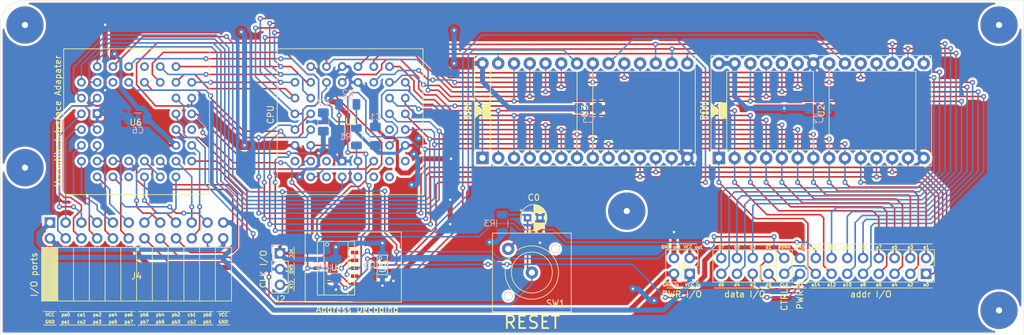
<source format=kicad_pcb>
(kicad_pcb (version 20171130) (host pcbnew 5.1.5+dfsg1-2build2)
  (title_block (title "µComputer mother board") (rev 1.0) (comment 1 "Antoine Stevan"))
  (layers (0 F.Cu signal) (31 B.Cu signal) (34 B.Paste user hide) (35 F.Paste user hide) (36 B.SilkS user hide) (37 F.SilkS user) (38 B.Mask user hide) (39 F.Mask user hide) (44 Edge.Cuts user))
  (net 0 "")
  (net 1 /#RES)
  (net 2 /MASTER_VCC)
  (net 3 /MASTER_GND)
  (net 4 /d7)
  (net 5 /d6)
  (net 6 /d5)
  (net 7 /d4)
  (net 8 /d3)
  (net 9 /d2)
  (net 10 /d1)
  (net 11 /d0)
  (net 12 /#DMA)
  (net 13 /#CLK)
  (net 14 /a15)
  (net 15 /a14)
  (net 16 /a13)
  (net 17 /a12)
  (net 18 /a11)
  (net 19 /a10)
  (net 20 /a9)
  (net 21 /a8)
  (net 22 /a7)
  (net 23 /a6)
  (net 24 /a5)
  (net 25 /a4)
  (net 26 /a3)
  (net 27 /a2)
  (net 28 /a1)
  (net 29 /a0)
  (net 30 /cb2)
  (net 31 /cb1)
  (net 32 /pb7)
  (net 33 /pb6)
  (net 34 /pb5)
  (net 35 /pb4)
  (net 36 /pb3)
  (net 37 /pb2)
  (net 38 /pb1)
  (net 39 /pb0)
  (net 40 /pa7)
  (net 41 /pa6)
  (net 42 /pa5)
  (net 43 /pa4)
  (net 44 /pa3)
  (net 45 /pa2)
  (net 46 /pa1)
  (net 47 /pa0)
  (net 48 /ca2)
  (net 49 /ca1)
  (net 50 /CLK)
  (net 51 "Net-(U1-Pad42)")
  (net 52 "Net-(U1-Pad43)")
  (net 53 "Net-(U1-Pad39)")
  (net 54 "Net-(U1-Pad12)")
  (net 55 "Net-(U1-Pad7)")
  (net 56 "Net-(U1-Pad8)")
  (net 57 "Net-(U1-Pad6)")
  (net 58 "Net-(U1-Pad4)")
  (net 59 "Net-(U1-Pad2)")
  (net 60 /#CE)
  (net 61 "Net-(U6-Pad11)")
  (net 62 "Net-(U6-Pad22)")
  (net 63 "Net-(U6-Pad38)")
  (net 64 "Net-(U6-Pad33)")
  (net 65 /#RW)
  (net 66 /#IRQ)
  (net 67 /GND)
  (net 68 /+5V)
  (net 69 /#CS2)
  (net 70 /#RAM_E)
  (net 71 /NAND1)
  (module my_buttons:pushbutton_switch (layer F.Cu) (at 109.43 71.55)
    (fp_text reference SW1 (at 3.81 12.573) (layer F.SilkS))
    (fp_text value reset)
    (pad 2 thru_hole circle (at 0 7.62) (size 2 2) (drill 1) (layers *.Cu *.Mask) (net 1 /#RES))
    (pad "" thru_hole circle (at -3.81 11.43) (size 1.35 1.35) (drill 1.3) (layers *.Cu *.Mask))
    (pad "" thru_hole circle (at 3.81 3.81) (size 1.35 1.35) (drill 1.3) (layers *.Cu *.Mask))
    (pad 1 thru_hole circle (at -3.81 3.81) (size 2 2) (drill 1) (layers *.Cu *.Mask) (net 67 /GND))
  )
  (module Capacitor_SMD:C_1206_3216Metric_Pad1.42x1.75mm_HandSolder (layer B.Cu) (at 118.5275 52.705)
    (fp_text reference C3 (at 0 1.82) (layer B.SilkS) (effects (justify mirror)))
    (fp_text value C)
    (pad 2 smd roundrect (at 1.4875 0) (size 1.425 1.75) (layers B.Cu B.Paste B.Mask) (roundrect_rratio 0.175439) (net 67 /GND))
    (pad 1 smd roundrect (at -1.4875 0) (size 1.425 1.75) (layers B.Cu B.Paste B.Mask) (roundrect_rratio 0.175439) (net 68 /+5V))
  )
  (module Capacitor_SMD:C_1206_3216Metric_Pad1.42x1.75mm_HandSolder (layer B.Cu) (at 155.575 52.705)
    (fp_text reference C2 (at 0 1.82) (layer B.SilkS) (effects (justify mirror)))
    (fp_text value C)
    (pad 2 smd roundrect (at 1.4875 0) (size 1.425 1.75) (layers B.Cu B.Paste B.Mask) (roundrect_rratio 0.175439) (net 67 /GND))
    (pad 1 smd roundrect (at -1.4875 0) (size 1.425 1.75) (layers B.Cu B.Paste B.Mask) (roundrect_rratio 0.175439) (net 68 /+5V))
  )
  (module my_sockets:DIP_Socket-28_L35.56_W17.78_H5.1_P2.54 (layer F.Cu) (at 134.493 50.546 90)
    (fp_text reference U2 (at -2.54 21.59 90) (layer F.SilkS))
    (fp_text value AT28C256_PDIP_28)
    (pad 28 thru_hole circle (at 5.08 5.08 90) (size 2 2) (drill 1) (layers *.Cu *.Mask) (net 68 /+5V))
    (pad 27 thru_hole circle (at 5.08 7.62 90) (size 2 2) (drill 1) (layers *.Cu *.Mask) (net 68 /+5V))
    (pad 26 thru_hole circle (at 5.08 10.16 90) (size 2 2) (drill 1) (layers *.Cu *.Mask) (net 16 /a13))
    (pad 25 thru_hole circle (at 5.08 12.7 90) (size 2 2) (drill 1) (layers *.Cu *.Mask) (net 21 /a8))
    (pad 24 thru_hole circle (at 5.08 15.24 90) (size 2 2) (drill 1) (layers *.Cu *.Mask) (net 20 /a9))
    (pad 23 thru_hole circle (at 5.08 17.78 90) (size 2 2) (drill 1) (layers *.Cu *.Mask) (net 18 /a11))
    (pad 22 thru_hole circle (at 5.08 20.32 90) (size 2 2) (drill 1) (layers *.Cu *.Mask) (net 67 /GND))
    (pad 21 thru_hole circle (at 5.08 22.86 90) (size 2 2) (drill 1) (layers *.Cu *.Mask) (net 19 /a10))
    (pad 20 thru_hole circle (at 5.08 25.4 90) (size 2 2) (drill 1) (layers *.Cu *.Mask) (net 60 /#CE))
    (pad 19 thru_hole circle (at 5.08 27.94 90) (size 2 2) (drill 1) (layers *.Cu *.Mask) (net 4 /d7))
    (pad 18 thru_hole circle (at 5.08 30.48 90) (size 2 2) (drill 1) (layers *.Cu *.Mask) (net 5 /d6))
    (pad 17 thru_hole circle (at 5.08 33.02 90) (size 2 2) (drill 1) (layers *.Cu *.Mask) (net 6 /d5))
    (pad 16 thru_hole circle (at 5.08 35.56 90) (size 2 2) (drill 1) (layers *.Cu *.Mask) (net 7 /d4))
    (pad 15 thru_hole circle (at 5.08 38.1 90) (size 2 2) (drill 1) (layers *.Cu *.Mask) (net 8 /d3))
    (pad 14 thru_hole circle (at -10.16 38.1 90) (size 2 2) (drill 1) (layers *.Cu *.Mask) (net 67 /GND))
    (pad 13 thru_hole circle (at -10.16 35.56 90) (size 2 2) (drill 1) (layers *.Cu *.Mask) (net 9 /d2))
    (pad 12 thru_hole circle (at -10.16 33.02 90) (size 2 2) (drill 1) (layers *.Cu *.Mask) (net 10 /d1))
    (pad 11 thru_hole circle (at -10.16 30.48 90) (size 2 2) (drill 1) (layers *.Cu *.Mask) (net 11 /d0))
    (pad 10 thru_hole circle (at -10.16 27.94 90) (size 2 2) (drill 1) (layers *.Cu *.Mask) (net 29 /a0))
    (pad 9 thru_hole circle (at -10.16 25.4 90) (size 2 2) (drill 1) (layers *.Cu *.Mask) (net 28 /a1))
    (pad 8 thru_hole circle (at -10.16 22.86 90) (size 2 2) (drill 1) (layers *.Cu *.Mask) (net 27 /a2))
    (pad 7 thru_hole circle (at -10.16 20.32 90) (size 2 2) (drill 1) (layers *.Cu *.Mask) (net 26 /a3))
    (pad 6 thru_hole circle (at -10.16 17.78 90) (size 2 2) (drill 1) (layers *.Cu *.Mask) (net 25 /a4))
    (pad 5 thru_hole circle (at -10.16 15.24 90) (size 2 2) (drill 1) (layers *.Cu *.Mask) (net 24 /a5))
    (pad 4 thru_hole circle (at -10.16 12.7 90) (size 2 2) (drill 1) (layers *.Cu *.Mask) (net 23 /a6))
    (pad 3 thru_hole circle (at -10.16 10.16 90) (size 2 2) (drill 1) (layers *.Cu *.Mask) (net 22 /a7))
    (pad 2 thru_hole circle (at -10.16 7.62 90) (size 2 2) (drill 1) (layers *.Cu *.Mask) (net 17 /a12))
    (pad 1 thru_hole rect (at -10.16 5.08 90) (size 2 2) (drill 1) (layers *.Cu *.Mask) (net 15 /a14))
  )
  (module Connector_PinSocket_2.54mm:PinSocket_2x14_P2.54mm_Vertical (layer F.Cu) (at 172.974 79.375 270)
    (fp_text reference J3 (at -1.27 16.51 180) (layer F.SilkS))
    (fp_text value Conn_02x14_Odd_Even)
    (pad 1 thru_hole rect (at 0 0 270) (size 1.7 1.7) (drill 1) (layers *.Cu *.Mask) (net 29 /a0))
    (pad 2 thru_hole oval (at -2.54 0 270) (size 1.7 1.7) (drill 1) (layers *.Cu *.Mask) (net 28 /a1))
    (pad 3 thru_hole oval (at 0 2.54 270) (size 1.7 1.7) (drill 1) (layers *.Cu *.Mask) (net 27 /a2))
    (pad 4 thru_hole oval (at -2.54 2.54 270) (size 1.7 1.7) (drill 1) (layers *.Cu *.Mask) (net 26 /a3))
    (pad 5 thru_hole oval (at 0 5.08 270) (size 1.7 1.7) (drill 1) (layers *.Cu *.Mask) (net 25 /a4))
    (pad 6 thru_hole oval (at -2.54 5.08 270) (size 1.7 1.7) (drill 1) (layers *.Cu *.Mask) (net 24 /a5))
    (pad 7 thru_hole oval (at 0 7.62 270) (size 1.7 1.7) (drill 1) (layers *.Cu *.Mask) (net 23 /a6))
    (pad 8 thru_hole oval (at -2.54 7.62 270) (size 1.7 1.7) (drill 1) (layers *.Cu *.Mask) (net 22 /a7))
    (pad 9 thru_hole oval (at 0 10.16 270) (size 1.7 1.7) (drill 1) (layers *.Cu *.Mask) (net 21 /a8))
    (pad 10 thru_hole oval (at -2.54 10.16 270) (size 1.7 1.7) (drill 1) (layers *.Cu *.Mask) (net 20 /a9))
    (pad 11 thru_hole oval (at 0 12.7 270) (size 1.7 1.7) (drill 1) (layers *.Cu *.Mask) (net 19 /a10))
    (pad 12 thru_hole oval (at -2.54 12.7 270) (size 1.7 1.7) (drill 1) (layers *.Cu *.Mask) (net 18 /a11))
    (pad 13 thru_hole oval (at 0 15.24 270) (size 1.7 1.7) (drill 1) (layers *.Cu *.Mask) (net 17 /a12))
    (pad 14 thru_hole oval (at -2.54 15.24 270) (size 1.7 1.7) (drill 1) (layers *.Cu *.Mask) (net 16 /a13))
    (pad 15 thru_hole oval (at 0 17.78 270) (size 1.7 1.7) (drill 1) (layers *.Cu *.Mask) (net 15 /a14))
    (pad 16 thru_hole oval (at -2.54 17.78 270) (size 1.7 1.7) (drill 1) (layers *.Cu *.Mask) (net 14 /a15))
    (pad 17 thru_hole oval (at 0 20.32 270) (size 1.7 1.7) (drill 1) (layers *.Cu *.Mask) (net 2 /MASTER_VCC))
    (pad 18 thru_hole oval (at -2.54 20.32 270) (size 1.7 1.7) (drill 1) (layers *.Cu *.Mask) (net 3 /MASTER_GND))
    (pad 19 thru_hole oval (at 0 22.86 270) (size 1.7 1.7) (drill 1) (layers *.Cu *.Mask) (net 13 /#CLK))
    (pad 20 thru_hole oval (at -2.54 22.86 270) (size 1.7 1.7) (drill 1) (layers *.Cu *.Mask) (net 12 /#DMA))
    (pad 21 thru_hole oval (at 0 25.4 270) (size 1.7 1.7) (drill 1) (layers *.Cu *.Mask) (net 11 /d0))
    (pad 22 thru_hole oval (at -2.54 25.4 270) (size 1.7 1.7) (drill 1) (layers *.Cu *.Mask) (net 10 /d1))
    (pad 23 thru_hole oval (at 0 27.94 270) (size 1.7 1.7) (drill 1) (layers *.Cu *.Mask) (net 9 /d2))
    (pad 24 thru_hole oval (at -2.54 27.94 270) (size 1.7 1.7) (drill 1) (layers *.Cu *.Mask) (net 8 /d3))
    (pad 25 thru_hole oval (at 0 30.48 270) (size 1.7 1.7) (drill 1) (layers *.Cu *.Mask) (net 7 /d4))
    (pad 26 thru_hole oval (at -2.54 30.48 270) (size 1.7 1.7) (drill 1) (layers *.Cu *.Mask) (net 6 /d5))
    (pad 27 thru_hole oval (at 0 33.02 270) (size 1.7 1.7) (drill 1) (layers *.Cu *.Mask) (net 5 /d6))
    (pad 28 thru_hole oval (at -2.54 33.02 270) (size 1.7 1.7) (drill 1) (layers *.Cu *.Mask) (net 4 /d7))
  )
  (module Connector_PinHeader_2.54mm:PinHeader_2x02_P2.54mm_Vertical (layer F.Cu) (at 134.874 79.375 180)
    (fp_text reference J1 (at 1.27 1.27) (layer F.SilkS))
    (fp_text value Conn_01x04_Male)
    (pad 4 thru_hole oval (at 2.54 2.54 180) (size 1.7 1.7) (drill 1) (layers *.Cu *.Mask) (net 67 /GND))
    (pad 3 thru_hole oval (at 0 2.54 180) (size 1.7 1.7) (drill 1) (layers *.Cu *.Mask) (net 68 /+5V))
    (pad 2 thru_hole oval (at 2.54 0 180) (size 1.7 1.7) (drill 1) (layers *.Cu *.Mask) (net 3 /MASTER_GND))
    (pad 1 thru_hole rect (at 0 0 180) (size 1.7 1.7) (drill 1) (layers *.Cu *.Mask) (net 2 /MASTER_VCC))
  )
  (module Connector_PinHeader_2.54mm:PinHeader_1x03_P2.54mm_Vertical (layer F.Cu) (at 68.834 76.073)
    (fp_text reference J2 (at 0 7.366) (layer F.SilkS))
    (fp_text value Conn_01x03_Male)
    (pad 3 thru_hole oval (at 0 5.08) (size 1.7 1.7) (drill 1) (layers *.Cu *.Mask) (net 50 /CLK))
    (pad 2 thru_hole oval (at 0 2.54) (size 1.7 1.7) (drill 1) (layers *.Cu *.Mask) (net 67 /GND))
    (pad 1 thru_hole rect (at 0 0) (size 1.7 1.7) (drill 1) (layers *.Cu *.Mask) (net 68 /+5V))
  )
  (module my_logic:SC-74A_p0.95 (layer F.Cu) (at 86.106 77.851 90)
    (fp_text reference U5 (at -0.381 -0.72 90) (layer F.SilkS))
    (fp_text value 2-AND)
    (pad 5 smd rect (at 0.85 0.44 90) (size 0.7 1) (layers F.Cu F.Paste F.Mask) (net 68 /+5V))
    (pad 4 smd rect (at -1.05 0.44 90) (size 0.7 1) (layers F.Cu F.Paste F.Mask) (net 70 /#RAM_E))
    (pad 3 smd rect (at -1.05 -1.96 90) (size 0.7 1) (layers F.Cu F.Paste F.Mask) (net 67 /GND))
    (pad 2 smd rect (at -0.1 -1.96 90) (size 0.7 1) (layers F.Cu F.Paste F.Mask) (net 12 /#DMA))
    (pad 1 smd rect (at 0.85 -1.96 90) (size 0.7 1) (layers F.Cu F.Paste F.Mask) (net 71 /NAND1))
  )
  (module my_sockets:DIP_Socket-28_L35.56_W17.78_H5.1_P2.54 (layer F.Cu) (at 96.393 50.546 90)
    (fp_text reference U3 (at -2.54 21.59 90) (layer F.SilkS))
    (fp_text value SRAM)
    (pad 28 thru_hole circle (at 5.08 5.08 90) (size 2 2) (drill 1) (layers *.Cu *.Mask) (net 68 /+5V))
    (pad 27 thru_hole circle (at 5.08 7.62 90) (size 2 2) (drill 1) (layers *.Cu *.Mask) (net 15 /a14))
    (pad 26 thru_hole circle (at 5.08 10.16 90) (size 2 2) (drill 1) (layers *.Cu *.Mask) (net 16 /a13))
    (pad 25 thru_hole circle (at 5.08 12.7 90) (size 2 2) (drill 1) (layers *.Cu *.Mask) (net 21 /a8))
    (pad 24 thru_hole circle (at 5.08 15.24 90) (size 2 2) (drill 1) (layers *.Cu *.Mask) (net 20 /a9))
    (pad 23 thru_hole circle (at 5.08 17.78 90) (size 2 2) (drill 1) (layers *.Cu *.Mask) (net 18 /a11))
    (pad 22 thru_hole circle (at 5.08 20.32 90) (size 2 2) (drill 1) (layers *.Cu *.Mask) (net 65 /#RW))
    (pad 21 thru_hole circle (at 5.08 22.86 90) (size 2 2) (drill 1) (layers *.Cu *.Mask) (net 19 /a10))
    (pad 20 thru_hole circle (at 5.08 25.4 90) (size 2 2) (drill 1) (layers *.Cu *.Mask) (net 70 /#RAM_E))
    (pad 19 thru_hole circle (at 5.08 27.94 90) (size 2 2) (drill 1) (layers *.Cu *.Mask) (net 4 /d7))
    (pad 18 thru_hole circle (at 5.08 30.48 90) (size 2 2) (drill 1) (layers *.Cu *.Mask) (net 5 /d6))
    (pad 17 thru_hole circle (at 5.08 33.02 90) (size 2 2) (drill 1) (layers *.Cu *.Mask) (net 6 /d5))
    (pad 16 thru_hole circle (at 5.08 35.56 90) (size 2 2) (drill 1) (layers *.Cu *.Mask) (net 7 /d4))
    (pad 15 thru_hole circle (at 5.08 38.1 90) (size 2 2) (drill 1) (layers *.Cu *.Mask) (net 8 /d3))
    (pad 14 thru_hole circle (at -10.16 38.1 90) (size 2 2) (drill 1) (layers *.Cu *.Mask) (net 67 /GND))
    (pad 13 thru_hole circle (at -10.16 35.56 90) (size 2 2) (drill 1) (layers *.Cu *.Mask) (net 9 /d2))
    (pad 12 thru_hole circle (at -10.16 33.02 90) (size 2 2) (drill 1) (layers *.Cu *.Mask) (net 10 /d1))
    (pad 11 thru_hole circle (at -10.16 30.48 90) (size 2 2) (drill 1) (layers *.Cu *.Mask) (net 11 /d0))
    (pad 10 thru_hole circle (at -10.16 27.94 90) (size 2 2) (drill 1) (layers *.Cu *.Mask) (net 29 /a0))
    (pad 9 thru_hole circle (at -10.16 25.4 90) (size 2 2) (drill 1) (layers *.Cu *.Mask) (net 28 /a1))
    (pad 8 thru_hole circle (at -10.16 22.86 90) (size 2 2) (drill 1) (layers *.Cu *.Mask) (net 27 /a2))
    (pad 7 thru_hole circle (at -10.16 20.32 90) (size 2 2) (drill 1) (layers *.Cu *.Mask) (net 26 /a3))
    (pad 6 thru_hole circle (at -10.16 17.78 90) (size 2 2) (drill 1) (layers *.Cu *.Mask) (net 25 /a4))
    (pad 5 thru_hole circle (at -10.16 15.24 90) (size 2 2) (drill 1) (layers *.Cu *.Mask) (net 24 /a5))
    (pad 4 thru_hole circle (at -10.16 12.7 90) (size 2 2) (drill 1) (layers *.Cu *.Mask) (net 23 /a6))
    (pad 3 thru_hole circle (at -10.16 10.16 90) (size 2 2) (drill 1) (layers *.Cu *.Mask) (net 22 /a7))
    (pad 2 thru_hole circle (at -10.16 7.62 90) (size 2 2) (drill 1) (layers *.Cu *.Mask) (net 17 /a12))
    (pad 1 thru_hole rect (at -10.16 5.08 90) (size 2 2) (drill 1) (layers *.Cu *.Mask) (net 15 /a14))
  )
  (module my_sockets:SOCKET_PLCC_DIP44_A23.5mm_B23.5mm_C12.7mm_D12.7mm_P2.54mm (layer F.Cu) (at 39.37 53.594 90)
    (fp_text reference U6 (at -1.397 6.223 180) (layer F.SilkS))
    (fp_text value W65C22_PLCC_44)
    (pad 1 thru_hole rect (at 0.04 0 90) (size 1.4 1.4) (drill 0.8) (layers *.Cu *.Mask) (net 67 /GND))
    (pad 2 thru_hole oval (at -2.54 -2.54 90) (size 1.4 1.4) (drill 0.8) (layers *.Cu *.Mask) (net 47 /pa0))
    (pad 3 thru_hole oval (at -2.54 0 90) (size 1.4 1.4) (drill 0.8) (layers *.Cu *.Mask) (net 46 /pa1))
    (pad 4 thru_hole oval (at -5.08 -2.54 90) (size 1.4 1.4) (drill 0.8) (layers *.Cu *.Mask) (net 45 /pa2))
    (pad 5 thru_hole oval (at -5.08 0 90) (size 1.4 1.4) (drill 0.8) (layers *.Cu *.Mask) (net 44 /pa3))
    (pad 6 thru_hole oval (at -7.62 -2.54 90) (size 1.4 1.4) (drill 0.8) (layers *.Cu *.Mask) (net 43 /pa4))
    (pad 8 thru_hole oval (at -7.62 0 90) (size 1.4 1.4) (drill 0.8) (layers *.Cu *.Mask) (net 41 /pa6))
    (pad 7 thru_hole oval (at -10.16 0 90) (size 1.4 1.4) (drill 0.8) (layers *.Cu *.Mask) (net 42 /pa5))
    (pad 9 thru_hole oval (at -10.16 2.54 90) (size 1.4 1.4) (drill 0.8) (layers *.Cu *.Mask) (net 40 /pa7))
    (pad 10 thru_hole oval (at -7.62 2.54 90) (size 1.4 1.4) (drill 0.8) (layers *.Cu *.Mask) (net 39 /pb0))
    (pad 11 thru_hole oval (at -10.16 5.08 90) (size 1.4 1.4) (drill 0.8) (layers *.Cu *.Mask) (net 61 "Net-(U6-Pad11)"))
    (pad 12 thru_hole oval (at -7.62 5.08 90) (size 1.4 1.4) (drill 0.8) (layers *.Cu *.Mask) (net 38 /pb1))
    (pad 13 thru_hole oval (at -10.16 7.62 90) (size 1.4 1.4) (drill 0.8) (layers *.Cu *.Mask) (net 37 /pb2))
    (pad 14 thru_hole oval (at -7.62 7.62 90) (size 1.4 1.4) (drill 0.8) (layers *.Cu *.Mask) (net 36 /pb3))
    (pad 15 thru_hole oval (at -10.16 10.16 90) (size 1.4 1.4) (drill 0.8) (layers *.Cu *.Mask) (net 35 /pb4))
    (pad 16 thru_hole oval (at -7.62 10.16 180) (size 1.4 1.4) (drill 0.8) (layers *.Cu *.Mask) (net 34 /pb5))
    (pad 17 thru_hole oval (at -10.16 12.7 90) (size 1.4 1.4) (drill 0.8) (layers *.Cu *.Mask) (net 33 /pb6))
    (pad 19 thru_hole oval (at -7.62 12.7 90) (size 1.4 1.4) (drill 0.8) (layers *.Cu *.Mask) (net 31 /cb1))
    (pad 18 thru_hole oval (at -7.62 15.24 90) (size 1.4 1.4) (drill 0.8) (layers *.Cu *.Mask) (net 32 /pb7))
    (pad 20 thru_hole oval (at -5.08 15.24 90) (size 1.4 1.4) (drill 0.8) (layers *.Cu *.Mask) (net 30 /cb2))
    (pad 21 thru_hole oval (at -5.08 12.7 90) (size 1.4 1.4) (drill 0.8) (layers *.Cu *.Mask) (net 68 /+5V))
    (pad 23 thru_hole oval (at -2.54 12.7 90) (size 1.4 1.4) (drill 0.8) (layers *.Cu *.Mask) (net 66 /#IRQ))
    (pad 22 thru_hole oval (at -2.54 15.24 90) (size 1.4 1.4) (drill 0.8) (layers *.Cu *.Mask) (net 62 "Net-(U6-Pad22)"))
    (pad 24 thru_hole oval (at 0 15.24 90) (size 1.4 1.4) (drill 0.8) (layers *.Cu *.Mask) (net 65 /#RW))
    (pad 25 thru_hole oval (at 0 12.7 90) (size 1.4 1.4) (drill 0.8) (layers *.Cu *.Mask) (net 69 /#CS2))
    (pad 27 thru_hole oval (at 2.54 12.7 90) (size 1.4 1.4) (drill 0.8) (layers *.Cu *.Mask) (net 50 /CLK))
    (pad 26 thru_hole oval (at 2.54 15.24 90) (size 1.4 1.4) (drill 0.8) (layers *.Cu *.Mask) (net 16 /a13))
    (pad 28 thru_hole oval (at 5.08 15.24 90) (size 1.4 1.4) (drill 0.8) (layers *.Cu *.Mask) (net 4 /d7))
    (pad 30 thru_hole oval (at 5.08 12.7 90) (size 1.4 1.4) (drill 0.8) (layers *.Cu *.Mask) (net 6 /d5))
    (pad 32 thru_hole oval (at 5.08 10.16 90) (size 1.4 1.4) (drill 0.8) (layers *.Cu *.Mask) (net 8 /d3))
    (pad 34 thru_hole oval (at 5.08 7.62 90) (size 1.4 1.4) (drill 0.8) (layers *.Cu *.Mask) (net 9 /d2))
    (pad 36 thru_hole oval (at 5.08 5.08 90) (size 1.4 1.4) (drill 0.8) (layers *.Cu *.Mask) (net 11 /d0))
    (pad 38 thru_hole oval (at 5.08 2.54 90) (size 1.4 1.4) (drill 0.8) (layers *.Cu *.Mask) (net 63 "Net-(U6-Pad38)"))
    (pad 41 thru_hole oval (at 5.08 0 90) (size 1.4 1.4) (drill 0.8) (layers *.Cu *.Mask) (net 28 /a1))
    (pad 39 thru_hole oval (at 7.62 0 90) (size 1.4 1.4) (drill 0.8) (layers *.Cu *.Mask) (net 26 /a3))
    (pad 37 thru_hole oval (at 7.62 2.54 90) (size 1.4 1.4) (drill 0.8) (layers *.Cu *.Mask) (net 1 /#RES))
    (pad 35 thru_hole oval (at 7.62 5.08 90) (size 1.4 1.4) (drill 0.8) (layers *.Cu *.Mask) (net 10 /d1))
    (pad 33 thru_hole oval (at 7.62 7.62 90) (size 1.4 1.4) (drill 0.8) (layers *.Cu *.Mask) (net 64 "Net-(U6-Pad33)"))
    (pad 31 thru_hole oval (at 7.62 10.16 90) (size 1.4 1.4) (drill 0.8) (layers *.Cu *.Mask) (net 7 /d4))
    (pad 29 thru_hole oval (at 7.62 12.7 90) (size 1.4 1.4) (drill 0.8) (layers *.Cu *.Mask) (net 5 /d6))
    (pad 43 thru_hole oval (at 2.54 0 90) (size 1.4 1.4) (drill 0.8) (layers *.Cu *.Mask) (net 48 /ca2))
    (pad 42 thru_hole oval (at 2.54 -2.54 90) (size 1.4 1.4) (drill 0.8) (layers *.Cu *.Mask) (net 29 /a0))
    (pad 44 thru_hole oval (at 0 -2.54 90) (size 1.4 1.4) (drill 0.8) (layers *.Cu *.Mask) (net 49 /ca1))
    (pad 40 thru_hole oval (at 5.08 -2.54 90) (size 1.4 1.4) (drill 0.8) (layers *.Cu *.Mask) (net 27 /a2))
  )
  (module my_sockets:SOCKET_PLCC_DIP44_A23.5mm_B23.5mm_C12.7mm_D12.7mm_P2.54mm (layer F.Cu) (at 78.867 61.214 180)
    (fp_text reference U1 (at -1.46 6.35) (layer F.SilkS))
    (fp_text value W65C02_PLCC_44)
    (pad 1 thru_hole rect (at 0.04 0 180) (size 1.4 1.4) (drill 0.8) (layers *.Cu *.Mask) (net 67 /GND))
    (pad 2 thru_hole oval (at -2.54 -2.54 180) (size 1.4 1.4) (drill 0.8) (layers *.Cu *.Mask) (net 59 "Net-(U1-Pad2)"))
    (pad 3 thru_hole oval (at -2.54 0 180) (size 1.4 1.4) (drill 0.8) (layers *.Cu *.Mask) (net 12 /#DMA))
    (pad 4 thru_hole oval (at -5.08 -2.54 180) (size 1.4 1.4) (drill 0.8) (layers *.Cu *.Mask) (net 58 "Net-(U1-Pad4)"))
    (pad 5 thru_hole oval (at -5.08 0 180) (size 1.4 1.4) (drill 0.8) (layers *.Cu *.Mask) (net 66 /#IRQ))
    (pad 6 thru_hole oval (at -7.62 -2.54 180) (size 1.4 1.4) (drill 0.8) (layers *.Cu *.Mask) (net 57 "Net-(U1-Pad6)"))
    (pad 8 thru_hole oval (at -7.62 0 180) (size 1.4 1.4) (drill 0.8) (layers *.Cu *.Mask) (net 56 "Net-(U1-Pad8)"))
    (pad 7 thru_hole oval (at -10.16 0 180) (size 1.4 1.4) (drill 0.8) (layers *.Cu *.Mask) (net 55 "Net-(U1-Pad7)"))
    (pad 9 thru_hole oval (at -10.16 2.54 180) (size 1.4 1.4) (drill 0.8) (layers *.Cu *.Mask) (net 68 /+5V))
    (pad 10 thru_hole oval (at -7.62 2.54 180) (size 1.4 1.4) (drill 0.8) (layers *.Cu *.Mask) (net 29 /a0))
    (pad 11 thru_hole oval (at -10.16 5.08 180) (size 1.4 1.4) (drill 0.8) (layers *.Cu *.Mask) (net 28 /a1))
    (pad 12 thru_hole oval (at -7.62 5.08 180) (size 1.4 1.4) (drill 0.8) (layers *.Cu *.Mask) (net 54 "Net-(U1-Pad12)"))
    (pad 13 thru_hole oval (at -10.16 7.62 180) (size 1.4 1.4) (drill 0.8) (layers *.Cu *.Mask) (net 27 /a2))
    (pad 14 thru_hole oval (at -7.62 7.62 180) (size 1.4 1.4) (drill 0.8) (layers *.Cu *.Mask) (net 26 /a3))
    (pad 15 thru_hole oval (at -10.16 10.16 180) (size 1.4 1.4) (drill 0.8) (layers *.Cu *.Mask) (net 25 /a4))
    (pad 16 thru_hole oval (at -7.62 10.16 270) (size 1.4 1.4) (drill 0.8) (layers *.Cu *.Mask) (net 24 /a5))
    (pad 17 thru_hole oval (at -10.16 12.7 180) (size 1.4 1.4) (drill 0.8) (layers *.Cu *.Mask) (net 23 /a6))
    (pad 19 thru_hole oval (at -7.62 12.7 180) (size 1.4 1.4) (drill 0.8) (layers *.Cu *.Mask) (net 21 /a8))
    (pad 18 thru_hole oval (at -7.62 15.24 180) (size 1.4 1.4) (drill 0.8) (layers *.Cu *.Mask) (net 22 /a7))
    (pad 20 thru_hole oval (at -5.08 15.24 180) (size 1.4 1.4) (drill 0.8) (layers *.Cu *.Mask) (net 20 /a9))
    (pad 21 thru_hole oval (at -5.08 12.7 180) (size 1.4 1.4) (drill 0.8) (layers *.Cu *.Mask) (net 19 /a10))
    (pad 23 thru_hole oval (at -2.54 12.7 180) (size 1.4 1.4) (drill 0.8) (layers *.Cu *.Mask) (net 67 /GND))
    (pad 22 thru_hole oval (at -2.54 15.24 180) (size 1.4 1.4) (drill 0.8) (layers *.Cu *.Mask) (net 18 /a11))
    (pad 24 thru_hole oval (at 0 15.24 180) (size 1.4 1.4) (drill 0.8) (layers *.Cu *.Mask) (net 67 /GND))
    (pad 25 thru_hole oval (at 0 12.7 180) (size 1.4 1.4) (drill 0.8) (layers *.Cu *.Mask) (net 17 /a12))
    (pad 27 thru_hole oval (at 2.54 12.7 180) (size 1.4 1.4) (drill 0.8) (layers *.Cu *.Mask) (net 15 /a14))
    (pad 26 thru_hole oval (at 2.54 15.24 180) (size 1.4 1.4) (drill 0.8) (layers *.Cu *.Mask) (net 16 /a13))
    (pad 28 thru_hole oval (at 5.08 15.24 180) (size 1.4 1.4) (drill 0.8) (layers *.Cu *.Mask) (net 14 /a15))
    (pad 30 thru_hole oval (at 5.08 12.7 180) (size 1.4 1.4) (drill 0.8) (layers *.Cu *.Mask) (net 5 /d6))
    (pad 32 thru_hole oval (at 5.08 10.16 180) (size 1.4 1.4) (drill 0.8) (layers *.Cu *.Mask) (net 7 /d4))
    (pad 34 thru_hole oval (at 5.08 7.62 180) (size 1.4 1.4) (drill 0.8) (layers *.Cu *.Mask) (net 9 /d2))
    (pad 36 thru_hole oval (at 5.08 5.08 180) (size 1.4 1.4) (drill 0.8) (layers *.Cu *.Mask) (net 11 /d0))
    (pad 38 thru_hole oval (at 5.08 2.54 180) (size 1.4 1.4) (drill 0.8) (layers *.Cu *.Mask) (net 65 /#RW))
    (pad 41 thru_hole oval (at 5.08 0 180) (size 1.4 1.4) (drill 0.8) (layers *.Cu *.Mask) (net 50 /CLK))
    (pad 39 thru_hole oval (at 7.62 0 180) (size 1.4 1.4) (drill 0.8) (layers *.Cu *.Mask) (net 53 "Net-(U1-Pad39)"))
    (pad 37 thru_hole oval (at 7.62 2.54 180) (size 1.4 1.4) (drill 0.8) (layers *.Cu *.Mask) (net 68 /+5V))
    (pad 35 thru_hole oval (at 7.62 5.08 180) (size 1.4 1.4) (drill 0.8) (layers *.Cu *.Mask) (net 10 /d1))
    (pad 33 thru_hole oval (at 7.62 7.62 180) (size 1.4 1.4) (drill 0.8) (layers *.Cu *.Mask) (net 8 /d3))
    (pad 31 thru_hole oval (at 7.62 10.16 180) (size 1.4 1.4) (drill 0.8) (layers *.Cu *.Mask) (net 6 /d5))
    (pad 29 thru_hole oval (at 7.62 12.7 180) (size 1.4 1.4) (drill 0.8) (layers *.Cu *.Mask) (net 4 /d7))
    (pad 43 thru_hole oval (at 2.54 0 180) (size 1.4 1.4) (drill 0.8) (layers *.Cu *.Mask) (net 52 "Net-(U1-Pad43)"))
    (pad 42 thru_hole oval (at 2.54 -2.54 180) (size 1.4 1.4) (drill 0.8) (layers *.Cu *.Mask) (net 51 "Net-(U1-Pad42)"))
    (pad 44 thru_hole oval (at 0 -2.54 180) (size 1.4 1.4) (drill 0.8) (layers *.Cu *.Mask) (net 1 /#RES))
    (pad 40 thru_hole oval (at 5.08 -2.54 180) (size 1.4 1.4) (drill 0.8) (layers *.Cu *.Mask) (net 12 /#DMA))
  )
  (module Connector_PinSocket_2.54mm:PinSocket_2x12_P2.54mm_Horizontal (layer F.Cu) (at 31.75 71.12 90)
    (fp_text reference J4 (at -8.636 13.97 180) (layer F.SilkS))
    (fp_text value Conn_02x12_Odd_Even)
    (pad 24 thru_hole oval (at -2.54 27.94 90) (size 1.7 1.7) (drill 1) (layers *.Cu *.Mask) (net 3 /MASTER_GND))
    (pad 23 thru_hole oval (at 0 27.94 90) (size 1.7 1.7) (drill 1) (layers *.Cu *.Mask) (net 2 /MASTER_VCC))
    (pad 22 thru_hole oval (at -2.54 25.4 90) (size 1.7 1.7) (drill 1) (layers *.Cu *.Mask) (net 38 /pb1))
    (pad 21 thru_hole oval (at 0 25.4 90) (size 1.7 1.7) (drill 1) (layers *.Cu *.Mask) (net 39 /pb0))
    (pad 20 thru_hole oval (at -2.54 22.86 90) (size 1.7 1.7) (drill 1) (layers *.Cu *.Mask) (net 30 /cb2))
    (pad 19 thru_hole oval (at 0 22.86 90) (size 1.7 1.7) (drill 1) (layers *.Cu *.Mask) (net 31 /cb1))
    (pad 18 thru_hole oval (at -2.54 20.32 90) (size 1.7 1.7) (drill 1) (layers *.Cu *.Mask) (net 36 /pb3))
    (pad 17 thru_hole oval (at 0 20.32 90) (size 1.7 1.7) (drill 1) (layers *.Cu *.Mask) (net 37 /pb2))
    (pad 16 thru_hole oval (at -2.54 17.78 90) (size 1.7 1.7) (drill 1) (layers *.Cu *.Mask) (net 34 /pb5))
    (pad 15 thru_hole oval (at 0 17.78 90) (size 1.7 1.7) (drill 1) (layers *.Cu *.Mask) (net 35 /pb4))
    (pad 14 thru_hole oval (at -2.54 15.24 90) (size 1.7 1.7) (drill 1) (layers *.Cu *.Mask) (net 32 /pb7))
    (pad 13 thru_hole oval (at 0 15.24 90) (size 1.7 1.7) (drill 1) (layers *.Cu *.Mask) (net 33 /pb6))
    (pad 12 thru_hole oval (at -2.54 12.7 90) (size 1.7 1.7) (drill 1) (layers *.Cu *.Mask) (net 40 /pa7))
    (pad 11 thru_hole oval (at 0 12.7 90) (size 1.7 1.7) (drill 1) (layers *.Cu *.Mask) (net 41 /pa6))
    (pad 10 thru_hole oval (at -2.54 10.16 90) (size 1.7 1.7) (drill 1) (layers *.Cu *.Mask) (net 42 /pa5))
    (pad 9 thru_hole oval (at 0 10.16 90) (size 1.7 1.7) (drill 1) (layers *.Cu *.Mask) (net 43 /pa4))
    (pad 8 thru_hole oval (at -2.54 7.62 90) (size 1.7 1.7) (drill 1) (layers *.Cu *.Mask) (net 44 /pa3))
    (pad 7 thru_hole oval (at 0 7.62 90) (size 1.7 1.7) (drill 1) (layers *.Cu *.Mask) (net 45 /pa2))
    (pad 6 thru_hole oval (at -2.54 5.08 90) (size 1.7 1.7) (drill 1) (layers *.Cu *.Mask) (net 48 /ca2))
    (pad 5 thru_hole oval (at 0 5.08 90) (size 1.7 1.7) (drill 1) (layers *.Cu *.Mask) (net 49 /ca1))
    (pad 4 thru_hole oval (at -2.54 2.54 90) (size 1.7 1.7) (drill 1) (layers *.Cu *.Mask) (net 46 /pa1))
    (pad 3 thru_hole oval (at 0 2.54 90) (size 1.7 1.7) (drill 1) (layers *.Cu *.Mask) (net 47 /pa0))
    (pad 2 thru_hole oval (at -2.54 0 90) (size 1.7 1.7) (drill 1) (layers *.Cu *.Mask) (net 3 /MASTER_GND))
    (pad 1 thru_hole rect (at 0 0 90) (size 1.7 1.7) (drill 1) (layers *.Cu *.Mask) (net 2 /MASTER_VCC))
  )
  (module Resistor_SMD:R_1206_3216Metric (layer B.Cu) (at 79.759 52.07)
    (fp_text reference R2 (at 0 -1.778) (layer B.SilkS) (effects (justify mirror)))
    (fp_text value 1K)
    (pad 2 smd roundrect (at 1.4 0) (size 1.25 1.75) (layers B.Cu B.Paste B.Mask) (roundrect_rratio 0.2) (net 68 /+5V))
    (pad 1 smd roundrect (at -1.4 0) (size 1.25 1.75) (layers B.Cu B.Paste B.Mask) (roundrect_rratio 0.2) (net 65 /#RW))
  )
  (module Resistor_SMD:R_1206_3216Metric (layer B.Cu) (at 81.153 57.274 90)
    (fp_text reference R1 (at 0 -1.778 180) (layer B.SilkS) (effects (justify mirror)))
    (fp_text value 1K)
    (pad 2 smd roundrect (at 1.4 0 90) (size 1.25 1.75) (layers B.Cu B.Paste B.Mask) (roundrect_rratio 0.2) (net 68 /+5V))
    (pad 1 smd roundrect (at -1.4 0 90) (size 1.25 1.75) (layers B.Cu B.Paste B.Mask) (roundrect_rratio 0.2) (net 12 /#DMA))
  )
  (module Capacitor_SMD:C_1206_3216Metric_Pad1.42x1.75mm_HandSolder (layer B.Cu) (at 84.201 57.1865 90)
    (fp_text reference C1 (at 3.0845 0 180) (layer B.SilkS) (effects (justify mirror)))
    (fp_text value C)
    (pad 1 smd roundrect (at -1.4875 0 90) (size 1.425 1.75) (layers B.Cu B.Paste B.Mask) (roundrect_rratio 0.175439) (net 68 /+5V))
    (pad 2 smd roundrect (at 1.4875 0 90) (size 1.425 1.75) (layers B.Cu B.Paste B.Mask) (roundrect_rratio 0.175439) (net 67 /GND))
  )
  (module Capacitor_SMD:C_1206_3216Metric_Pad1.42x1.75mm_HandSolder (layer B.Cu) (at 75.819 54.9005 90)
    (fp_text reference C7 (at 3.0845 0) (layer B.SilkS) (effects (justify mirror)))
    (fp_text value C)
    (pad 1 smd roundrect (at -1.4875 0 90) (size 1.425 1.75) (layers B.Cu B.Paste B.Mask) (roundrect_rratio 0.175439) (net 68 /+5V))
    (pad 2 smd roundrect (at 1.4875 0 90) (size 1.425 1.75) (layers B.Cu B.Paste B.Mask) (roundrect_rratio 0.175439) (net 67 /GND))
  )
  (module Resistor_SMD:R_1206_3216Metric (layer B.Cu) (at 104.648 71.25 270)
    (fp_text reference R3 (at -0.003 2.032 180) (layer B.SilkS) (effects (justify mirror)))
    (fp_text value 1K)
    (pad 2 smd roundrect (at 1.4 0 270) (size 1.25 1.75) (layers B.Cu B.Paste B.Mask) (roundrect_rratio 0.2) (net 68 /+5V))
    (pad 1 smd roundrect (at -1.4 0 270) (size 1.25 1.75) (layers B.Cu B.Paste B.Mask) (roundrect_rratio 0.2) (net 1 /#RES))
  )
  (module Capacitor_THT:CP_Radial_D4.0mm_P2.00mm (layer F.Cu) (at 108.7419 70.335)
    (fp_text reference C0 (at 1 -3.25) (layer F.SilkS))
    (fp_text value C)
    (pad 2 thru_hole circle (at 2 0) (size 1.2 1.2) (drill 0.6) (layers *.Cu *.Mask) (net 67 /GND))
    (pad 1 thru_hole rect (at 0 0) (size 1.2 1.2) (drill 0.6) (layers *.Cu *.Mask) (net 1 /#RES))
  )
  (module Capacitor_SMD:C_1206_3216Metric_Pad1.42x1.75mm_HandSolder (layer B.Cu) (at 85.344 77.8875 270)
    (fp_text reference C5 (at 0 2.032 180) (layer B.SilkS) (effects (justify mirror)))
    (fp_text value C)
    (pad 2 smd roundrect (at 1.4875 0 270) (size 1.425 1.75) (layers B.Cu B.Paste B.Mask) (roundrect_rratio 0.175439) (net 67 /GND))
    (pad 1 smd roundrect (at -1.4875 0 270) (size 1.425 1.75) (layers B.Cu B.Paste B.Mask) (roundrect_rratio 0.175439) (net 68 /+5V))
  )
  (module Capacitor_SMD:C_1206_3216Metric_Pad1.42x1.75mm_HandSolder (layer B.Cu) (at 77.851 78.5225 270)
    (fp_text reference C4 (at 0 2.032) (layer B.SilkS) (effects (justify mirror)))
    (fp_text value C)
    (pad 2 smd roundrect (at 1.4875 0 270) (size 1.425 1.75) (layers B.Cu B.Paste B.Mask) (roundrect_rratio 0.175439) (net 67 /GND))
    (pad 1 smd roundrect (at -1.4875 0 270) (size 1.425 1.75) (layers B.Cu B.Paste B.Mask) (roundrect_rratio 0.175439) (net 68 /+5V))
  )
  (module my_logic:SOIC_14_L.1.18_W0.58_P1.27 (layer F.Cu) (at 77.711001 78.375)
    (fp_text reference U4 (at 0.3175 0.01524) (layer F.SilkS))
    (fp_text value 74LS00)
    (pad 1 smd rect (at -2.90576 -3.7084) (size 1.18 0.58) (layers F.Cu F.Paste F.Mask) (net 14 /a15))
    (pad 2 smd rect (at -2.90576 -2.4384) (size 1.18 0.58) (layers F.Cu F.Paste F.Mask) (net 14 /a15))
    (pad 3 smd rect (at -2.90576 -1.1684) (size 1.18 0.58) (layers F.Cu F.Paste F.Mask) (net 60 /#CE))
    (pad 4 smd rect (at -2.90576 0.1016) (size 1.18 0.58) (layers F.Cu F.Paste F.Mask) (net 50 /CLK))
    (pad 5 smd rect (at -2.90576 1.3716) (size 1.18 0.58) (layers F.Cu F.Paste F.Mask) (net 60 /#CE))
    (pad 6 smd rect (at -2.90576 2.6416) (size 1.18 0.58) (layers F.Cu F.Paste F.Mask) (net 71 /NAND1))
    (pad 7 smd rect (at -2.90576 3.9116) (size 1.18 0.58) (layers F.Cu F.Paste F.Mask))
    (pad 8 smd rect (at 3.15722 3.9116) (size 1.18 0.58) (layers F.Cu F.Paste F.Mask) (net 69 /#CS2))
    (pad 9 smd rect (at 3.15722 2.6416) (size 1.18 0.58) (layers F.Cu F.Paste F.Mask) (net 60 /#CE))
    (pad 10 smd rect (at 3.15722 1.3716) (size 1.18 0.58) (layers F.Cu F.Paste F.Mask) (net 15 /a14))
    (pad 11 smd rect (at 3.15722 0.1016) (size 1.18 0.58) (layers F.Cu F.Paste F.Mask) (net 13 /#CLK))
    (pad 12 smd rect (at 3.15722 -1.1684) (size 1.18 0.58) (layers F.Cu F.Paste F.Mask) (net 50 /CLK))
    (pad 13 smd rect (at 3.15722 -2.4384) (size 1.18 0.58) (layers F.Cu F.Paste F.Mask) (net 50 /CLK))
    (pad 14 smd rect (at 3.15722 -3.7084) (size 1.18 0.58) (layers F.Cu F.Paste F.Mask))
  )
  (module Capacitor_SMD:C_1206_3216Metric_Pad1.42x1.75mm_HandSolder (layer B.Cu) (at 45.9375 54.356 180)
    (fp_text reference C6 (at 0 -1.905) (layer B.SilkS) (effects (justify mirror)))
    (fp_text value C)
    (pad 2 smd roundrect (at 1.4875 0 180) (size 1.425 1.75) (layers B.Cu B.Paste B.Mask) (roundrect_rratio 0.175439) (net 67 /GND))
    (pad 1 smd roundrect (at -1.4875 0 180) (size 1.425 1.75) (layers B.Cu B.Paste B.Mask) (roundrect_rratio 0.175439) (net 68 /+5V))
  )
  (gr_arc (start 27.73 39.27) (end 27.73 35.27) (angle -90) (layer Edge.Cuts) (width 0.05))
  (gr_text "VCC\n" (at 70.612 76.073 270) (layer F.SilkS) (effects (font (size 0.5 0.5) (thickness 0.125))))
  (gr_line (start 71.12 75.057) (end 71.12 77.089) (layer F.SilkS) (width 0.12))
  (gr_text CLK (at 70.612 81.153 270) (layer F.SilkS) (effects (font (size 0.5 0.5) (thickness 0.125))))
  (gr_line (start 71.12 80.137) (end 71.12 82.169) (layer F.SilkS) (width 0.12))
  (gr_text GND (at 70.612 78.613 270) (layer F.SilkS) (effects (font (size 0.5 0.5) (thickness 0.125))))
  (gr_line (start 71.12 77.597) (end 71.12 79.629) (layer F.SilkS) (width 0.12))
  (gr_text pb2 (at 52.07 85.979) (layer F.SilkS) (effects (font (size 0.5 0.5) (thickness 0.125))))
  (gr_text "VCC\n" (at 59.69 85.979) (layer F.SilkS) (effects (font (size 0.5 0.5) (thickness 0.125))))
  (gr_text "pb6\n" (at 46.99 85.979) (layer F.SilkS) (effects (font (size 0.5 0.5) (thickness 0.125))))
  (gr_text pb5 (at 49.53 87.122) (layer F.SilkS) (effects (font (size 0.5 0.5) (thickness 0.125))))
  (gr_text "GND\n" (at 59.69 87.122) (layer F.SilkS) (effects (font (size 0.5 0.5) (thickness 0.125))))
  (gr_text pb4 (at 49.53 85.979) (layer F.SilkS) (effects (font (size 0.5 0.5) (thickness 0.125))))
  (gr_text pb3 (at 52.07 87.122) (layer F.SilkS) (effects (font (size 0.5 0.5) (thickness 0.125))))
  (gr_text "pb0\n" (at 57.15 85.979) (layer F.SilkS) (effects (font (size 0.5 0.5) (thickness 0.125))))
  (gr_text cb2 (at 54.61 87.122) (layer F.SilkS) (effects (font (size 0.5 0.5) (thickness 0.125))))
  (gr_line (start 58.674 87.63) (end 60.706 87.63) (layer F.SilkS) (width 0.12))
  (gr_line (start 58.674 85.471) (end 60.706 85.471) (layer F.SilkS) (width 0.12))
  (gr_line (start 45.974 85.471) (end 58.039 85.471) (layer F.SilkS) (width 0.12))
  (gr_line (start 45.974 87.63) (end 58.039 87.63) (layer F.SilkS) (width 0.12))
  (gr_text cb1 (at 54.61 85.979) (layer F.SilkS) (effects (font (size 0.5 0.5) (thickness 0.125))))
  (gr_text pb7 (at 46.99 87.122) (layer F.SilkS) (effects (font (size 0.5 0.5) (thickness 0.125))))
  (gr_text pb1 (at 57.15 87.122) (layer F.SilkS) (effects (font (size 0.5 0.5) (thickness 0.125))))
  (gr_text "pa1\n" (at 34.29 87.122) (layer F.SilkS) (effects (font (size 0.5 0.5) (thickness 0.125))))
  (gr_text pa2 (at 39.37 85.979) (layer F.SilkS) (effects (font (size 0.5 0.5) (thickness 0.125))))
  (gr_text "GND\n" (at 31.75 87.122) (layer F.SilkS) (effects (font (size 0.5 0.5) (thickness 0.125))))
  (gr_text ca1 (at 36.83 85.979) (layer F.SilkS) (effects (font (size 0.5 0.5) (thickness 0.125))))
  (gr_text pa3 (at 39.37 87.122) (layer F.SilkS) (effects (font (size 0.5 0.5) (thickness 0.125))))
  (gr_text pa6 (at 44.45 85.979) (layer F.SilkS) (effects (font (size 0.5 0.5) (thickness 0.125))))
  (gr_text pa0 (at 34.29 85.979) (layer F.SilkS) (effects (font (size 0.5 0.5) (thickness 0.125))))
  (gr_text pa4 (at 41.91 85.979) (layer F.SilkS) (effects (font (size 0.5 0.5) (thickness 0.125))))
  (gr_text pa7 (at 44.45 87.122) (layer F.SilkS) (effects (font (size 0.5 0.5) (thickness 0.125))))
  (gr_text "VCC\n" (at 31.75 85.979) (layer F.SilkS) (effects (font (size 0.5 0.5) (thickness 0.125))))
  (gr_line (start 33.274 85.471) (end 45.466 85.471) (layer F.SilkS) (width 0.12))
  (gr_line (start 33.274 87.63) (end 45.466 87.63) (layer F.SilkS) (width 0.12))
  (gr_text "ca2\n" (at 36.83 87.122) (layer F.SilkS) (effects (font (size 0.5 0.5) (thickness 0.125))))
  (gr_line (start 30.734 85.471) (end 32.766 85.471) (layer F.SilkS) (width 0.12))
  (gr_line (start 30.734 87.63) (end 32.766 87.63) (layer F.SilkS) (width 0.12))
  (gr_text pa5 (at 41.91 87.122) (layer F.SilkS) (effects (font (size 0.5 0.5) (thickness 0.125))))
  (gr_text "GND out\n" (at 131.826 75.057) (layer F.SilkS) (effects (font (size 0.5 0.5) (thickness 0.125))))
  (gr_text "VCC out" (at 135.382 75.057) (layer F.SilkS) (effects (font (size 0.5 0.5) (thickness 0.125))))
  (gr_line (start 131.191 74.549) (end 136.017 74.549) (layer F.SilkS) (width 0.12))
  (gr_line (start 131.191 81.661) (end 136.017 81.661) (layer F.SilkS) (width 0.12))
  (gr_text "GND in" (at 131.826 81.153) (layer F.SilkS) (effects (font (size 0.5 0.5) (thickness 0.125))))
  (gr_text "VCC in" (at 135.382 81.153) (layer F.SilkS) (effects (font (size 0.5 0.5) (thickness 0.125))))
  (gr_line (start 149.098 74.549) (end 151.13 74.549) (layer F.SilkS) (width 0.12))
  (gr_line (start 138.811 74.549) (end 148.59 74.549) (layer F.SilkS) (width 0.12))
  (gr_line (start 151.638 74.549) (end 153.67 74.549) (layer F.SilkS) (width 0.12))
  (gr_line (start 154.178 74.549) (end 173.99 74.549) (layer F.SilkS) (width 0.12))
  (gr_text a1 (at 172.974 75.057) (layer F.SilkS) (effects (font (size 0.5 0.5) (thickness 0.125))))
  (gr_text "a3\n" (at 170.434 75.057) (layer F.SilkS) (effects (font (size 0.5 0.5) (thickness 0.125))))
  (gr_text a5 (at 167.894 75.057) (layer F.SilkS) (effects (font (size 0.5 0.5) (thickness 0.125))))
  (gr_text a7 (at 165.354 75.057) (layer F.SilkS) (effects (font (size 0.5 0.5) (thickness 0.125))))
  (gr_text a9 (at 162.814 75.057) (layer F.SilkS) (effects (font (size 0.5 0.5) (thickness 0.125))))
  (gr_text a11 (at 160.274 75.057) (layer F.SilkS) (effects (font (size 0.5 0.5) (thickness 0.125))))
  (gr_text a13 (at 157.734 75.057) (layer F.SilkS) (effects (font (size 0.5 0.5) (thickness 0.125))))
  (gr_text a15 (at 155.194 75.057) (layer F.SilkS) (effects (font (size 0.5 0.5) (thickness 0.125))))
  (gr_text a14 (at 155.194 81.153) (layer F.SilkS) (effects (font (size 0.5 0.5) (thickness 0.125))))
  (gr_text "a12\n" (at 157.734 81.153) (layer F.SilkS) (effects (font (size 0.5 0.5) (thickness 0.125))))
  (gr_text a10 (at 160.274 81.153) (layer F.SilkS) (effects (font (size 0.5 0.5) (thickness 0.125))))
  (gr_text a8 (at 162.814 81.153) (layer F.SilkS) (effects (font (size 0.5 0.5) (thickness 0.125))))
  (gr_text "a6\n" (at 165.354 81.153) (layer F.SilkS) (effects (font (size 0.5 0.5) (thickness 0.125))))
  (gr_text "a4\n" (at 167.894 81.153) (layer F.SilkS) (effects (font (size 0.5 0.5) (thickness 0.125))))
  (gr_text a2 (at 170.434 81.153) (layer F.SilkS) (effects (font (size 0.5 0.5) (thickness 0.125))))
  (gr_text a0 (at 172.974 81.153) (layer F.SilkS) (effects (font (size 0.5 0.5) (thickness 0.125))))
  (gr_text d7 (at 139.954 75.057) (layer F.SilkS) (effects (font (size 0.5 0.5) (thickness 0.125))))
  (gr_text d5 (at 142.494 75.057) (layer F.SilkS) (effects (font (size 0.5 0.5) (thickness 0.125))))
  (gr_text d3 (at 145.034 75.057) (layer F.SilkS) (effects (font (size 0.5 0.5) (thickness 0.125))))
  (gr_text d1 (at 147.574 75.057) (layer F.SilkS) (effects (font (size 0.5 0.5) (thickness 0.125))))
  (gr_text "d6\n" (at 139.954 81.153) (layer F.SilkS) (effects (font (size 0.5 0.5) (thickness 0.125))))
  (gr_text d4 (at 142.494 81.153) (layer F.SilkS) (effects (font (size 0.5 0.5) (thickness 0.125))))
  (gr_text "d2\n" (at 145.034 81.153) (layer F.SilkS) (effects (font (size 0.5 0.5) (thickness 0.125))))
  (gr_text d0 (at 147.574 81.153) (layer F.SilkS) (effects (font (size 0.5 0.5) (thickness 0.125))))
  (gr_line (start 146.304 78.105) (end 148.844 78.105) (layer F.SilkS) (width 0.12))
  (gr_line (start 146.304 80.645) (end 146.304 78.105) (layer F.SilkS) (width 0.12))
  (gr_text GND (at 152.654 75.057) (layer F.SilkS) (effects (font (size 0.5 0.5) (thickness 0.125))))
  (gr_text VCC (at 152.654 81.153) (layer F.SilkS) (effects (font (size 0.5 0.5) (thickness 0.125))))
  (gr_line (start 154.178 81.661) (end 173.99 81.661) (layer F.SilkS) (width 0.12))
  (gr_line (start 151.638 81.661) (end 153.67 81.661) (layer F.SilkS) (width 0.12))
  (gr_line (start 149.098 81.661) (end 151.13 81.661) (layer F.SilkS) (width 0.12))
  (gr_line (start 138.811 81.661) (end 148.59 81.661) (layer F.SilkS) (width 0.12))
  (gr_text "#DMA" (at 150.114 75.057) (layer F.SilkS) (effects (font (size 0.5 0.5) (thickness 0.125))))
  (gr_text CLK (at 150.114 81.153) (layer F.SilkS) (effects (font (size 0.5 0.5) (thickness 0.125))))
  (gr_line (start 153.924 80.645) (end 153.924 75.565) (layer F.SilkS) (width 0.12))
  (gr_line (start 151.384 80.645) (end 151.384 75.565) (layer F.SilkS) (width 0.12))
  (gr_line (start 148.844 75.565) (end 148.844 80.645) (layer F.SilkS) (width 0.12))
  (gr_text "addr I/O" (at 164.084 82.677) (layer F.SilkS) (effects (font (size 1 1))))
  (gr_text PWR (at 152.654 83.566 90) (layer F.SilkS) (effects (font (size 1 1))))
  (gr_text CTRL (at 150.114 83.566 90) (layer F.SilkS) (effects (font (size 1 1))))
  (gr_text "data I/O" (at 143.764 82.677) (layer F.SilkS) (effects (font (size 1 1))))
  (gr_text "PWR I/O" (at 133.604 82.677) (layer F.SilkS) (effects (font (size 1 1))))
  (gr_text RESET (at 109.455 87.213) (layer F.SilkS) (effects (font (size 2 2) (thickness 0.3))))
  (gr_text "CLK I/O" (at 66.167 78.613 90) (layer F.SilkS) (effects (font (size 1 1))))
  (gr_line (start 72.898 83.947) (end 72.898 72.644) (layer F.SilkS) (width 0.12))
  (gr_line (start 88.392 83.947) (end 72.898 83.947) (layer F.SilkS) (width 0.12))
  (gr_line (start 88.392 72.644) (end 88.392 83.947) (layer F.SilkS) (width 0.12))
  (gr_line (start 72.898 72.644) (end 88.392 72.644) (layer F.SilkS) (width 0.12))
  (gr_text "Address Decoding" (at 81.28 85.09) (layer F.SilkS) (effects (font (size 1 1))))
  (gr_text ROM (at 137.16 53.086 90) (layer F.SilkS) (effects (font (size 1 1))))
  (gr_text RAM (at 99.06 53.086 90) (layer F.SilkS) (effects (font (size 1 1))))
  (gr_text "I/O ports" (at 29.21 79.502 90) (layer F.SilkS) (effects (font (size 1 1))))
  (gr_text "Versatile Interface Adapater" (at 33.02 54.737 90) (layer F.SilkS) (effects (font (size 1 1))))
  (gr_text CPU (at 67.31 53.721 90) (layer F.SilkS) (effects (font (size 1 1))))
  (gr_line (start 188.73 89.27) (end 23.73 89.27) (layer Edge.Cuts) (width 0.05))
  (gr_line (start 27.73 35.27) (end 188.73 35.27) (layer Edge.Cuts) (width 0.05))
  (gr_line (start 188.73 35.27) (end 188.73 89.27) (layer Edge.Cuts) (width 0.05))
  (gr_line (start 23.73 89.27) (end 23.73 39.27) (layer Edge.Cuts) (width 0.05))
  (via (at 27.73 39.27) (size 6) (drill 1) (layers F.Cu B.Cu) (net 0))
  (via (at 184.73 39.27) (size 6) (drill 1) (layers F.Cu B.Cu) (net 0))
  (via (at 184.73 85.27) (size 6) (drill 1) (layers F.Cu B.Cu) (net 0))
  (via (at 27.73 62.27) (size 6) (drill 1) (layers F.Cu B.Cu) (net 0))
  (via (at 124.73 69.27) (size 6) (drill 1) (layers F.Cu B.Cu) (net 0))
  (via (at 60.198 41.148) (size 0.8) (drill 0.4) (layers F.Cu B.Cu) (net 1))
  (segment (start 46.736 41.148) (end 41.91 45.974) (width 0.25) (layer F.Cu) (net 1))
  (segment (start 60.198 41.148) (end 46.736 41.148) (width 0.25) (layer F.Cu) (net 1))
  (segment (start 78.867 65.659) (end 78.867 63.754) (width 0.25) (layer B.Cu) (net 1))
  (segment (start 63.881 66.167) (end 69.215 66.167) (width 0.25) (layer B.Cu) (net 1))
  (segment (start 61.214 63.5) (end 63.881 66.167) (width 0.25) (layer B.Cu) (net 1))
  (segment (start 61.214 42.164) (end 61.214 63.5) (width 0.25) (layer B.Cu) (net 1))
  (segment (start 78.359 66.167) (end 78.867 65.659) (width 0.25) (layer B.Cu) (net 1))
  (segment (start 60.198 41.148) (end 61.214 42.164) (width 0.25) (layer B.Cu) (net 1))
  (segment (start 69.215 66.167) (end 78.359 66.167) (width 0.25) (layer B.Cu) (net 1))
  (via (at 69.215 66.167) (size 0.8) (drill 0.4) (layers F.Cu B.Cu) (net 1))
  (segment (start 69.215 66.167) (end 69.215 73.152) (width 0.25) (layer F.Cu) (net 1))
  (segment (start 69.215 73.152) (end 67.056 75.311) (width 0.25) (layer F.Cu) (net 1))
  (segment (start 67.056 75.311) (end 67.056 79.883) (width 0.25) (layer F.Cu) (net 1))
  (segment (start 67.056 79.883) (end 67.056 79.883) (width 0.25) (layer F.Cu) (net 1))
  (via (at 67.056 79.883) (size 0.8) (drill 0.4) (layers F.Cu B.Cu) (net 1))
  (segment (start 108.2569 69.85) (end 108.7419 70.335) (width 0.25) (layer B.Cu) (net 1))
  (segment (start 104.648 69.85) (end 108.2569 69.85) (width 0.25) (layer B.Cu) (net 1))
  (segment (start 108.7419 78.4819) (end 109.43 79.17) (width 0.25) (layer F.Cu) (net 1))
  (segment (start 108.7419 70.335) (end 108.7419 78.4819) (width 0.25) (layer F.Cu) (net 1))
  (segment (start 109.43 81.015) (end 109.43 79.17) (width 0.25) (layer B.Cu) (net 1))
  (segment (start 106.117 84.328) (end 109.43 81.015) (width 0.25) (layer B.Cu) (net 1))
  (segment (start 68.199 84.328) (end 106.117 84.328) (width 0.25) (layer B.Cu) (net 1))
  (segment (start 67.056 83.185) (end 68.199 84.328) (width 0.25) (layer B.Cu) (net 1))
  (segment (start 67.056 79.883) (end 67.056 83.185) (width 0.25) (layer B.Cu) (net 1))
  (segment (start 29.972 74.422) (end 29.972 72.898) (width 0.8) (layer B.Cu) (net 2))
  (segment (start 59.69 76.708) (end 32.258 76.708) (width 0.8) (layer B.Cu) (net 2))
  (segment (start 61.468 74.93) (end 59.69 76.708) (width 0.8) (layer B.Cu) (net 2))
  (segment (start 61.468 71.695919) (end 61.468 74.93) (width 0.8) (layer B.Cu) (net 2))
  (segment (start 32.258 76.708) (end 29.972 74.422) (width 0.8) (layer B.Cu) (net 2))
  (segment (start 60.892081 71.12) (end 61.468 71.695919) (width 0.8) (layer B.Cu) (net 2))
  (segment (start 29.972 72.898) (end 31.75 71.12) (width 0.8) (layer B.Cu) (net 2))
  (segment (start 59.69 71.12) (end 60.892081 71.12) (width 0.8) (layer B.Cu) (net 2))
  (segment (start 134.874 81.025) (end 134.875 81.026) (width 0.8) (layer B.Cu) (net 2))
  (segment (start 134.874 79.375) (end 134.874 81.025) (width 0.8) (layer B.Cu) (net 2))
  (segment (start 151.003 81.026) (end 152.654 79.375) (width 0.8) (layer B.Cu) (net 2))
  (segment (start 134.875 81.026) (end 151.003 81.026) (width 0.8) (layer B.Cu) (net 2))
  (segment (start 134.874 81.025) (end 130.682 85.217) (width 0.8) (layer B.Cu) (net 2))
  (segment (start 130.682 85.217) (end 67.818 85.217) (width 0.8) (layer B.Cu) (net 2))
  (segment (start 59.69 77.089) (end 59.69 76.708) (width 0.8) (layer B.Cu) (net 2))
  (segment (start 67.818 85.217) (end 59.69 77.089) (width 0.8) (layer B.Cu) (net 2))
  (segment (start 33.528 75.438) (end 31.75 73.66) (width 0.8) (layer B.Cu) (net 3))
  (segment (start 59.114081 75.438) (end 45.974 75.438) (width 0.8) (layer B.Cu) (net 3))
  (segment (start 59.69 74.862081) (end 59.114081 75.438) (width 0.8) (layer B.Cu) (net 3))
  (segment (start 59.69 73.66) (end 59.69 74.862081) (width 0.8) (layer B.Cu) (net 3))
  (segment (start 132.334 80.577081) (end 132.782919 81.026) (width 0.8) (layer F.Cu) (net 3))
  (segment (start 132.334 79.375) (end 132.334 80.577081) (width 0.8) (layer F.Cu) (net 3))
  (segment (start 136.003002 81.026) (end 137.287 79.742002) (width 0.8) (layer F.Cu) (net 3))
  (segment (start 132.782919 81.026) (end 136.003002 81.026) (width 0.8) (layer F.Cu) (net 3))
  (segment (start 137.287 79.742002) (end 137.287 77.216) (width 0.8) (layer F.Cu) (net 3))
  (segment (start 137.287 77.216) (end 139.319 75.184) (width 0.8) (layer F.Cu) (net 3))
  (segment (start 151.003 75.184) (end 152.654 76.835) (width 0.8) (layer F.Cu) (net 3))
  (segment (start 139.319 75.184) (end 151.003 75.184) (width 0.8) (layer F.Cu) (net 3))
  (segment (start 45.974 75.438) (end 33.528 75.438) (width 0.8) (layer B.Cu) (net 3))
  (via (at 45.974 75.438) (size 1.2) (drill 0.4) (layers F.Cu B.Cu) (net 3))
  (segment (start 60.96 78.359) (end 67.818 85.217) (width 0.8) (layer F.Cu) (net 3))
  (segment (start 48.046472 78.359) (end 60.96 78.359) (width 0.8) (layer F.Cu) (net 3))
  (segment (start 67.818 85.217) (end 125.222 85.217) (width 0.8) (layer F.Cu) (net 3))
  (segment (start 45.974 76.286528) (end 48.046472 78.359) (width 0.8) (layer F.Cu) (net 3))
  (segment (start 45.974 75.438) (end 45.974 76.286528) (width 0.8) (layer F.Cu) (net 3))
  (segment (start 131.064 79.375) (end 125.222 85.217) (width 0.8) (layer F.Cu) (net 3))
  (segment (start 132.334 79.375) (end 131.064 79.375) (width 0.8) (layer F.Cu) (net 3))
  (segment (start 71.247 48.514) (end 68.961 48.514) (width 0.25) (layer B.Cu) (net 4))
  (via (at 68.961 48.514) (size 0.8) (drill 0.4) (layers F.Cu B.Cu) (net 4))
  (via (at 57.658 48.514) (size 0.8) (drill 0.4) (layers F.Cu B.Cu) (net 4))
  (segment (start 68.961 48.514) (end 57.658 48.514) (width 0.25) (layer F.Cu) (net 4))
  (segment (start 57.658 48.514) (end 54.61 48.514) (width 0.25) (layer B.Cu) (net 4))
  (segment (start 66.421 46.228) (end 66.421 41.275) (width 0.25) (layer B.Cu) (net 4))
  (segment (start 68.961 48.514) (end 66.421 46.228) (width 0.25) (layer B.Cu) (net 4))
  (via (at 66.421 41.275) (size 0.8) (drill 0.4) (layers F.Cu B.Cu) (net 4))
  (segment (start 96.012 47.752) (end 128.905 47.752) (width 0.25) (layer F.Cu) (net 4))
  (segment (start 91.186 42.926) (end 96.012 47.752) (width 0.25) (layer F.Cu) (net 4))
  (segment (start 75.565 42.926) (end 91.186 42.926) (width 0.25) (layer F.Cu) (net 4))
  (segment (start 73.914 41.275) (end 75.565 42.926) (width 0.25) (layer F.Cu) (net 4))
  (segment (start 66.421 41.275) (end 73.914 41.275) (width 0.25) (layer F.Cu) (net 4))
  (segment (start 124.333 47.752) (end 124.333 45.466) (width 0.25) (layer B.Cu) (net 4))
  (via (at 124.333 47.752) (size 0.8) (drill 0.4) (layers F.Cu B.Cu) (net 4))
  (segment (start 124.333 47.752) (end 162.433 47.752) (width 0.25) (layer F.Cu) (net 4))
  (segment (start 162.433 47.752) (end 162.433 45.466) (width 0.25) (layer B.Cu) (net 4))
  (via (at 162.433 47.752) (size 0.8) (drill 0.4) (layers F.Cu B.Cu) (net 4))
  (via (at 174.244 47.752) (size 0.8) (drill 0.4) (layers F.Cu B.Cu) (net 4))
  (segment (start 162.433 47.752) (end 174.244 47.752) (width 0.25) (layer F.Cu) (net 4))
  (segment (start 174.244 62.865) (end 174.244 47.752) (width 0.25) (layer B.Cu) (net 4))
  (segment (start 171.577 65.532) (end 174.244 62.865) (width 0.25) (layer B.Cu) (net 4))
  (segment (start 140.843 65.532) (end 171.577 65.532) (width 0.25) (layer B.Cu) (net 4))
  (segment (start 139.954 66.421) (end 140.843 65.532) (width 0.25) (layer B.Cu) (net 4))
  (segment (start 139.954 76.835) (end 139.954 66.421) (width 0.25) (layer B.Cu) (net 4))
  (segment (start 73.787 48.514) (end 73.152 48.514) (width 0.25) (layer F.Cu) (net 5))
  (segment (start 73.152 48.514) (end 70.612 45.974) (width 0.25) (layer F.Cu) (net 5))
  (segment (start 70.612 45.974) (end 68.961 45.974) (width 0.25) (layer F.Cu) (net 5))
  (via (at 68.961 45.974) (size 0.8) (drill 0.4) (layers F.Cu B.Cu) (net 5))
  (segment (start 68.961 45.974) (end 52.07 45.974) (width 0.25) (layer F.Cu) (net 5))
  (segment (start 67.945 44.958) (end 68.961 45.974) (width 0.25) (layer B.Cu) (net 5))
  (segment (start 67.945 40.513) (end 67.945 44.958) (width 0.25) (layer B.Cu) (net 5))
  (via (at 67.945 40.513) (size 0.8) (drill 0.4) (layers F.Cu B.Cu) (net 5))
  (segment (start 96.393 46.99) (end 131.398977 46.943977) (width 0.25) (layer F.Cu) (net 5))
  (segment (start 91.567 42.291) (end 96.393 46.99) (width 0.25) (layer F.Cu) (net 5))
  (segment (start 75.946 42.291) (end 91.567 42.291) (width 0.25) (layer F.Cu) (net 5))
  (segment (start 74.168 40.513) (end 75.946 42.291) (width 0.25) (layer F.Cu) (net 5))
  (segment (start 67.945 40.513) (end 74.168 40.513) (width 0.25) (layer F.Cu) (net 5))
  (segment (start 164.973 45.466) (end 164.973 46.880213) (width 0.25) (layer F.Cu) (net 5))
  (segment (start 126.873 46.897954) (end 126.873 45.466) (width 0.25) (layer F.Cu) (net 5))
  (segment (start 126.826977 46.943977) (end 126.873 46.897954) (width 0.25) (layer F.Cu) (net 5))
  (segment (start 175.133 46.863) (end 126.826977 46.943977) (width 0.25) (layer F.Cu) (net 5))
  (via (at 175.133 46.863) (size 0.8) (drill 0.4) (layers F.Cu B.Cu) (net 5))
  (segment (start 175.133 62.865) (end 175.133 46.863) (width 0.25) (layer B.Cu) (net 5))
  (segment (start 171.831 66.167) (end 175.133 62.865) (width 0.25) (layer B.Cu) (net 5))
  (segment (start 142.113 66.167) (end 171.831 66.167) (width 0.25) (layer B.Cu) (net 5))
  (segment (start 141.224 67.056) (end 142.113 66.167) (width 0.25) (layer B.Cu) (net 5))
  (segment (start 141.224 78.105) (end 141.224 67.056) (width 0.25) (layer B.Cu) (net 5))
  (segment (start 139.954 79.375) (end 141.224 78.105) (width 0.25) (layer B.Cu) (net 5))
  (segment (start 53.34 47.244) (end 55.118 47.244) (width 0.25) (layer F.Cu) (net 6))
  (segment (start 55.118 47.244) (end 57.277 49.53) (width 0.25) (layer F.Cu) (net 6))
  (segment (start 52.07 48.514) (end 53.34 47.244) (width 0.25) (layer F.Cu) (net 6))
  (segment (start 69.723 49.53) (end 71.247 51.054) (width 0.25) (layer F.Cu) (net 6))
  (segment (start 57.277 49.53) (end 69.723 49.53) (width 0.25) (layer F.Cu) (net 6))
  (segment (start 65.659 46.836949) (end 65.659 38.227) (width 0.25) (layer B.Cu) (net 6))
  (segment (start 70.257051 51.054) (end 65.659 46.836949) (width 0.25) (layer B.Cu) (net 6))
  (segment (start 71.247 51.054) (end 70.257051 51.054) (width 0.25) (layer B.Cu) (net 6))
  (via (at 65.659 38.227) (size 0.8) (drill 0.4) (layers F.Cu B.Cu) (net 6))
  (segment (start 129.366599 42.371599) (end 129.366599 45.419599) (width 0.25) (layer B.Cu) (net 6))
  (segment (start 129.366599 45.419599) (end 129.413 45.466) (width 0.25) (layer B.Cu) (net 6))
  (via (at 129.366599 42.371599) (size 0.8) (drill 0.4) (layers F.Cu B.Cu) (net 6))
  (segment (start 129.366599 42.371599) (end 167.533396 42.311396) (width 0.25) (layer F.Cu) (net 6))
  (segment (start 167.533396 42.311396) (end 167.533396 45.445604) (width 0.25) (layer B.Cu) (net 6))
  (segment (start 167.533396 45.445604) (end 167.513 45.466) (width 0.25) (layer B.Cu) (net 6))
  (via (at 167.533396 42.311396) (size 0.8) (drill 0.4) (layers F.Cu B.Cu) (net 6))
  (segment (start 92.583 40.259) (end 94.742 42.418) (width 0.25) (layer F.Cu) (net 6))
  (segment (start 76.962 40.259) (end 92.583 40.259) (width 0.25) (layer F.Cu) (net 6))
  (segment (start 74.93 38.227) (end 76.962 40.259) (width 0.25) (layer F.Cu) (net 6))
  (segment (start 94.742 42.418) (end 129.366599 42.371599) (width 0.25) (layer F.Cu) (net 6))
  (segment (start 65.659 38.227) (end 74.93 38.227) (width 0.25) (layer F.Cu) (net 6))
  (segment (start 167.533396 42.311396) (end 176.022 42.291) (width 0.25) (layer F.Cu) (net 6))
  (via (at 176.022 42.291) (size 0.8) (drill 0.4) (layers F.Cu B.Cu) (net 6))
  (segment (start 176.022 62.865) (end 176.022 42.291) (width 0.25) (layer B.Cu) (net 6))
  (segment (start 172.085 66.802) (end 176.022 62.865) (width 0.25) (layer B.Cu) (net 6))
  (segment (start 143.256 66.802) (end 172.085 66.802) (width 0.25) (layer B.Cu) (net 6))
  (segment (start 142.494 67.564) (end 143.256 66.802) (width 0.25) (layer B.Cu) (net 6))
  (segment (start 142.494 76.835) (end 142.494 67.564) (width 0.25) (layer B.Cu) (net 6))
  (segment (start 71.882 47.244) (end 68.961 47.244) (width 0.25) (layer B.Cu) (net 7))
  (segment (start 72.517 47.879) (end 71.882 47.244) (width 0.25) (layer B.Cu) (net 7))
  (segment (start 72.517 49.784) (end 72.517 47.879) (width 0.25) (layer B.Cu) (net 7))
  (segment (start 73.787 51.054) (end 72.517 49.784) (width 0.25) (layer B.Cu) (net 7))
  (via (at 68.961 47.244) (size 0.8) (drill 0.4) (layers F.Cu B.Cu) (net 7))
  (segment (start 50.8 47.244) (end 49.53 45.974) (width 0.25) (layer B.Cu) (net 7))
  (segment (start 56.896 47.244) (end 50.8 47.244) (width 0.25) (layer B.Cu) (net 7))
  (via (at 56.896 47.244) (size 0.8) (drill 0.4) (layers F.Cu B.Cu) (net 7))
  (segment (start 68.961 47.244) (end 56.896 47.244) (width 0.25) (layer F.Cu) (net 7))
  (segment (start 67.183 45.72) (end 67.183 38.989) (width 0.25) (layer B.Cu) (net 7))
  (segment (start 68.961 47.244) (end 67.183 45.72) (width 0.25) (layer B.Cu) (net 7))
  (via (at 67.183 38.989) (size 0.8) (drill 0.4) (layers F.Cu B.Cu) (net 7))
  (segment (start 132.027964 43.127964) (end 132.027964 45.391036) (width 0.25) (layer B.Cu) (net 7))
  (segment (start 132.027964 45.391036) (end 131.953 45.466) (width 0.25) (layer B.Cu) (net 7))
  (via (at 132.027964 43.127964) (size 0.8) (drill 0.4) (layers F.Cu B.Cu) (net 7))
  (segment (start 132.027964 43.127964) (end 170.066262 43.066262) (width 0.25) (layer F.Cu) (net 7))
  (segment (start 170.066262 43.066262) (end 170.066262 45.452738) (width 0.25) (layer B.Cu) (net 7))
  (segment (start 170.066262 45.452738) (end 170.053 45.466) (width 0.25) (layer B.Cu) (net 7))
  (via (at 170.066262 43.066262) (size 0.8) (drill 0.4) (layers F.Cu B.Cu) (net 7))
  (segment (start 94.615 43.18) (end 132.027964 43.127964) (width 0.25) (layer F.Cu) (net 7))
  (segment (start 92.329 40.894) (end 94.615 43.18) (width 0.25) (layer F.Cu) (net 7))
  (segment (start 76.581 40.894) (end 92.329 40.894) (width 0.25) (layer F.Cu) (net 7))
  (segment (start 74.676 38.989) (end 76.581 40.894) (width 0.25) (layer F.Cu) (net 7))
  (segment (start 67.183 38.989) (end 74.676 38.989) (width 0.25) (layer F.Cu) (net 7))
  (segment (start 170.066262 43.066262) (end 176.912326 43.054326) (width 0.25) (layer F.Cu) (net 7))
  (via (at 176.912326 43.054326) (size 0.8) (drill 0.4) (layers F.Cu B.Cu) (net 7))
  (segment (start 172.339 67.437) (end 176.912326 62.863674) (width 0.25) (layer B.Cu) (net 7))
  (segment (start 144.526 67.437) (end 172.339 67.437) (width 0.25) (layer B.Cu) (net 7))
  (segment (start 143.764 78.105) (end 143.764 68.199) (width 0.25) (layer B.Cu) (net 7))
  (segment (start 176.912326 62.863674) (end 176.912326 43.054326) (width 0.25) (layer B.Cu) (net 7))
  (segment (start 143.764 68.199) (end 144.526 67.437) (width 0.25) (layer B.Cu) (net 7))
  (segment (start 142.494 79.375) (end 143.764 78.105) (width 0.25) (layer B.Cu) (net 7))
  (segment (start 48.26 47.244) (end 49.53 48.514) (width 0.25) (layer F.Cu) (net 8))
  (segment (start 48.26 45.466) (end 48.26 47.244) (width 0.25) (layer F.Cu) (net 8))
  (segment (start 50.038 43.688) (end 48.26 45.466) (width 0.25) (layer F.Cu) (net 8))
  (segment (start 69.723 43.688) (end 50.038 43.688) (width 0.25) (layer F.Cu) (net 8))
  (segment (start 75.057 48.006) (end 74.295 47.244) (width 0.25) (layer F.Cu) (net 8))
  (segment (start 75.057 51.689) (end 75.057 48.006) (width 0.25) (layer F.Cu) (net 8))
  (segment (start 74.422 52.324) (end 75.057 51.689) (width 0.25) (layer F.Cu) (net 8))
  (segment (start 73.279 47.244) (end 69.723 43.688) (width 0.25) (layer F.Cu) (net 8))
  (segment (start 74.295 47.244) (end 73.279 47.244) (width 0.25) (layer F.Cu) (net 8))
  (segment (start 73.152 52.324) (end 74.422 52.324) (width 0.25) (layer F.Cu) (net 8))
  (segment (start 72.517 52.959) (end 73.152 52.324) (width 0.25) (layer F.Cu) (net 8))
  (segment (start 72.517 53.313949) (end 72.517 52.959) (width 0.25) (layer F.Cu) (net 8))
  (segment (start 72.236949 53.594) (end 72.517 53.313949) (width 0.25) (layer F.Cu) (net 8))
  (segment (start 71.247 53.594) (end 72.236949 53.594) (width 0.25) (layer F.Cu) (net 8))
  (via (at 64.897 39.751) (size 0.8) (drill 0.4) (layers F.Cu B.Cu) (net 8))
  (segment (start 71.247 53.594) (end 64.897 47.625) (width 0.25) (layer B.Cu) (net 8))
  (segment (start 64.897 47.625) (end 64.897 39.751) (width 0.25) (layer B.Cu) (net 8))
  (segment (start 134.559493 43.881493) (end 172.593 43.815) (width 0.25) (layer F.Cu) (net 8))
  (segment (start 134.559493 43.881493) (end 134.493 43.947986) (width 0.25) (layer F.Cu) (net 8))
  (segment (start 134.493 43.947986) (end 134.493 45.466) (width 0.25) (layer F.Cu) (net 8))
  (segment (start 172.593 45.466) (end 172.593 43.815) (width 0.25) (layer F.Cu) (net 8))
  (segment (start 94.361 43.942) (end 134.559493 43.881493) (width 0.25) (layer F.Cu) (net 8))
  (segment (start 91.948 41.529) (end 94.361 43.942) (width 0.25) (layer F.Cu) (net 8))
  (segment (start 76.2 41.529) (end 91.948 41.529) (width 0.25) (layer F.Cu) (net 8))
  (segment (start 74.422 39.751) (end 76.2 41.529) (width 0.25) (layer F.Cu) (net 8))
  (segment (start 64.897 39.751) (end 74.422 39.751) (width 0.25) (layer F.Cu) (net 8))
  (segment (start 172.593 43.815) (end 177.8 43.815) (width 0.25) (layer F.Cu) (net 8))
  (via (at 177.8 43.815) (size 0.8) (drill 0.4) (layers F.Cu B.Cu) (net 8))
  (segment (start 177.8 62.865) (end 177.8 43.815) (width 0.25) (layer B.Cu) (net 8))
  (segment (start 172.593 68.072) (end 177.8 62.865) (width 0.25) (layer B.Cu) (net 8))
  (segment (start 145.415 68.072) (end 172.593 68.072) (width 0.25) (layer B.Cu) (net 8))
  (segment (start 145.034 68.453) (end 145.415 68.072) (width 0.25) (layer B.Cu) (net 8))
  (segment (start 145.034 76.835) (end 145.034 68.453) (width 0.25) (layer B.Cu) (net 8))
  (segment (start 72.517 54.864) (end 73.787 53.594) (width 0.25) (layer F.Cu) (net 9))
  (segment (start 72.517 56.642) (end 72.517 54.864) (width 0.25) (layer F.Cu) (net 9))
  (segment (start 48.26 49.784) (end 46.99 48.514) (width 0.25) (layer F.Cu) (net 9))
  (segment (start 55.499 49.784) (end 48.26 49.784) (width 0.25) (layer F.Cu) (net 9))
  (segment (start 62.992 57.404) (end 55.499 49.784) (width 0.25) (layer F.Cu) (net 9))
  (segment (start 71.755 57.404) (end 72.517 56.642) (width 0.25) (layer F.Cu) (net 9))
  (segment (start 65.405 57.404) (end 71.755 57.404) (width 0.25) (layer F.Cu) (net 9))
  (via (at 65.405 63.754) (size 0.8) (drill 0.4) (layers F.Cu B.Cu) (net 9))
  (via (at 65.405 57.404) (size 0.8) (drill 0.4) (layers F.Cu B.Cu) (net 9))
  (segment (start 65.405 57.404) (end 65.405 63.754) (width 0.25) (layer B.Cu) (net 9))
  (segment (start 65.405 57.404) (end 62.992 57.404) (width 0.25) (layer F.Cu) (net 9))
  (segment (start 65.405 63.754) (end 65.405 69.596) (width 0.25) (layer F.Cu) (net 9))
  (via (at 65.405 69.596) (size 0.8) (drill 0.4) (layers F.Cu B.Cu) (net 9))
  (segment (start 65.405 69.596) (end 91.567 69.596) (width 0.25) (layer B.Cu) (net 9))
  (via (at 91.567 69.596) (size 0.8) (drill 0.4) (layers F.Cu B.Cu) (net 9))
  (segment (start 131.953 62.23) (end 131.953 60.706) (width 0.25) (layer F.Cu) (net 9))
  (segment (start 92.71 62.23) (end 131.953 62.23) (width 0.25) (layer F.Cu) (net 9))
  (segment (start 91.567 63.373) (end 92.71 62.23) (width 0.25) (layer F.Cu) (net 9))
  (segment (start 91.567 69.596) (end 91.567 63.373) (width 0.25) (layer F.Cu) (net 9))
  (segment (start 170.053 60.706) (end 170.053 62.23) (width 0.25) (layer F.Cu) (net 9))
  (segment (start 131.953 62.23) (end 170.053 62.23) (width 0.25) (layer F.Cu) (net 9))
  (segment (start 145.034 80.577081) (end 145.034 79.375) (width 0.25) (layer F.Cu) (net 9))
  (segment (start 146.879919 82.423) (end 145.034 80.577081) (width 0.25) (layer F.Cu) (net 9))
  (segment (start 176.276 80.264) (end 174.117 82.423) (width 0.25) (layer F.Cu) (net 9))
  (segment (start 176.276 66.04) (end 176.276 80.264) (width 0.25) (layer F.Cu) (net 9))
  (segment (start 172.466 62.23) (end 176.276 66.04) (width 0.25) (layer F.Cu) (net 9))
  (segment (start 174.117 82.423) (end 146.879919 82.423) (width 0.25) (layer F.Cu) (net 9))
  (segment (start 170.053 62.23) (end 172.466 62.23) (width 0.25) (layer F.Cu) (net 9))
  (segment (start 71.247 56.134) (end 72.517 54.864) (width 0.25) (layer B.Cu) (net 10))
  (segment (start 72.517 54.864) (end 72.517 52.959) (width 0.25) (layer B.Cu) (net 10))
  (segment (start 72.517 52.959) (end 73.152 52.324) (width 0.25) (layer B.Cu) (net 10))
  (segment (start 73.279 47.244) (end 70.739 44.704) (width 0.25) (layer B.Cu) (net 10))
  (segment (start 73.152 52.324) (end 74.422 52.324) (width 0.25) (layer B.Cu) (net 10))
  (segment (start 74.422 52.324) (end 75.057 51.689) (width 0.25) (layer B.Cu) (net 10))
  (segment (start 75.057 48.006) (end 74.295 47.244) (width 0.25) (layer B.Cu) (net 10))
  (segment (start 75.057 51.689) (end 75.057 48.006) (width 0.25) (layer B.Cu) (net 10))
  (segment (start 74.295 47.244) (end 73.279 47.244) (width 0.25) (layer B.Cu) (net 10))
  (segment (start 70.739 44.704) (end 68.834 44.704) (width 0.25) (layer B.Cu) (net 10))
  (segment (start 45.72 44.704) (end 44.45 45.974) (width 0.25) (layer B.Cu) (net 10))
  (via (at 68.961 44.704) (size 0.8) (drill 0.4) (layers F.Cu B.Cu) (net 10))
  (segment (start 56.896 44.704) (end 45.72 44.704) (width 0.25) (layer B.Cu) (net 10))
  (via (at 56.896 44.704) (size 0.8) (drill 0.4) (layers F.Cu B.Cu) (net 10))
  (segment (start 66.294 57.277) (end 66.294 64.643) (width 0.25) (layer B.Cu) (net 10))
  (segment (start 68.644999 55.434001) (end 66.294 57.277) (width 0.25) (layer B.Cu) (net 10))
  (segment (start 70.547001 55.434001) (end 68.644999 55.434001) (width 0.25) (layer B.Cu) (net 10))
  (segment (start 71.247 56.134) (end 70.547001 55.434001) (width 0.25) (layer B.Cu) (net 10))
  (via (at 66.294 64.643) (size 0.8) (drill 0.4) (layers F.Cu B.Cu) (net 10))
  (segment (start 68.961 44.704) (end 70.739 44.704) (width 0.25) (layer B.Cu) (net 10))
  (segment (start 68.834 44.704) (end 56.896 44.704) (width 0.25) (layer F.Cu) (net 10))
  (segment (start 66.294 64.643) (end 66.294 70.485) (width 0.25) (layer F.Cu) (net 10))
  (via (at 66.294 70.485) (size 0.8) (drill 0.4) (layers F.Cu B.Cu) (net 10))
  (segment (start 66.294 70.485) (end 92.329 70.485) (width 0.25) (layer B.Cu) (net 10))
  (via (at 92.329 70.485) (size 0.8) (drill 0.4) (layers F.Cu B.Cu) (net 10))
  (via (at 129.413 62.992) (size 0.8) (drill 0.4) (layers F.Cu B.Cu) (net 10))
  (segment (start 129.413 62.992) (end 167.513 62.992) (width 0.25) (layer F.Cu) (net 10))
  (segment (start 167.513 62.992) (end 167.513 60.706) (width 0.25) (layer B.Cu) (net 10))
  (via (at 167.513 62.992) (size 0.8) (drill 0.4) (layers F.Cu B.Cu) (net 10))
  (segment (start 92.964 62.992) (end 129.413 62.992) (width 0.25) (layer F.Cu) (net 10))
  (segment (start 92.329 63.627) (end 92.964 62.992) (width 0.25) (layer F.Cu) (net 10))
  (segment (start 92.329 70.485) (end 92.329 63.627) (width 0.25) (layer F.Cu) (net 10))
  (segment (start 129.413 60.706) (end 129.413 62.992) (width 0.25) (layer B.Cu) (net 10))
  (segment (start 146.304 80.264) (end 146.304 78.105) (width 0.25) (layer F.Cu) (net 10))
  (segment (start 147.828 81.788) (end 146.304 80.264) (width 0.25) (layer F.Cu) (net 10))
  (segment (start 175.641 80.01) (end 173.863 81.788) (width 0.25) (layer F.Cu) (net 10))
  (segment (start 175.641 66.294) (end 175.641 80.01) (width 0.25) (layer F.Cu) (net 10))
  (segment (start 172.339 62.992) (end 175.641 66.294) (width 0.25) (layer F.Cu) (net 10))
  (segment (start 146.304 78.105) (end 147.574 76.835) (width 0.25) (layer F.Cu) (net 10))
  (segment (start 173.863 81.788) (end 147.828 81.788) (width 0.25) (layer F.Cu) (net 10))
  (segment (start 167.513 62.992) (end 172.339 62.992) (width 0.25) (layer F.Cu) (net 10))
  (via (at 68.961 56.388) (size 0.8) (drill 0.4) (layers F.Cu B.Cu) (net 11))
  (segment (start 73.025 57.404) (end 73.787 56.134) (width 0.25) (layer B.Cu) (net 11))
  (segment (start 69.85 57.404) (end 73.025 57.404) (width 0.25) (layer B.Cu) (net 11))
  (segment (start 68.961 56.388) (end 69.85 57.404) (width 0.25) (layer B.Cu) (net 11))
  (via (at 57.658 50.673) (size 0.8) (drill 0.4) (layers F.Cu B.Cu) (net 11))
  (segment (start 57.658 51.054) (end 62.992 56.388) (width 0.25) (layer F.Cu) (net 11))
  (segment (start 57.658 50.673) (end 57.658 51.054) (width 0.25) (layer F.Cu) (net 11))
  (segment (start 45.593 49.784) (end 44.45 48.514) (width 0.25) (layer B.Cu) (net 11))
  (segment (start 56.896 49.784) (end 45.593 49.784) (width 0.25) (layer B.Cu) (net 11))
  (segment (start 57.658 50.673) (end 56.896 49.784) (width 0.25) (layer B.Cu) (net 11))
  (segment (start 68.961 56.388) (end 67.183 58.166) (width 0.25) (layer B.Cu) (net 11))
  (segment (start 67.183 58.166) (end 67.183 63.754) (width 0.25) (layer B.Cu) (net 11))
  (via (at 67.183 63.754) (size 0.8) (drill 0.4) (layers F.Cu B.Cu) (net 11))
  (segment (start 62.992 56.388) (end 68.961 56.388) (width 0.25) (layer F.Cu) (net 11))
  (segment (start 67.183 63.754) (end 67.183 71.374) (width 0.25) (layer F.Cu) (net 11))
  (via (at 67.183 71.374) (size 0.8) (drill 0.4) (layers F.Cu B.Cu) (net 11))
  (segment (start 67.183 71.374) (end 93.091 71.374) (width 0.25) (layer B.Cu) (net 11))
  (via (at 93.091 71.374) (size 0.8) (drill 0.4) (layers F.Cu B.Cu) (net 11))
  (segment (start 126.873 63.754) (end 126.873 60.706) (width 0.25) (layer B.Cu) (net 11))
  (via (at 126.873 63.754) (size 0.8) (drill 0.4) (layers F.Cu B.Cu) (net 11))
  (segment (start 126.873 63.754) (end 164.973 63.754) (width 0.25) (layer F.Cu) (net 11))
  (segment (start 164.973 60.706) (end 164.973 63.754) (width 0.25) (layer B.Cu) (net 11))
  (via (at 164.973 63.754) (size 0.8) (drill 0.4) (layers F.Cu B.Cu) (net 11))
  (segment (start 93.218 63.754) (end 126.873 63.754) (width 0.25) (layer F.Cu) (net 11))
  (segment (start 93.091 63.881) (end 93.218 63.754) (width 0.25) (layer F.Cu) (net 11))
  (segment (start 93.091 71.374) (end 93.091 63.881) (width 0.25) (layer F.Cu) (net 11))
  (segment (start 149.352 81.153) (end 147.574 79.375) (width 0.25) (layer F.Cu) (net 11))
  (segment (start 173.609 81.153) (end 149.352 81.153) (width 0.25) (layer F.Cu) (net 11))
  (segment (start 175.006 79.756) (end 173.609 81.153) (width 0.25) (layer F.Cu) (net 11))
  (segment (start 175.006 66.548) (end 175.006 79.756) (width 0.25) (layer F.Cu) (net 11))
  (segment (start 172.212 63.754) (end 175.006 66.548) (width 0.25) (layer F.Cu) (net 11))
  (segment (start 164.973 63.754) (end 172.212 63.754) (width 0.25) (layer F.Cu) (net 11))
  (segment (start 81.153 60.96) (end 81.407 61.214) (width 0.25) (layer B.Cu) (net 12))
  (segment (start 81.153 58.674) (end 81.153 60.96) (width 0.25) (layer B.Cu) (net 12))
  (segment (start 87.276 77.951) (end 84.146 77.951) (width 0.25) (layer F.Cu) (net 12))
  (segment (start 85.725 72.771) (end 87.63 74.676) (width 0.25) (layer F.Cu) (net 12))
  (segment (start 85.725 66.04) (end 85.725 72.771) (width 0.25) (layer F.Cu) (net 12))
  (segment (start 87.63 77.597) (end 87.276 77.951) (width 0.25) (layer F.Cu) (net 12))
  (via (at 85.725 66.04) (size 0.8) (drill 0.4) (layers F.Cu B.Cu) (net 12))
  (segment (start 81.915 66.04) (end 85.725 66.04) (width 0.25) (layer B.Cu) (net 12))
  (segment (start 80.137 64.262) (end 81.915 66.04) (width 0.25) (layer B.Cu) (net 12))
  (segment (start 80.137 62.484) (end 80.137 64.262) (width 0.25) (layer B.Cu) (net 12))
  (segment (start 87.63 74.676) (end 87.63 75.819) (width 0.25) (layer F.Cu) (net 12))
  (segment (start 87.63 75.819) (end 87.63 77.597) (width 0.25) (layer F.Cu) (net 12))
  (via (at 87.63 75.819) (size 0.8) (drill 0.4) (layers F.Cu B.Cu) (net 12))
  (segment (start 148.463 73.406) (end 148.463 73.406) (width 0.25) (layer F.Cu) (net 12))
  (via (at 148.463 73.406) (size 0.8) (drill 0.4) (layers F.Cu B.Cu) (net 12))
  (segment (start 148.463 75.184) (end 150.114 76.835) (width 0.25) (layer B.Cu) (net 12))
  (segment (start 148.463 73.406) (end 148.463 75.184) (width 0.25) (layer B.Cu) (net 12))
  (segment (start 81.407 62.203949) (end 81.407 61.214) (width 0.25) (layer B.Cu) (net 12))
  (segment (start 81.126949 62.484) (end 81.407 62.203949) (width 0.25) (layer B.Cu) (net 12))
  (segment (start 75.946 62.484) (end 81.126949 62.484) (width 0.25) (layer B.Cu) (net 12))
  (segment (start 74.676 63.754) (end 75.946 62.484) (width 0.25) (layer B.Cu) (net 12))
  (segment (start 73.787 63.754) (end 74.676 63.754) (width 0.25) (layer B.Cu) (net 12))
  (segment (start 138.811 73.406) (end 148.463 73.406) (width 0.25) (layer F.Cu) (net 12))
  (via (at 138.811 73.406) (size 0.8) (drill 0.4) (layers F.Cu B.Cu) (net 12))
  (segment (start 131.39 75.438) (end 129.921 76.907) (width 0.25) (layer B.Cu) (net 12))
  (segment (start 138.176 75.438) (end 131.39 75.438) (width 0.25) (layer B.Cu) (net 12))
  (segment (start 138.811 74.803) (end 138.176 75.438) (width 0.25) (layer B.Cu) (net 12))
  (segment (start 138.811 73.406) (end 138.811 74.803) (width 0.25) (layer B.Cu) (net 12))
  (segment (start 103.014 75.819) (end 87.63 75.819) (width 0.25) (layer B.Cu) (net 12))
  (segment (start 104.121 76.926) (end 103.014 75.819) (width 0.25) (layer B.Cu) (net 12))
  (segment (start 129.921 76.926) (end 104.121 76.926) (width 0.25) (layer B.Cu) (net 12))
  (segment (start 80.028221 78.4766) (end 79.629 78.875821) (width 0.25) (layer F.Cu) (net 13))
  (segment (start 80.868221 78.4766) (end 80.028221 78.4766) (width 0.25) (layer F.Cu) (net 13))
  (segment (start 79.629 78.875821) (end 79.629 79.502) (width 0.25) (layer F.Cu) (net 13))
  (segment (start 79.629 79.502) (end 79.629 79.502) (width 0.25) (layer F.Cu) (net 13))
  (via (at 79.629 79.502) (size 0.8) (drill 0.4) (layers F.Cu B.Cu) (net 13))
  (segment (start 79.629 79.502) (end 79.629 78.867) (width 0.25) (layer B.Cu) (net 13))
  (segment (start 79.629 78.867) (end 80.01 78.486) (width 0.25) (layer B.Cu) (net 13))
  (segment (start 80.01 78.486) (end 81.28 78.486) (width 0.25) (layer B.Cu) (net 13))
  (segment (start 81.28 78.486) (end 81.534 78.486) (width 0.25) (layer B.Cu) (net 13))
  (segment (start 81.534 78.486) (end 81.915 78.105) (width 0.25) (layer B.Cu) (net 13))
  (segment (start 81.915 78.105) (end 81.915 76.708) (width 0.25) (layer B.Cu) (net 13))
  (segment (start 81.915 76.708) (end 82.931 75.692) (width 0.25) (layer B.Cu) (net 13))
  (segment (start 82.931 75.692) (end 82.931 75.692) (width 0.25) (layer B.Cu) (net 13))
  (via (at 82.931 75.692) (size 0.8) (drill 0.4) (layers F.Cu B.Cu) (net 13))
  (via (at 82.931 75.692) (size 0.8) (drill 0.4) (layers F.Cu B.Cu) (net 13))
  (segment (start 84.709 77.978) (end 102.362 77.851) (width 0.25) (layer B.Cu) (net 13))
  (segment (start 83.947 76.581) (end 83.947 77.216) (width 0.25) (layer B.Cu) (net 13))
  (segment (start 83.566 76.2) (end 83.947 76.581) (width 0.25) (layer B.Cu) (net 13))
  (segment (start 83.947 77.216) (end 84.709 77.978) (width 0.25) (layer B.Cu) (net 13))
  (segment (start 83.439 76.2) (end 83.566 76.2) (width 0.25) (layer B.Cu) (net 13))
  (segment (start 82.931 75.692) (end 83.439 76.2) (width 0.25) (layer B.Cu) (net 13))
  (segment (start 102.362 77.851) (end 102.362 77.851) (width 0.25) (layer B.Cu) (net 13))
  (via (at 102.362 77.851) (size 0.8) (drill 0.4) (layers F.Cu B.Cu) (net 13))
  (segment (start 102.362 77.851) (end 105.41 77.851) (width 0.25) (layer F.Cu) (net 13))
  (segment (start 105.41 77.851) (end 105.41 77.851) (width 0.25) (layer F.Cu) (net 13))
  (via (at 105.41 77.851) (size 0.8) (drill 0.4) (layers F.Cu B.Cu) (net 13))
  (segment (start 125.603 77.851) (end 105.41 77.851) (width 0.25) (layer B.Cu) (net 13))
  (segment (start 130.937 83.185) (end 125.603 77.851) (width 0.25) (layer B.Cu) (net 13))
  (via (at 130.937 83.185) (size 0.8) (drill 0.4) (layers F.Cu B.Cu) (net 13))
  (segment (start 130.937 83.185) (end 147.32 83.185) (width 0.25) (layer F.Cu) (net 13))
  (segment (start 147.32 83.185) (end 147.32 83.185) (width 0.25) (layer F.Cu) (net 13))
  (via (at 147.32 83.185) (size 0.8) (drill 0.4) (layers F.Cu B.Cu) (net 13))
  (segment (start 147.32 83.185) (end 150.749 83.185) (width 0.25) (layer B.Cu) (net 13))
  (segment (start 150.749 83.185) (end 153.924 80.01) (width 0.25) (layer B.Cu) (net 13))
  (segment (start 153.924 80.01) (end 153.924 78.74) (width 0.25) (layer B.Cu) (net 13))
  (segment (start 153.924 78.74) (end 153.289 78.105) (width 0.25) (layer B.Cu) (net 13))
  (segment (start 151.384 78.105) (end 150.114 79.375) (width 0.25) (layer B.Cu) (net 13))
  (segment (start 153.289 78.105) (end 151.384 78.105) (width 0.25) (layer B.Cu) (net 13))
  (segment (start 74.805241 75.9366) (end 74.805241 74.6666) (width 0.25) (layer F.Cu) (net 14))
  (segment (start 74.805241 70.736759) (end 74.805241 73.403759) (width 0.25) (layer F.Cu) (net 14))
  (segment (start 80.264 65.278) (end 74.805241 70.736759) (width 0.25) (layer F.Cu) (net 14))
  (segment (start 73.787 45.974) (end 74.295 45.974) (width 0.25) (layer F.Cu) (net 14))
  (segment (start 74.295 45.974) (end 75.565 47.244) (width 0.25) (layer F.Cu) (net 14))
  (segment (start 76.835 47.244) (end 77.597 48.006) (width 0.25) (layer F.Cu) (net 14))
  (segment (start 77.597 50.546) (end 85.217 58.166) (width 0.25) (layer F.Cu) (net 14))
  (segment (start 84.582 62.484) (end 83.566 62.484) (width 0.25) (layer F.Cu) (net 14))
  (segment (start 85.217 58.166) (end 85.217 61.722) (width 0.25) (layer F.Cu) (net 14))
  (segment (start 77.597 48.006) (end 77.597 50.546) (width 0.25) (layer F.Cu) (net 14))
  (segment (start 82.677 63.373) (end 82.677 64.262) (width 0.25) (layer F.Cu) (net 14))
  (segment (start 85.217 61.722) (end 84.582 62.484) (width 0.25) (layer F.Cu) (net 14))
  (segment (start 83.566 62.484) (end 82.677 63.373) (width 0.25) (layer F.Cu) (net 14))
  (segment (start 75.565 47.244) (end 76.835 47.244) (width 0.25) (layer F.Cu) (net 14))
  (segment (start 82.677 64.262) (end 81.661 65.278) (width 0.25) (layer F.Cu) (net 14))
  (segment (start 81.661 65.278) (end 80.264 65.278) (width 0.25) (layer F.Cu) (net 14))
  (segment (start 74.805241 73.403759) (end 74.805241 74.6666) (width 0.25) (layer F.Cu) (net 14))
  (via (at 74.805241 73.403759) (size 0.8) (drill 0.4) (layers F.Cu B.Cu) (net 14))
  (segment (start 137.668 74.295) (end 137.668 74.295) (width 0.25) (layer B.Cu) (net 14))
  (via (at 137.668 74.295) (size 0.8) (drill 0.4) (layers F.Cu B.Cu) (net 14))
  (segment (start 137.668 74.295) (end 152.146 74.295) (width 0.25) (layer F.Cu) (net 14))
  (segment (start 152.146 74.295) (end 152.146 74.295) (width 0.25) (layer F.Cu) (net 14))
  (via (at 152.146 74.295) (size 0.8) (drill 0.4) (layers F.Cu B.Cu) (net 14))
  (segment (start 153.856081 74.295) (end 152.146 74.295) (width 0.25) (layer B.Cu) (net 14))
  (segment (start 155.194 75.632919) (end 153.856081 74.295) (width 0.25) (layer B.Cu) (net 14))
  (segment (start 155.194 76.835) (end 155.194 75.632919) (width 0.25) (layer B.Cu) (net 14))
  (segment (start 114.935 74.295) (end 137.668 74.295) (width 0.25) (layer B.Cu) (net 14))
  (segment (start 112.903 72.263) (end 114.935 74.295) (width 0.25) (layer B.Cu) (net 14))
  (segment (start 107.442 72.263) (end 112.903 72.263) (width 0.25) (layer B.Cu) (net 14))
  (segment (start 106.426 71.247) (end 107.442 72.263) (width 0.25) (layer B.Cu) (net 14))
  (segment (start 103.124 71.247) (end 106.426 71.247) (width 0.25) (layer B.Cu) (net 14))
  (segment (start 100.965 73.406) (end 103.124 71.247) (width 0.25) (layer B.Cu) (net 14))
  (segment (start 74.805241 73.403759) (end 100.965 73.406) (width 0.25) (layer B.Cu) (net 14))
  (segment (start 80.868221 79.7466) (end 81.661 79.756) (width 0.25) (layer F.Cu) (net 15))
  (segment (start 81.407 50.165) (end 82.677 51.435) (width 0.25) (layer B.Cu) (net 15))
  (segment (start 82.677 51.435) (end 82.677 56.515) (width 0.25) (layer B.Cu) (net 15))
  (segment (start 82.677 56.515) (end 83.439 57.277) (width 0.25) (layer B.Cu) (net 15))
  (segment (start 83.439 57.277) (end 86.995 57.277) (width 0.25) (layer B.Cu) (net 15))
  (segment (start 86.995 57.277) (end 87.757 56.515) (width 0.25) (layer B.Cu) (net 15))
  (segment (start 87.757 56.515) (end 87.757 55.753) (width 0.25) (layer B.Cu) (net 15))
  (segment (start 87.757 55.753) (end 86.868 54.864) (width 0.25) (layer B.Cu) (net 15))
  (segment (start 86.868 54.864) (end 85.979 54.864) (width 0.25) (layer B.Cu) (net 15))
  (segment (start 85.979 54.864) (end 85.217 54.102) (width 0.25) (layer B.Cu) (net 15))
  (segment (start 85.217 54.102) (end 85.217 50.546) (width 0.25) (layer B.Cu) (net 15))
  (segment (start 85.217 50.546) (end 85.979 49.784) (width 0.25) (layer B.Cu) (net 15))
  (segment (start 85.979 49.784) (end 89.408 49.784) (width 0.25) (layer B.Cu) (net 15))
  (segment (start 91.948 52.324) (end 97.028 52.324) (width 0.25) (layer B.Cu) (net 15))
  (segment (start 89.408 49.784) (end 91.948 52.324) (width 0.25) (layer B.Cu) (net 15))
  (segment (start 81.661 79.756) (end 81.915 79.502) (width 0.25) (layer F.Cu) (net 15))
  (segment (start 81.915 79.502) (end 81.915 73.406) (width 0.25) (layer F.Cu) (net 15))
  (via (at 79.756 59.817) (size 0.8) (drill 0.4) (layers F.Cu B.Cu) (net 15))
  (segment (start 82.423 59.817) (end 82.677 60.071) (width 0.25) (layer F.Cu) (net 15))
  (segment (start 79.756 59.817) (end 82.423 59.817) (width 0.25) (layer F.Cu) (net 15))
  (segment (start 82.677 60.071) (end 82.677 60.071) (width 0.25) (layer F.Cu) (net 15))
  (via (at 82.677 60.071) (size 0.8) (drill 0.4) (layers F.Cu B.Cu) (net 15))
  (segment (start 83.185 65.151) (end 83.185 65.151) (width 0.25) (layer B.Cu) (net 15))
  (via (at 83.185 65.151) (size 0.8) (drill 0.4) (layers F.Cu B.Cu) (net 15))
  (segment (start 83.185 72.136) (end 81.915 73.406) (width 0.25) (layer F.Cu) (net 15))
  (segment (start 83.185 65.151) (end 83.185 72.136) (width 0.25) (layer F.Cu) (net 15))
  (segment (start 82.677 64.643) (end 83.185 65.151) (width 0.25) (layer B.Cu) (net 15))
  (segment (start 82.677 60.071) (end 82.677 64.643) (width 0.25) (layer B.Cu) (net 15))
  (segment (start 97.028 52.324) (end 106.045 52.324) (width 0.25) (layer F.Cu) (net 15))
  (via (at 97.028 52.324) (size 0.8) (drill 0.4) (layers F.Cu B.Cu) (net 15))
  (segment (start 104.013 44.051787) (end 103.903213 43.942) (width 0.25) (layer B.Cu) (net 15))
  (segment (start 101.473 52.324) (end 101.473 60.706) (width 0.25) (layer B.Cu) (net 15))
  (via (at 101.473 52.324) (size 0.8) (drill 0.4) (layers F.Cu B.Cu) (net 15))
  (segment (start 101.473 52.324) (end 139.573 52.324) (width 0.25) (layer F.Cu) (net 15))
  (segment (start 139.573 52.324) (end 139.573 60.706) (width 0.25) (layer B.Cu) (net 15))
  (via (at 139.573 52.324) (size 0.8) (drill 0.4) (layers F.Cu B.Cu) (net 15))
  (segment (start 99.949 44.831) (end 99.949 50.8) (width 0.25) (layer B.Cu) (net 15))
  (segment (start 99.949 50.8) (end 101.473 52.324) (width 0.25) (layer B.Cu) (net 15))
  (segment (start 100.838 43.942) (end 99.949 44.831) (width 0.25) (layer B.Cu) (net 15))
  (segment (start 103.903213 43.942) (end 100.838 43.942) (width 0.25) (layer B.Cu) (net 15))
  (segment (start 104.013 45.466) (end 104.013 44.051787) (width 0.25) (layer B.Cu) (net 15))
  (segment (start 139.573 60.706) (end 139.573 64.643) (width 0.25) (layer B.Cu) (net 15))
  (via (at 139.573 64.643) (size 0.8) (drill 0.4) (layers F.Cu B.Cu) (net 15))
  (segment (start 145.415 70.485) (end 139.573 64.643) (width 0.25) (layer F.Cu) (net 15))
  (segment (start 153.924 71.247) (end 153.162 70.485) (width 0.25) (layer F.Cu) (net 15))
  (segment (start 153.162 70.485) (end 145.415 70.485) (width 0.25) (layer F.Cu) (net 15))
  (segment (start 153.924 78.105) (end 153.924 71.247) (width 0.25) (layer F.Cu) (net 15))
  (segment (start 155.194 79.375) (end 153.924 78.105) (width 0.25) (layer F.Cu) (net 15))
  (segment (start 79.756 59.817) (end 79.756 54.864) (width 0.25) (layer B.Cu) (net 15))
  (segment (start 79.756 50.927) (end 80.518 50.165) (width 0.25) (layer B.Cu) (net 15))
  (segment (start 80.518 50.165) (end 81.407 50.165) (width 0.25) (layer B.Cu) (net 15))
  (segment (start 79.756 54.864) (end 79.756 50.927) (width 0.25) (layer B.Cu) (net 15))
  (segment (start 77.216 54.102) (end 77.993147 54.850746) (width 0.25) (layer B.Cu) (net 15))
  (segment (start 78.006401 54.864) (end 79.756 54.864) (width 0.25) (layer B.Cu) (net 15))
  (segment (start 77.216 52.578) (end 77.216 54.102) (width 0.25) (layer B.Cu) (net 15))
  (segment (start 77.993147 54.850746) (end 78.006401 54.864) (width 0.25) (layer B.Cu) (net 15))
  (segment (start 76.835 52.197) (end 77.216 52.578) (width 0.25) (layer B.Cu) (net 15))
  (segment (start 75.565 51.689) (end 76.073 52.197) (width 0.25) (layer B.Cu) (net 15))
  (segment (start 76.073 52.197) (end 76.835 52.197) (width 0.25) (layer B.Cu) (net 15))
  (segment (start 75.565 50.265949) (end 75.565 51.689) (width 0.25) (layer B.Cu) (net 15))
  (segment (start 76.327 49.503949) (end 75.565 50.265949) (width 0.25) (layer B.Cu) (net 15))
  (segment (start 76.327 48.514) (end 76.327 49.503949) (width 0.25) (layer B.Cu) (net 15))
  (segment (start 45.72 45.466) (end 49.022 42.164) (width 0.25) (layer F.Cu) (net 16))
  (segment (start 45.72 48.895) (end 45.72 45.466) (width 0.25) (layer F.Cu) (net 16))
  (segment (start 54.329949 52.324) (end 48.768 52.324) (width 0.25) (layer F.Cu) (net 16))
  (segment (start 48.768 52.324) (end 45.72 48.895) (width 0.25) (layer F.Cu) (net 16))
  (segment (start 54.61 52.043949) (end 54.329949 52.324) (width 0.25) (layer F.Cu) (net 16))
  (segment (start 54.61 51.054) (end 54.61 52.043949) (width 0.25) (layer F.Cu) (net 16))
  (segment (start 76.327 44.984051) (end 76.327 45.974) (width 0.25) (layer F.Cu) (net 16))
  (segment (start 73.533 42.164) (end 76.327 44.984051) (width 0.25) (layer F.Cu) (net 16))
  (segment (start 49.022 42.164) (end 73.533 42.164) (width 0.25) (layer F.Cu) (net 16))
  (segment (start 92.71 49.784) (end 92.71 49.784) (width 0.25) (layer B.Cu) (net 16))
  (via (at 92.71 49.784) (size 0.8) (drill 0.4) (layers F.Cu B.Cu) (net 16))
  (segment (start 92.71 49.784) (end 94.361 49.784) (width 0.25) (layer F.Cu) (net 16))
  (segment (start 96.139 51.562) (end 111.125 51.562) (width 0.25) (layer F.Cu) (net 16))
  (segment (start 94.361 49.784) (end 96.139 51.562) (width 0.25) (layer F.Cu) (net 16))
  (segment (start 92.71 46.609) (end 92.71 49.784) (width 0.25) (layer B.Cu) (net 16))
  (segment (start 90.932 44.831) (end 92.71 46.609) (width 0.25) (layer B.Cu) (net 16))
  (segment (start 77.47 44.831) (end 90.932 44.831) (width 0.25) (layer B.Cu) (net 16))
  (segment (start 76.327 45.974) (end 77.47 44.831) (width 0.25) (layer B.Cu) (net 16))
  (segment (start 144.653 51.562) (end 178.689 51.562) (width 0.25) (layer F.Cu) (net 16))
  (segment (start 106.553 45.466) (end 106.553 51.562) (width 0.25) (layer B.Cu) (net 16))
  (via (at 106.553 51.562) (size 0.8) (drill 0.4) (layers F.Cu B.Cu) (net 16))
  (segment (start 106.553 51.562) (end 144.653 51.562) (width 0.25) (layer F.Cu) (net 16))
  (segment (start 144.653 51.562) (end 144.653 45.466) (width 0.25) (layer B.Cu) (net 16))
  (via (at 144.653 51.562) (size 0.8) (drill 0.4) (layers F.Cu B.Cu) (net 16))
  (via (at 178.689 51.562) (size 0.8) (drill 0.4) (layers F.Cu B.Cu) (net 16))
  (segment (start 178.689 51.562) (end 178.689 62.865) (width 0.25) (layer B.Cu) (net 16))
  (segment (start 178.689 62.865) (end 172.847 68.707) (width 0.25) (layer B.Cu) (net 16))
  (segment (start 157.734 69.469) (end 158.496 68.707) (width 0.25) (layer B.Cu) (net 16))
  (segment (start 157.734 76.835) (end 157.734 69.469) (width 0.25) (layer B.Cu) (net 16))
  (segment (start 172.847 68.707) (end 158.496 68.707) (width 0.25) (layer B.Cu) (net 16))
  (segment (start 85.979 44.831) (end 88.265 44.831) (width 0.25) (layer F.Cu) (net 17))
  (segment (start 85.217 45.593) (end 85.979 44.831) (width 0.25) (layer F.Cu) (net 17))
  (segment (start 96.52 53.086) (end 108.585 53.086) (width 0.25) (layer F.Cu) (net 17))
  (segment (start 85.217 46.355) (end 85.217 45.593) (width 0.25) (layer F.Cu) (net 17))
  (segment (start 84.328 47.244) (end 85.217 46.355) (width 0.25) (layer F.Cu) (net 17))
  (segment (start 80.137 47.244) (end 84.328 47.244) (width 0.25) (layer F.Cu) (net 17))
  (segment (start 78.867 48.514) (end 80.137 47.244) (width 0.25) (layer F.Cu) (net 17))
  (segment (start 91.186 47.752) (end 91.186 49.53) (width 0.25) (layer F.Cu) (net 17))
  (segment (start 88.265 44.831) (end 91.186 47.752) (width 0.25) (layer F.Cu) (net 17))
  (segment (start 91.186 49.53) (end 92.202 50.546) (width 0.25) (layer F.Cu) (net 17))
  (segment (start 92.202 50.546) (end 93.98 50.546) (width 0.25) (layer F.Cu) (net 17))
  (segment (start 93.98 50.546) (end 96.52 53.086) (width 0.25) (layer F.Cu) (net 17))
  (segment (start 104.013 53.086) (end 104.013 60.706) (width 0.25) (layer B.Cu) (net 17))
  (via (at 104.013 53.086) (size 0.8) (drill 0.4) (layers F.Cu B.Cu) (net 17))
  (segment (start 104.013 53.086) (end 142.113 53.086) (width 0.25) (layer F.Cu) (net 17))
  (segment (start 142.113 53.086) (end 142.113 60.706) (width 0.25) (layer B.Cu) (net 17))
  (via (at 142.113 53.086) (size 0.8) (drill 0.4) (layers F.Cu B.Cu) (net 17))
  (segment (start 142.113 60.706) (end 142.113 61.087) (width 0.25) (layer B.Cu) (net 17))
  (segment (start 142.113 60.706) (end 142.113 64.643) (width 0.25) (layer B.Cu) (net 17))
  (via (at 142.113 64.643) (size 0.8) (drill 0.4) (layers F.Cu B.Cu) (net 17))
  (segment (start 147.32 69.85) (end 142.113 64.643) (width 0.25) (layer F.Cu) (net 17))
  (segment (start 155.956 69.85) (end 147.32 69.85) (width 0.25) (layer F.Cu) (net 17))
  (segment (start 156.464 70.358) (end 155.956 69.85) (width 0.25) (layer F.Cu) (net 17))
  (segment (start 156.464 78.105) (end 156.464 70.358) (width 0.25) (layer F.Cu) (net 17))
  (segment (start 157.734 79.375) (end 156.464 78.105) (width 0.25) (layer F.Cu) (net 17))
  (segment (start 81.407 45.974) (end 83.82 43.561) (width 0.25) (layer F.Cu) (net 18))
  (segment (start 83.82 43.561) (end 90.932 43.561) (width 0.25) (layer F.Cu) (net 18))
  (segment (start 96.647 49.276) (end 118.745 49.276) (width 0.25) (layer F.Cu) (net 18))
  (segment (start 90.932 43.561) (end 96.647 49.276) (width 0.25) (layer F.Cu) (net 18))
  (segment (start 114.173 45.466) (end 114.173 49.276) (width 0.25) (layer B.Cu) (net 18))
  (via (at 114.173 49.276) (size 0.8) (drill 0.4) (layers F.Cu B.Cu) (net 18))
  (segment (start 114.173 49.276) (end 152.273 49.276) (width 0.25) (layer F.Cu) (net 18))
  (segment (start 152.273 49.276) (end 152.273 45.466) (width 0.25) (layer B.Cu) (net 18))
  (via (at 152.273 49.276) (size 0.8) (drill 0.4) (layers F.Cu B.Cu) (net 18))
  (segment (start 152.273 49.276) (end 179.578 49.276) (width 0.25) (layer F.Cu) (net 18))
  (via (at 179.578 49.276) (size 0.8) (drill 0.4) (layers F.Cu B.Cu) (net 18))
  (segment (start 179.578 49.276) (end 179.578 62.865) (width 0.25) (layer B.Cu) (net 18))
  (segment (start 179.578 62.865) (end 173.101 69.342) (width 0.25) (layer B.Cu) (net 18))
  (segment (start 160.274 70.104) (end 161.036 69.342) (width 0.25) (layer B.Cu) (net 18))
  (segment (start 160.274 76.835) (end 160.274 70.104) (width 0.25) (layer B.Cu) (net 18))
  (segment (start 173.101 69.342) (end 161.036 69.342) (width 0.25) (layer B.Cu) (net 18))
  (segment (start 87.884 46.609) (end 91.186 46.609) (width 0.25) (layer B.Cu) (net 19))
  (segment (start 87.249 47.244) (end 87.884 46.609) (width 0.25) (layer B.Cu) (net 19))
  (segment (start 85.217 47.244) (end 87.249 47.244) (width 0.25) (layer B.Cu) (net 19))
  (segment (start 83.947 48.514) (end 85.217 47.244) (width 0.25) (layer B.Cu) (net 19))
  (via (at 91.186 46.609) (size 0.8) (drill 0.4) (layers F.Cu B.Cu) (net 19))
  (segment (start 91.186 46.609) (end 92.71 48.133) (width 0.25) (layer F.Cu) (net 19))
  (segment (start 92.71 48.133) (end 93.472 48.133) (width 0.25) (layer F.Cu) (net 19))
  (segment (start 93.472 48.133) (end 93.472 48.133) (width 0.25) (layer F.Cu) (net 19))
  (via (at 93.472 48.133) (size 0.8) (drill 0.4) (layers F.Cu B.Cu) (net 19))
  (segment (start 93.472 48.133) (end 96.52 48.133) (width 0.25) (layer B.Cu) (net 19))
  (segment (start 96.52 48.133) (end 96.901 48.514) (width 0.25) (layer B.Cu) (net 19))
  (segment (start 96.901 48.514) (end 97.028 48.514) (width 0.25) (layer B.Cu) (net 19))
  (segment (start 97.028 48.514) (end 97.028 48.514) (width 0.25) (layer B.Cu) (net 19))
  (via (at 97.028 48.514) (size 0.8) (drill 0.4) (layers F.Cu B.Cu) (net 19))
  (segment (start 97.028 48.514) (end 123.825 48.514) (width 0.25) (layer F.Cu) (net 19))
  (segment (start 119.253 45.466) (end 119.253 48.514) (width 0.25) (layer B.Cu) (net 19))
  (via (at 119.253 48.514) (size 0.8) (drill 0.4) (layers F.Cu B.Cu) (net 19))
  (segment (start 119.253 48.514) (end 157.353 48.514) (width 0.25) (layer F.Cu) (net 19))
  (segment (start 157.353 48.514) (end 157.353 45.466) (width 0.25) (layer B.Cu) (net 19))
  (via (at 157.353 48.514) (size 0.8) (drill 0.4) (layers F.Cu B.Cu) (net 19))
  (segment (start 157.353 48.514) (end 180.467 48.514) (width 0.25) (layer F.Cu) (net 19))
  (via (at 180.467 48.514) (size 0.8) (drill 0.4) (layers F.Cu B.Cu) (net 19))
  (segment (start 180.467 48.514) (end 180.467 62.865) (width 0.25) (layer B.Cu) (net 19))
  (segment (start 180.467 62.865) (end 173.355 69.977) (width 0.25) (layer B.Cu) (net 19))
  (segment (start 160.274 79.375) (end 161.544 78.105) (width 0.25) (layer B.Cu) (net 19))
  (segment (start 161.544 71.12) (end 162.687 69.977) (width 0.25) (layer B.Cu) (net 19))
  (segment (start 161.544 78.105) (end 161.544 71.12) (width 0.25) (layer B.Cu) (net 19))
  (segment (start 173.355 69.977) (end 162.687 69.977) (width 0.25) (layer B.Cu) (net 19))
  (segment (start 96.52 50.038) (end 116.205 50.038) (width 0.25) (layer F.Cu) (net 20))
  (segment (start 90.678 44.196) (end 96.52 50.038) (width 0.25) (layer F.Cu) (net 20))
  (segment (start 83.947 44.984051) (end 84.735051 44.196) (width 0.25) (layer F.Cu) (net 20))
  (segment (start 84.735051 44.196) (end 90.678 44.196) (width 0.25) (layer F.Cu) (net 20))
  (segment (start 83.947 45.974) (end 83.947 44.984051) (width 0.25) (layer F.Cu) (net 20))
  (segment (start 111.633 50.038) (end 149.733 50.038) (width 0.25) (layer F.Cu) (net 20))
  (segment (start 111.633 45.466) (end 111.633 50.038) (width 0.25) (layer B.Cu) (net 20))
  (via (at 111.633 50.038) (size 0.8) (drill 0.4) (layers F.Cu B.Cu) (net 20))
  (segment (start 149.733 50.038) (end 149.733 45.466) (width 0.25) (layer B.Cu) (net 20))
  (via (at 149.733 50.038) (size 0.8) (drill 0.4) (layers F.Cu B.Cu) (net 20))
  (segment (start 149.733 50.038) (end 181.356 50.038) (width 0.25) (layer F.Cu) (net 20))
  (via (at 181.356 50.038) (size 0.8) (drill 0.4) (layers F.Cu B.Cu) (net 20))
  (segment (start 181.356 62.865) (end 181.356 50.038) (width 0.25) (layer B.Cu) (net 20))
  (segment (start 173.609 70.612) (end 181.356 62.865) (width 0.25) (layer B.Cu) (net 20))
  (segment (start 163.322 70.612) (end 173.609 70.612) (width 0.25) (layer B.Cu) (net 20))
  (segment (start 162.814 71.12) (end 163.322 70.612) (width 0.25) (layer B.Cu) (net 20))
  (segment (start 162.814 76.835) (end 162.814 71.12) (width 0.25) (layer B.Cu) (net 20))
  (segment (start 91.948 48.895) (end 91.948 48.895) (width 0.25) (layer B.Cu) (net 21))
  (via (at 91.948 48.895) (size 0.8) (drill 0.4) (layers F.Cu B.Cu) (net 21))
  (segment (start 92.202 48.895) (end 92.329 49.022) (width 0.25) (layer F.Cu) (net 21))
  (segment (start 91.948 48.895) (end 92.202 48.895) (width 0.25) (layer F.Cu) (net 21))
  (segment (start 92.329 49.022) (end 94.488 49.022) (width 0.25) (layer F.Cu) (net 21))
  (segment (start 96.266 50.8) (end 113.665 50.8) (width 0.25) (layer F.Cu) (net 21))
  (segment (start 94.488 49.022) (end 96.266 50.8) (width 0.25) (layer F.Cu) (net 21))
  (segment (start 90.424 47.371) (end 91.948 48.895) (width 0.25) (layer B.Cu) (net 21))
  (segment (start 88.519 47.371) (end 90.424 47.371) (width 0.25) (layer B.Cu) (net 21))
  (segment (start 87.376 48.514) (end 88.519 47.371) (width 0.25) (layer B.Cu) (net 21))
  (segment (start 86.487 48.514) (end 87.376 48.514) (width 0.25) (layer B.Cu) (net 21))
  (via (at 109.093 50.8) (size 0.8) (drill 0.4) (layers F.Cu B.Cu) (net 21))
  (segment (start 109.093 50.8) (end 147.193 50.8) (width 0.25) (layer F.Cu) (net 21))
  (segment (start 147.193 50.8) (end 147.193 45.466) (width 0.25) (layer B.Cu) (net 21))
  (via (at 147.193 50.8) (size 0.8) (drill 0.4) (layers F.Cu B.Cu) (net 21))
  (segment (start 147.193 50.8) (end 182.245 50.8) (width 0.25) (layer F.Cu) (net 21))
  (segment (start 109.093 45.466) (end 109.093 50.8) (width 0.25) (layer B.Cu) (net 21))
  (via (at 182.245 50.8) (size 0.8) (drill 0.4) (layers F.Cu B.Cu) (net 21))
  (segment (start 182.245 62.865) (end 182.245 50.8) (width 0.25) (layer B.Cu) (net 21))
  (segment (start 164.592 71.247) (end 173.863 71.247) (width 0.25) (layer B.Cu) (net 21))
  (segment (start 164.084 71.755) (end 164.592 71.247) (width 0.25) (layer B.Cu) (net 21))
  (segment (start 164.084 78.105) (end 164.084 71.755) (width 0.25) (layer B.Cu) (net 21))
  (segment (start 173.863 71.247) (end 182.245 62.865) (width 0.25) (layer B.Cu) (net 21))
  (segment (start 162.814 79.375) (end 164.084 78.105) (width 0.25) (layer B.Cu) (net 21))
  (segment (start 86.487 45.974) (end 88.138 45.974) (width 0.25) (layer F.Cu) (net 22))
  (segment (start 88.138 45.974) (end 90.424 48.26) (width 0.25) (layer F.Cu) (net 22))
  (segment (start 90.424 48.26) (end 90.424 49.784) (width 0.25) (layer F.Cu) (net 22))
  (segment (start 90.424 49.784) (end 91.948 51.308) (width 0.25) (layer F.Cu) (net 22))
  (segment (start 91.948 51.308) (end 93.726 51.308) (width 0.25) (layer F.Cu) (net 22))
  (segment (start 96.266 53.848) (end 111.125 53.848) (width 0.25) (layer F.Cu) (net 22))
  (segment (start 93.726 51.308) (end 96.266 53.848) (width 0.25) (layer F.Cu) (net 22))
  (segment (start 106.553 53.848) (end 106.553 60.706) (width 0.25) (layer B.Cu) (net 22))
  (via (at 106.553 53.848) (size 0.8) (drill 0.4) (layers F.Cu B.Cu) (net 22))
  (segment (start 106.553 53.848) (end 144.653 53.848) (width 0.25) (layer F.Cu) (net 22))
  (segment (start 144.653 53.848) (end 144.653 60.706) (width 0.25) (layer B.Cu) (net 22))
  (via (at 144.653 53.848) (size 0.8) (drill 0.4) (layers F.Cu B.Cu) (net 22))
  (segment (start 144.653 60.706) (end 144.653 64.643) (width 0.25) (layer B.Cu) (net 22))
  (via (at 144.653 64.643) (size 0.8) (drill 0.4) (layers F.Cu B.Cu) (net 22))
  (segment (start 165.354 76.835) (end 165.354 70.231) (width 0.25) (layer F.Cu) (net 22))
  (segment (start 165.354 70.231) (end 164.338 69.215) (width 0.25) (layer F.Cu) (net 22))
  (segment (start 149.225 69.215) (end 144.653 64.643) (width 0.25) (layer F.Cu) (net 22))
  (segment (start 164.338 69.215) (end 149.225 69.215) (width 0.25) (layer F.Cu) (net 22))
  (segment (start 91.694 52.07) (end 93.472 52.07) (width 0.25) (layer F.Cu) (net 23))
  (segment (start 93.472 52.07) (end 96.012 54.61) (width 0.25) (layer F.Cu) (net 23))
  (segment (start 89.726999 50.102999) (end 91.694 52.07) (width 0.25) (layer F.Cu) (net 23))
  (segment (start 89.726999 49.213999) (end 89.726999 50.102999) (width 0.25) (layer F.Cu) (net 23))
  (segment (start 96.012 54.61) (end 113.665 54.61) (width 0.25) (layer F.Cu) (net 23))
  (segment (start 89.027 48.514) (end 89.726999 49.213999) (width 0.25) (layer F.Cu) (net 23))
  (segment (start 109.093 54.61) (end 109.093 60.706) (width 0.25) (layer B.Cu) (net 23))
  (via (at 109.093 54.61) (size 0.8) (drill 0.4) (layers F.Cu B.Cu) (net 23))
  (segment (start 109.093 54.61) (end 147.193 54.61) (width 0.25) (layer F.Cu) (net 23))
  (segment (start 147.193 54.61) (end 147.193 60.706) (width 0.25) (layer B.Cu) (net 23))
  (via (at 147.193 54.61) (size 0.8) (drill 0.4) (layers F.Cu B.Cu) (net 23))
  (segment (start 147.193 60.706) (end 147.193 64.643) (width 0.25) (layer B.Cu) (net 23))
  (segment (start 147.193 64.643) (end 147.193 64.643) (width 0.25) (layer B.Cu) (net 23))
  (via (at 147.193 64.643) (size 0.8) (drill 0.4) (layers F.Cu B.Cu) (net 23))
  (segment (start 165.354 79.375) (end 166.624 78.105) (width 0.25) (layer F.Cu) (net 23))
  (segment (start 166.624 78.105) (end 166.624 69.342) (width 0.25) (layer F.Cu) (net 23))
  (segment (start 166.624 69.342) (end 165.862 68.58) (width 0.25) (layer F.Cu) (net 23))
  (segment (start 151.13 68.58) (end 147.193 64.643) (width 0.25) (layer F.Cu) (net 23))
  (segment (start 165.862 68.58) (end 151.13 68.58) (width 0.25) (layer F.Cu) (net 23))
  (segment (start 86.487 51.054) (end 87.757 52.324) (width 0.25) (layer B.Cu) (net 24))
  (segment (start 87.757 52.324) (end 90.678 52.324) (width 0.25) (layer B.Cu) (net 24))
  (segment (start 90.678 52.324) (end 91.186 52.832) (width 0.25) (layer B.Cu) (net 24))
  (segment (start 91.186 52.832) (end 91.186 52.832) (width 0.25) (layer B.Cu) (net 24))
  (via (at 91.186 52.832) (size 0.8) (drill 0.4) (layers F.Cu B.Cu) (net 24))
  (segment (start 95.758 55.372) (end 116.205 55.372) (width 0.25) (layer F.Cu) (net 24))
  (segment (start 93.218 52.832) (end 95.758 55.372) (width 0.25) (layer F.Cu) (net 24))
  (segment (start 91.186 52.832) (end 93.218 52.832) (width 0.25) (layer F.Cu) (net 24))
  (segment (start 111.633 55.372) (end 111.633 60.706) (width 0.25) (layer B.Cu) (net 24))
  (via (at 111.633 55.372) (size 0.8) (drill 0.4) (layers F.Cu B.Cu) (net 24))
  (segment (start 111.633 55.372) (end 149.733 55.372) (width 0.25) (layer F.Cu) (net 24))
  (segment (start 149.733 55.372) (end 149.733 60.706) (width 0.25) (layer B.Cu) (net 24))
  (via (at 149.733 55.372) (size 0.8) (drill 0.4) (layers F.Cu B.Cu) (net 24))
  (segment (start 149.733 60.706) (end 149.733 64.643) (width 0.25) (layer B.Cu) (net 24))
  (via (at 149.733 64.643) (size 0.8) (drill 0.4) (layers F.Cu B.Cu) (net 24))
  (segment (start 167.894 76.835) (end 167.894 68.834) (width 0.25) (layer F.Cu) (net 24))
  (segment (start 167.894 68.834) (end 167.005 67.945) (width 0.25) (layer F.Cu) (net 24))
  (segment (start 153.035 67.945) (end 149.733 64.643) (width 0.25) (layer F.Cu) (net 24))
  (segment (start 167.005 67.945) (end 153.035 67.945) (width 0.25) (layer F.Cu) (net 24))
  (segment (start 95.504 56.134) (end 118.745 56.134) (width 0.25) (layer F.Cu) (net 25))
  (segment (start 93.191949 53.821949) (end 95.504 56.134) (width 0.25) (layer F.Cu) (net 25))
  (segment (start 90.805 53.821949) (end 93.191949 53.821949) (width 0.25) (layer F.Cu) (net 25))
  (segment (start 89.027 52.043949) (end 90.805 53.821949) (width 0.25) (layer F.Cu) (net 25))
  (segment (start 89.027 51.054) (end 89.027 52.043949) (width 0.25) (layer F.Cu) (net 25))
  (segment (start 152.273 56.134) (end 152.273 60.706) (width 0.25) (layer B.Cu) (net 25))
  (via (at 152.273 56.134) (size 0.8) (drill 0.4) (layers F.Cu B.Cu) (net 25))
  (segment (start 114.173 56.134) (end 114.173 60.706) (width 0.25) (layer B.Cu) (net 25))
  (via (at 114.173 56.134) (size 0.8) (drill 0.4) (layers F.Cu B.Cu) (net 25))
  (segment (start 114.173 56.134) (end 152.273 56.134) (width 0.25) (layer F.Cu) (net 25))
  (segment (start 152.273 60.706) (end 152.273 64.643) (width 0.25) (layer B.Cu) (net 25))
  (via (at 152.273 64.643) (size 0.8) (drill 0.4) (layers F.Cu B.Cu) (net 25))
  (segment (start 167.894 79.375) (end 169.164 78.105) (width 0.25) (layer F.Cu) (net 25))
  (segment (start 169.164 68.326) (end 168.148 67.31) (width 0.25) (layer F.Cu) (net 25))
  (segment (start 169.164 78.105) (end 169.164 68.326) (width 0.25) (layer F.Cu) (net 25))
  (segment (start 154.94 67.31) (end 152.273 64.643) (width 0.25) (layer F.Cu) (net 25))
  (segment (start 168.148 67.31) (end 154.94 67.31) (width 0.25) (layer F.Cu) (net 25))
  (segment (start 92.964 54.864) (end 94.488 56.388) (width 0.25) (layer B.Cu) (net 26))
  (segment (start 87.757 54.864) (end 92.964 54.864) (width 0.25) (layer B.Cu) (net 26))
  (segment (start 86.487 53.594) (end 87.757 54.864) (width 0.25) (layer B.Cu) (net 26))
  (segment (start 94.488 56.388) (end 94.488 56.388) (width 0.25) (layer B.Cu) (net 26))
  (via (at 94.488 56.388) (size 0.8) (drill 0.4) (layers F.Cu B.Cu) (net 26))
  (segment (start 94.996 56.896) (end 121.285 56.896) (width 0.25) (layer F.Cu) (net 26))
  (segment (start 94.488 56.388) (end 94.996 56.896) (width 0.25) (layer F.Cu) (net 26))
  (segment (start 94.488 67.437) (end 94.488 56.388) (width 0.25) (layer B.Cu) (net 26))
  (segment (start 93.091 68.834) (end 94.488 67.437) (width 0.25) (layer B.Cu) (net 26))
  (segment (start 58.674 64.643) (end 62.865 68.834) (width 0.25) (layer B.Cu) (net 26))
  (segment (start 62.865 68.834) (end 93.091 68.834) (width 0.25) (layer B.Cu) (net 26))
  (segment (start 57.785 42.799) (end 58.674 43.688) (width 0.25) (layer B.Cu) (net 26))
  (segment (start 39.37 44.984051) (end 41.555051 42.799) (width 0.25) (layer B.Cu) (net 26))
  (segment (start 58.674 43.688) (end 58.674 64.643) (width 0.25) (layer B.Cu) (net 26))
  (segment (start 41.555051 42.799) (end 57.785 42.799) (width 0.25) (layer B.Cu) (net 26))
  (segment (start 39.37 45.974) (end 39.37 44.984051) (width 0.25) (layer B.Cu) (net 26))
  (segment (start 116.713 56.896) (end 116.713 57.461685) (width 0.25) (layer B.Cu) (net 26))
  (segment (start 116.713 57.461685) (end 116.713 60.706) (width 0.25) (layer B.Cu) (net 26))
  (via (at 116.713 56.896) (size 0.8) (drill 0.4) (layers F.Cu B.Cu) (net 26))
  (segment (start 116.713 56.896) (end 154.813 56.896) (width 0.25) (layer F.Cu) (net 26))
  (segment (start 154.813 56.896) (end 154.813 60.706) (width 0.25) (layer B.Cu) (net 26))
  (via (at 154.813 56.896) (size 0.8) (drill 0.4) (layers F.Cu B.Cu) (net 26))
  (segment (start 154.813 60.706) (end 154.813 64.643) (width 0.25) (layer B.Cu) (net 26))
  (via (at 154.813 64.643) (size 0.8) (drill 0.4) (layers F.Cu B.Cu) (net 26))
  (segment (start 170.434 76.835) (end 170.434 66.929) (width 0.25) (layer F.Cu) (net 26))
  (segment (start 170.434 66.929) (end 170.18 66.675) (width 0.25) (layer F.Cu) (net 26))
  (segment (start 156.845 66.675) (end 154.813 64.643) (width 0.25) (layer F.Cu) (net 26))
  (segment (start 170.18 66.675) (end 156.845 66.675) (width 0.25) (layer F.Cu) (net 26))
  (segment (start 89.027 53.721) (end 89.027 53.594) (width 0.25) (layer F.Cu) (net 27))
  (segment (start 92.964 57.658) (end 89.027 53.721) (width 0.25) (layer F.Cu) (net 27))
  (via (at 92.964 57.658) (size 0.8) (drill 0.4) (layers F.Cu B.Cu) (net 27))
  (segment (start 92.964 57.658) (end 123.825 57.658) (width 0.25) (layer F.Cu) (net 27))
  (segment (start 92.964 66.929) (end 92.964 57.658) (width 0.25) (layer B.Cu) (net 27))
  (segment (start 63.373 67.564) (end 92.329 67.564) (width 0.25) (layer B.Cu) (net 27))
  (segment (start 92.329 67.564) (end 92.964 66.929) (width 0.25) (layer B.Cu) (net 27))
  (segment (start 59.944 64.135) (end 63.373 67.564) (width 0.25) (layer B.Cu) (net 27))
  (segment (start 59.944 43.18) (end 59.944 64.135) (width 0.25) (layer B.Cu) (net 27))
  (segment (start 58.293 41.529) (end 59.944 43.18) (width 0.25) (layer B.Cu) (net 27))
  (segment (start 36.83 45.72) (end 41.021 41.529) (width 0.25) (layer B.Cu) (net 27))
  (segment (start 41.021 41.529) (end 58.293 41.529) (width 0.25) (layer B.Cu) (net 27))
  (segment (start 36.83 48.514) (end 36.83 45.72) (width 0.25) (layer B.Cu) (net 27))
  (via (at 119.253 57.658) (size 0.8) (drill 0.4) (layers F.Cu B.Cu) (net 27))
  (segment (start 119.253 57.658) (end 157.353 57.658) (width 0.25) (layer F.Cu) (net 27))
  (segment (start 157.353 57.658) (end 157.353 60.706) (width 0.25) (layer B.Cu) (net 27))
  (via (at 157.353 57.658) (size 0.8) (drill 0.4) (layers F.Cu B.Cu) (net 27))
  (segment (start 119.253 57.658) (end 119.253 60.706) (width 0.25) (layer B.Cu) (net 27))
  (segment (start 157.353 60.706) (end 157.353 64.643) (width 0.25) (layer B.Cu) (net 27))
  (via (at 157.353 64.643) (size 0.8) (drill 0.4) (layers F.Cu B.Cu) (net 27))
  (segment (start 158.75 66.04) (end 157.353 64.643) (width 0.25) (layer F.Cu) (net 27))
  (segment (start 170.942 66.04) (end 158.75 66.04) (width 0.25) (layer F.Cu) (net 27))
  (segment (start 171.704 66.802) (end 170.942 66.04) (width 0.25) (layer F.Cu) (net 27))
  (segment (start 171.704 78.105) (end 171.704 66.802) (width 0.25) (layer F.Cu) (net 27))
  (segment (start 170.434 79.375) (end 171.704 78.105) (width 0.25) (layer F.Cu) (net 27))
  (segment (start 93.726 56.64059) (end 93.726 58.547) (width 0.25) (layer B.Cu) (net 28))
  (segment (start 93.21941 56.134) (end 93.726 56.64059) (width 0.25) (layer B.Cu) (net 28))
  (segment (start 89.027 56.134) (end 93.21941 56.134) (width 0.25) (layer B.Cu) (net 28))
  (segment (start 93.726 58.547) (end 93.726 67.183) (width 0.25) (layer B.Cu) (net 28))
  (via (at 93.726 58.547) (size 0.8) (drill 0.4) (layers F.Cu B.Cu) (net 28))
  (segment (start 93.853 58.42) (end 126.365 58.42) (width 0.25) (layer F.Cu) (net 28))
  (segment (start 93.726 58.547) (end 93.853 58.42) (width 0.25) (layer F.Cu) (net 28))
  (segment (start 92.71 68.199) (end 93.726 67.183) (width 0.25) (layer B.Cu) (net 28))
  (segment (start 59.309 64.389) (end 63.119 68.199) (width 0.25) (layer B.Cu) (net 28))
  (segment (start 59.309 43.434) (end 59.309 64.389) (width 0.25) (layer B.Cu) (net 28))
  (segment (start 41.275 42.164) (end 58.039 42.164) (width 0.25) (layer B.Cu) (net 28))
  (segment (start 38.1 45.339) (end 41.275 42.164) (width 0.25) (layer B.Cu) (net 28))
  (segment (start 63.119 68.199) (end 92.71 68.199) (width 0.25) (layer B.Cu) (net 28))
  (segment (start 58.039 42.164) (end 59.309 43.434) (width 0.25) (layer B.Cu) (net 28))
  (segment (start 38.1 48.233949) (end 38.1 45.339) (width 0.25) (layer B.Cu) (net 28))
  (segment (start 38.380051 48.514) (end 38.1 48.233949) (width 0.25) (layer B.Cu) (net 28))
  (segment (start 39.37 48.514) (end 38.380051 48.514) (width 0.25) (layer B.Cu) (net 28))
  (segment (start 159.893 58.42) (end 159.893 60.706) (width 0.25) (layer B.Cu) (net 28))
  (via (at 159.893 58.42) (size 0.8) (drill 0.4) (layers F.Cu B.Cu) (net 28))
  (segment (start 121.793 58.42) (end 121.793 60.706) (width 0.25) (layer B.Cu) (net 28))
  (via (at 121.793 58.42) (size 0.8) (drill 0.4) (layers F.Cu B.Cu) (net 28))
  (segment (start 121.793 58.42) (end 159.893 58.42) (width 0.25) (layer F.Cu) (net 28))
  (segment (start 159.893 60.706) (end 159.893 62.120213) (width 0.25) (layer B.Cu) (net 28))
  (segment (start 159.893 62.120213) (end 159.893 64.643) (width 0.25) (layer B.Cu) (net 28))
  (via (at 159.893 64.643) (size 0.8) (drill 0.4) (layers F.Cu B.Cu) (net 28))
  (segment (start 172.974 76.835) (end 172.974 66.294) (width 0.25) (layer F.Cu) (net 28))
  (segment (start 172.974 66.294) (end 172.085 65.405) (width 0.25) (layer F.Cu) (net 28))
  (segment (start 172.085 65.405) (end 160.655 65.405) (width 0.25) (layer F.Cu) (net 28))
  (segment (start 160.655 65.405) (end 159.893 64.643) (width 0.25) (layer F.Cu) (net 28))
  (segment (start 40.767 40.894) (end 58.547 40.894) (width 0.25) (layer B.Cu) (net 29))
  (segment (start 60.579 42.926) (end 60.579 63.881) (width 0.25) (layer B.Cu) (net 29))
  (segment (start 36.83 51.054) (end 35.56 49.784) (width 0.25) (layer B.Cu) (net 29))
  (segment (start 35.56 49.784) (end 35.56 46.101) (width 0.25) (layer B.Cu) (net 29))
  (segment (start 35.56 46.101) (end 40.767 40.894) (width 0.25) (layer B.Cu) (net 29))
  (segment (start 58.547 40.894) (end 60.579 42.926) (width 0.25) (layer B.Cu) (net 29))
  (segment (start 92.202 66.675) (end 92.202 59.309) (width 0.25) (layer B.Cu) (net 29))
  (segment (start 60.579 63.881) (end 63.627 66.929) (width 0.25) (layer B.Cu) (net 29))
  (segment (start 63.627 66.929) (end 91.948 66.929) (width 0.25) (layer B.Cu) (net 29))
  (segment (start 91.948 66.929) (end 92.202 66.675) (width 0.25) (layer B.Cu) (net 29))
  (segment (start 87.757 57.404) (end 86.487 58.674) (width 0.25) (layer B.Cu) (net 29))
  (via (at 92.202 59.309) (size 0.8) (drill 0.4) (layers F.Cu B.Cu) (net 29))
  (segment (start 94.742 59.309) (end 94.869 59.182) (width 0.25) (layer F.Cu) (net 29))
  (segment (start 94.869 59.182) (end 128.905 59.182) (width 0.25) (layer F.Cu) (net 29))
  (segment (start 92.202 59.309) (end 94.742 59.309) (width 0.25) (layer F.Cu) (net 29))
  (segment (start 124.333 59.182) (end 162.433 59.182) (width 0.25) (layer F.Cu) (net 29))
  (segment (start 124.333 59.182) (end 124.333 60.706) (width 0.25) (layer F.Cu) (net 29))
  (segment (start 162.433 59.182) (end 162.433 60.706) (width 0.25) (layer F.Cu) (net 29))
  (segment (start 162.433 60.706) (end 162.433 64.643) (width 0.25) (layer B.Cu) (net 29))
  (via (at 162.433 64.643) (size 0.8) (drill 0.4) (layers F.Cu B.Cu) (net 29))
  (segment (start 174.074 79.375) (end 174.371 79.078) (width 0.25) (layer F.Cu) (net 29))
  (segment (start 172.974 79.375) (end 174.074 79.375) (width 0.25) (layer F.Cu) (net 29))
  (segment (start 174.371 79.078) (end 174.371 66.802) (width 0.25) (layer F.Cu) (net 29))
  (segment (start 172.212 64.643) (end 162.433 64.643) (width 0.25) (layer F.Cu) (net 29))
  (segment (start 174.371 66.802) (end 172.212 64.643) (width 0.25) (layer F.Cu) (net 29))
  (segment (start 91.802001 58.909001) (end 91.040001 58.909001) (width 0.25) (layer B.Cu) (net 29))
  (segment (start 91.040001 58.909001) (end 89.535 57.404) (width 0.25) (layer B.Cu) (net 29))
  (segment (start 92.202 59.309) (end 91.802001 58.909001) (width 0.25) (layer B.Cu) (net 29))
  (segment (start 89.535 57.404) (end 87.757 57.404) (width 0.25) (layer B.Cu) (net 29))
  (segment (start 55.88 72.136) (end 54.61 73.66) (width 0.25) (layer F.Cu) (net 30))
  (segment (start 55.88 68.58) (end 55.88 72.136) (width 0.25) (layer F.Cu) (net 30))
  (via (at 55.88 68.58) (size 0.8) (drill 0.4) (layers F.Cu B.Cu) (net 30))
  (segment (start 55.88 59.849001) (end 54.61 58.674) (width 0.25) (layer B.Cu) (net 30))
  (segment (start 55.88 68.58) (end 55.88 59.817) (width 0.25) (layer B.Cu) (net 30))
  (segment (start 54.61 63.754) (end 52.07 61.214) (width 0.25) (layer B.Cu) (net 31))
  (segment (start 54.61 71.12) (end 54.61 68.58) (width 0.25) (layer F.Cu) (net 31))
  (via (at 54.61 68.58) (size 0.8) (drill 0.4) (layers F.Cu B.Cu) (net 31))
  (segment (start 54.61 68.58) (end 54.61 63.754) (width 0.25) (layer B.Cu) (net 31))
  (segment (start 62.23 77.47) (end 50.8 77.47) (width 0.25) (layer F.Cu) (net 32))
  (segment (start 50.8 77.47) (end 46.99 73.66) (width 0.25) (layer F.Cu) (net 32))
  (segment (start 63.5 76.2) (end 62.23 77.47) (width 0.25) (layer F.Cu) (net 32))
  (segment (start 63.5 66.04) (end 63.5 76.2) (width 0.25) (layer F.Cu) (net 32))
  (segment (start 58.674 61.214) (end 63.5 66.04) (width 0.25) (layer F.Cu) (net 32))
  (segment (start 54.61 61.214) (end 58.674 61.214) (width 0.25) (layer F.Cu) (net 32))
  (segment (start 51.816 64.008) (end 52.07 63.754) (width 0.25) (layer B.Cu) (net 33))
  (segment (start 47.839999 70.270001) (end 46.99 71.12) (width 0.25) (layer B.Cu) (net 33))
  (segment (start 48.514 69.596) (end 47.839999 70.270001) (width 0.25) (layer B.Cu) (net 33))
  (segment (start 51.308 69.596) (end 48.514 69.596) (width 0.25) (layer B.Cu) (net 33))
  (segment (start 52.07 68.834) (end 51.308 69.596) (width 0.25) (layer B.Cu) (net 33))
  (segment (start 52.07 63.754) (end 52.07 68.834) (width 0.25) (layer B.Cu) (net 33))
  (segment (start 50.8 62.484) (end 49.53 61.214) (width 0.25) (layer F.Cu) (net 34))
  (segment (start 58.928 62.484) (end 50.8 62.484) (width 0.25) (layer F.Cu) (net 34))
  (segment (start 62.738 66.294) (end 58.928 62.484) (width 0.25) (layer F.Cu) (net 34))
  (segment (start 62.738 75.692) (end 62.738 66.294) (width 0.25) (layer F.Cu) (net 34))
  (segment (start 61.722 76.708) (end 62.738 75.692) (width 0.25) (layer F.Cu) (net 34))
  (segment (start 52.578 76.708) (end 61.722 76.708) (width 0.25) (layer F.Cu) (net 34))
  (segment (start 49.53 73.66) (end 52.578 76.708) (width 0.25) (layer F.Cu) (net 34))
  (via (at 45.72 67.564) (size 0.8) (drill 0.4) (layers F.Cu B.Cu) (net 35))
  (segment (start 46.736 69.596) (end 48.006 69.596) (width 0.25) (layer F.Cu) (net 35))
  (segment (start 45.72 68.58) (end 46.736 69.596) (width 0.25) (layer F.Cu) (net 35))
  (segment (start 48.006 69.596) (end 49.53 71.12) (width 0.25) (layer F.Cu) (net 35))
  (segment (start 45.72 67.564) (end 45.72 68.58) (width 0.25) (layer F.Cu) (net 35))
  (segment (start 48.26 62.484) (end 49.53 63.754) (width 0.25) (layer B.Cu) (net 35))
  (segment (start 45.72 63.246) (end 46.482 62.484) (width 0.25) (layer B.Cu) (net 35))
  (segment (start 46.482 62.484) (end 48.26 62.484) (width 0.25) (layer B.Cu) (net 35))
  (segment (start 45.72 67.564) (end 45.72 63.246) (width 0.25) (layer B.Cu) (net 35))
  (segment (start 48.26 62.484) (end 46.99 61.214) (width 0.25) (layer F.Cu) (net 36))
  (segment (start 48.26 64.516) (end 48.26 62.484) (width 0.25) (layer F.Cu) (net 36))
  (segment (start 48.768 65.024) (end 48.26 64.516) (width 0.25) (layer F.Cu) (net 36))
  (segment (start 60.452 65.024) (end 48.768 65.024) (width 0.25) (layer F.Cu) (net 36))
  (segment (start 61.976 66.548) (end 60.452 65.024) (width 0.25) (layer F.Cu) (net 36))
  (segment (start 61.976 75.184) (end 61.976 66.548) (width 0.25) (layer F.Cu) (net 36))
  (segment (start 61.214 75.946) (end 61.976 75.184) (width 0.25) (layer F.Cu) (net 36))
  (segment (start 54.356 75.946) (end 61.214 75.946) (width 0.25) (layer F.Cu) (net 36))
  (segment (start 52.07 73.66) (end 54.356 75.946) (width 0.25) (layer F.Cu) (net 36))
  (segment (start 50.546 69.596) (end 52.07 71.12) (width 0.25) (layer F.Cu) (net 37))
  (via (at 46.99 67.564) (size 0.8) (drill 0.4) (layers F.Cu B.Cu) (net 37))
  (segment (start 46.99 67.564) (end 49.022 69.596) (width 0.25) (layer F.Cu) (net 37))
  (segment (start 49.022 69.596) (end 50.546 69.596) (width 0.25) (layer F.Cu) (net 37))
  (segment (start 46.99 63.754) (end 46.99 67.564) (width 0.25) (layer B.Cu) (net 37))
  (segment (start 60.198 65.786) (end 61.214 66.802) (width 0.25) (layer F.Cu) (net 38))
  (segment (start 45.72 64.262) (end 47.498 65.786) (width 0.25) (layer F.Cu) (net 38))
  (segment (start 47.498 65.786) (end 60.198 65.786) (width 0.25) (layer F.Cu) (net 38))
  (segment (start 45.72 62.484) (end 45.72 64.262) (width 0.25) (layer F.Cu) (net 38))
  (segment (start 44.45 61.214) (end 45.72 62.484) (width 0.25) (layer F.Cu) (net 38))
  (segment (start 57.471919 75.184) (end 57.15 74.862081) (width 0.25) (layer F.Cu) (net 38))
  (segment (start 60.706 75.184) (end 57.471919 75.184) (width 0.25) (layer F.Cu) (net 38))
  (segment (start 61.214 74.676) (end 60.706 75.184) (width 0.25) (layer F.Cu) (net 38))
  (segment (start 57.15 74.862081) (end 57.15 73.66) (width 0.25) (layer F.Cu) (net 38))
  (segment (start 61.214 66.802) (end 61.214 74.676) (width 0.25) (layer F.Cu) (net 38))
  (segment (start 51.054 68.58) (end 51.054 68.58) (width 0.25) (layer B.Cu) (net 39))
  (via (at 51.054 68.58) (size 0.8) (drill 0.4) (layers F.Cu B.Cu) (net 39))
  (segment (start 42.899949 61.214) (end 43.18 61.494051) (width 0.25) (layer B.Cu) (net 39))
  (segment (start 41.91 61.214) (end 42.899949 61.214) (width 0.25) (layer B.Cu) (net 39))
  (segment (start 43.942 68.58) (end 51.054 68.58) (width 0.25) (layer B.Cu) (net 39))
  (segment (start 43.18 67.818) (end 43.942 68.58) (width 0.25) (layer B.Cu) (net 39))
  (segment (start 43.18 61.468) (end 43.18 67.818) (width 0.25) (layer B.Cu) (net 39))
  (segment (start 55.626 69.596) (end 57.15 71.12) (width 0.25) (layer B.Cu) (net 39))
  (segment (start 53.34 69.596) (end 55.626 69.596) (width 0.25) (layer B.Cu) (net 39))
  (segment (start 52.07 69.596) (end 51.054 68.58) (width 0.25) (layer F.Cu) (net 39))
  (segment (start 53.34 69.596) (end 52.07 69.596) (width 0.25) (layer F.Cu) (net 39))
  (via (at 53.34 69.596) (size 0.8) (drill 0.4) (layers F.Cu B.Cu) (net 39))
  (segment (start 41.91 63.754) (end 43.18 65.024) (width 0.25) (layer F.Cu) (net 40))
  (segment (start 43.600001 72.810001) (end 44.45 73.66) (width 0.25) (layer F.Cu) (net 40))
  (segment (start 43.18 72.39) (end 43.600001 72.810001) (width 0.25) (layer F.Cu) (net 40))
  (segment (start 43.18 65.024) (end 43.18 72.39) (width 0.25) (layer F.Cu) (net 40))
  (segment (start 40.359949 61.214) (end 39.37 61.214) (width 0.25) (layer B.Cu) (net 41))
  (segment (start 40.64 61.494051) (end 40.359949 61.214) (width 0.25) (layer B.Cu) (net 41))
  (segment (start 40.64 65.024) (end 40.64 61.494051) (width 0.25) (layer B.Cu) (net 41))
  (segment (start 41.402 65.786) (end 40.64 65.024) (width 0.25) (layer B.Cu) (net 41))
  (segment (start 41.402 68.072) (end 41.402 65.786) (width 0.25) (layer B.Cu) (net 41))
  (segment (start 44.45 71.12) (end 41.402 68.072) (width 0.25) (layer B.Cu) (net 41))
  (segment (start 39.37 63.754) (end 40.64 65.024) (width 0.25) (layer F.Cu) (net 42))
  (segment (start 41.060001 72.810001) (end 41.91 73.66) (width 0.25) (layer F.Cu) (net 42))
  (segment (start 40.64 72.39) (end 41.060001 72.810001) (width 0.25) (layer F.Cu) (net 42))
  (segment (start 40.64 65.024) (end 40.64 72.39) (width 0.25) (layer F.Cu) (net 42))
  (segment (start 39.37 68.326) (end 39.37 69.088) (width 0.25) (layer B.Cu) (net 43))
  (segment (start 39.37 69.088) (end 41.91 71.12) (width 0.25) (layer B.Cu) (net 43))
  (segment (start 36.83 66.548) (end 39.37 68.326) (width 0.25) (layer B.Cu) (net 43))
  (segment (start 36.83 61.214) (end 36.83 66.548) (width 0.25) (layer B.Cu) (net 43))
  (segment (start 39.37 59.436) (end 38.1 60.452) (width 0.25) (layer F.Cu) (net 44))
  (segment (start 39.37 58.674) (end 39.37 59.436) (width 0.25) (layer F.Cu) (net 44))
  (segment (start 38.520001 72.810001) (end 39.37 73.66) (width 0.25) (layer F.Cu) (net 44))
  (segment (start 38.1 72.39) (end 38.520001 72.810001) (width 0.25) (layer F.Cu) (net 44))
  (segment (start 38.1 60.452) (end 38.1 72.39) (width 0.25) (layer F.Cu) (net 44))
  (segment (start 36.83 58.674) (end 35.56 59.944) (width 0.25) (layer B.Cu) (net 45))
  (segment (start 38.1 69.85) (end 39.37 71.12) (width 0.25) (layer B.Cu) (net 45))
  (segment (start 38.1 68.326) (end 38.1 69.85) (width 0.25) (layer B.Cu) (net 45))
  (segment (start 35.56 66.548) (end 38.1 68.326) (width 0.25) (layer B.Cu) (net 45))
  (segment (start 35.56 59.944) (end 35.56 66.548) (width 0.25) (layer B.Cu) (net 45))
  (segment (start 35.306 52.324) (end 32.258 55.372) (width 0.25) (layer B.Cu) (net 46))
  (segment (start 37.338 52.324) (end 35.306 52.324) (width 0.25) (layer B.Cu) (net 46))
  (segment (start 38.1 54.864) (end 38.1 53.086) (width 0.25) (layer B.Cu) (net 46))
  (segment (start 38.1 53.086) (end 37.338 52.324) (width 0.25) (layer B.Cu) (net 46))
  (segment (start 39.37 56.134) (end 38.1 54.864) (width 0.25) (layer B.Cu) (net 46))
  (segment (start 33.02 72.39) (end 34.29 73.66) (width 0.25) (layer B.Cu) (net 46))
  (segment (start 33.02 69.85) (end 33.02 72.39) (width 0.25) (layer B.Cu) (net 46))
  (segment (start 32.258 69.088) (end 33.02 69.85) (width 0.25) (layer B.Cu) (net 46))
  (segment (start 32.258 55.372) (end 32.258 69.088) (width 0.25) (layer B.Cu) (net 46))
  (segment (start 35.840051 56.134) (end 34.29 57.684051) (width 0.25) (layer B.Cu) (net 47))
  (segment (start 36.83 56.134) (end 35.840051 56.134) (width 0.25) (layer B.Cu) (net 47))
  (segment (start 34.29 69.917919) (end 34.29 71.12) (width 0.25) (layer B.Cu) (net 47))
  (segment (start 34.29 57.658) (end 34.29 69.917919) (width 0.25) (layer B.Cu) (net 47))
  (segment (start 38.670001 51.753999) (end 39.37 51.054) (width 0.25) (layer F.Cu) (net 48))
  (segment (start 38.1 52.324) (end 38.670001 51.753999) (width 0.25) (layer F.Cu) (net 48))
  (segment (start 35.306 52.324) (end 38.1 52.324) (width 0.25) (layer F.Cu) (net 48))
  (segment (start 33.274 54.356) (end 35.306 52.324) (width 0.25) (layer F.Cu) (net 48))
  (segment (start 33.274 66.294) (end 33.274 54.356) (width 0.25) (layer F.Cu) (net 48))
  (segment (start 34.036 67.056) (end 33.274 66.294) (width 0.25) (layer F.Cu) (net 48))
  (segment (start 35.052 67.056) (end 34.036 67.056) (width 0.25) (layer F.Cu) (net 48))
  (segment (start 36.83 68.326) (end 35.052 67.056) (width 0.25) (layer F.Cu) (net 48))
  (segment (start 36.83 69.088) (end 36.83 68.326) (width 0.25) (layer F.Cu) (net 48))
  (segment (start 35.56 70.358) (end 36.83 69.088) (width 0.25) (layer F.Cu) (net 48))
  (segment (start 35.56 72.484999) (end 35.56 70.358) (width 0.25) (layer F.Cu) (net 48))
  (segment (start 36.83 73.66) (end 35.56 72.484999) (width 0.25) (layer F.Cu) (net 48))
  (segment (start 33.274 57.15) (end 36.83 53.594) (width 0.25) (layer B.Cu) (net 49))
  (via (at 33.274 68.58) (size 0.8) (drill 0.4) (layers F.Cu B.Cu) (net 49))
  (segment (start 35.56 68.58) (end 33.274 68.58) (width 0.25) (layer F.Cu) (net 49))
  (via (at 35.56 68.58) (size 0.8) (drill 0.4) (layers F.Cu B.Cu) (net 49))
  (segment (start 35.56 68.58) (end 36.83 69.596) (width 0.25) (layer B.Cu) (net 49))
  (segment (start 36.83 69.596) (end 36.83 71.12) (width 0.25) (layer B.Cu) (net 49))
  (segment (start 33.274 68.58) (end 33.274 57.15) (width 0.25) (layer B.Cu) (net 49))
  (segment (start 69.723 61.468) (end 68.961 61.468) (width 0.25) (layer B.Cu) (net 50))
  (segment (start 70.739 62.484) (end 69.723 61.468) (width 0.25) (layer B.Cu) (net 50))
  (segment (start 68.961 61.468) (end 68.961 61.468) (width 0.25) (layer B.Cu) (net 50))
  (via (at 68.961 61.468) (size 0.8) (drill 0.4) (layers F.Cu B.Cu) (net 50))
  (via (at 56.388 56.642) (size 0.8) (drill 0.4) (layers F.Cu B.Cu) (net 50))
  (segment (start 56.388 56.642) (end 61.341 61.468) (width 0.25) (layer F.Cu) (net 50))
  (segment (start 53.34 52.324) (end 52.07 51.054) (width 0.25) (layer B.Cu) (net 50))
  (segment (start 53.873 54.864) (end 53.34 54.331) (width 0.25) (layer B.Cu) (net 50))
  (segment (start 55.245 54.864) (end 53.873 54.864) (width 0.25) (layer B.Cu) (net 50))
  (segment (start 53.34 54.331) (end 53.34 52.324) (width 0.25) (layer B.Cu) (net 50))
  (segment (start 56.388 56.007) (end 55.245 54.864) (width 0.25) (layer B.Cu) (net 50))
  (segment (start 56.388 56.007) (end 56.388 56.642) (width 0.25) (layer B.Cu) (net 50))
  (segment (start 70.739 62.484) (end 70.739 64.643) (width 0.25) (layer B.Cu) (net 50))
  (segment (start 70.739 64.643) (end 70.739 64.643) (width 0.25) (layer B.Cu) (net 50))
  (via (at 70.739 64.643) (size 0.8) (drill 0.4) (layers F.Cu B.Cu) (net 50))
  (segment (start 61.341 61.468) (end 68.961 61.468) (width 0.25) (layer F.Cu) (net 50))
  (segment (start 80.868221 75.9366) (end 80.868221 77.2066) (width 0.25) (layer F.Cu) (net 50))
  (segment (start 73.279 78.486) (end 73.279 78.486) (width 0.25) (layer F.Cu) (net 50))
  (segment (start 78.74 78.486) (end 78.74 78.486) (width 0.25) (layer B.Cu) (net 50))
  (segment (start 80.01 77.216) (end 80.899 77.216) (width 0.25) (layer F.Cu) (net 50))
  (segment (start 78.74 78.486) (end 80.01 77.216) (width 0.25) (layer F.Cu) (net 50))
  (via (at 78.74 78.486) (size 0.8) (drill 0.4) (layers F.Cu B.Cu) (net 50))
  (segment (start 73.279 78.486) (end 78.74 78.486) (width 0.25) (layer B.Cu) (net 50))
  (segment (start 73.279 78.486) (end 74.805241 78.4766) (width 0.25) (layer F.Cu) (net 50))
  (via (at 73.279 78.486) (size 0.8) (drill 0.4) (layers F.Cu B.Cu) (net 50))
  (segment (start 70.612 81.153) (end 73.279 78.486) (width 0.25) (layer F.Cu) (net 50))
  (segment (start 68.834 81.153) (end 70.612 81.153) (width 0.25) (layer F.Cu) (net 50))
  (segment (start 73.279 78.486) (end 73.279 67.183) (width 0.25) (layer F.Cu) (net 50))
  (segment (start 70.739 64.643) (end 73.279 67.183) (width 0.25) (layer F.Cu) (net 50))
  (segment (start 72.898 61.214) (end 73.787 61.214) (width 0.25) (layer B.Cu) (net 50))
  (segment (start 71.628 62.484) (end 72.898 61.214) (width 0.25) (layer B.Cu) (net 50))
  (segment (start 70.739 62.484) (end 71.628 62.484) (width 0.25) (layer B.Cu) (net 50))
  (segment (start 75.645241 79.7466) (end 76.073 79.318841) (width 0.25) (layer F.Cu) (net 60))
  (segment (start 75.645241 77.2066) (end 74.805241 77.2066) (width 0.25) (layer F.Cu) (net 60))
  (segment (start 76.073 77.634359) (end 75.645241 77.2066) (width 0.25) (layer F.Cu) (net 60))
  (segment (start 76.073 79.318841) (end 76.073 77.634359) (width 0.25) (layer F.Cu) (net 60))
  (segment (start 75.645241 79.7466) (end 74.805241 79.7466) (width 0.25) (layer F.Cu) (net 60))
  (segment (start 78.758221 79.7466) (end 75.645241 79.7466) (width 0.25) (layer F.Cu) (net 60))
  (segment (start 80.028221 81.0166) (end 78.758221 79.7466) (width 0.25) (layer F.Cu) (net 60))
  (segment (start 80.868221 81.0166) (end 80.028221 81.0166) (width 0.25) (layer F.Cu) (net 60))
  (via (at 98.298 65.532) (size 0.8) (drill 0.4) (layers F.Cu B.Cu) (net 60))
  (segment (start 155.194 40.894) (end 159.893 45.466) (width 0.25) (layer B.Cu) (net 60))
  (segment (start 98.298 43.942) (end 98.298 65.532) (width 0.25) (layer B.Cu) (net 60))
  (segment (start 101.346 40.894) (end 98.298 43.942) (width 0.25) (layer B.Cu) (net 60))
  (segment (start 155.194 40.894) (end 101.346 40.894) (width 0.25) (layer B.Cu) (net 60))
  (segment (start 81.661 81.026) (end 80.868221 81.0166) (width 0.25) (layer F.Cu) (net 60))
  (segment (start 84.201 82.804) (end 82.423 81.026) (width 0.25) (layer F.Cu) (net 60))
  (segment (start 82.423 81.026) (end 81.661 81.026) (width 0.25) (layer F.Cu) (net 60))
  (segment (start 86.741 82.804) (end 84.201 82.804) (width 0.25) (layer F.Cu) (net 60))
  (segment (start 98.298 71.247) (end 86.741 82.804) (width 0.25) (layer F.Cu) (net 60))
  (segment (start 98.298 65.532) (end 98.298 71.247) (width 0.25) (layer F.Cu) (net 60))
  (segment (start 73.787 58.674) (end 73.787 59.663949) (width 0.25) (layer B.Cu) (net 65))
  (segment (start 73.787 59.663949) (end 73.506949 59.944) (width 0.25) (layer B.Cu) (net 65))
  (segment (start 73.506949 59.944) (end 70.231 59.944) (width 0.25) (layer B.Cu) (net 65))
  (via (at 70.231 59.944) (size 0.8) (drill 0.4) (layers F.Cu B.Cu) (net 65))
  (segment (start 55.372 53.594) (end 54.61 53.594) (width 0.25) (layer F.Cu) (net 65))
  (segment (start 61.722 59.944) (end 55.372 53.594) (width 0.25) (layer F.Cu) (net 65))
  (segment (start 70.231 60.509685) (end 70.231 59.944) (width 0.25) (layer B.Cu) (net 65))
  (segment (start 68.58 60.579) (end 70.161685 60.579) (width 0.25) (layer B.Cu) (net 65))
  (segment (start 70.161685 60.579) (end 70.231 60.509685) (width 0.25) (layer B.Cu) (net 65))
  (segment (start 68.072 61.087) (end 68.58 60.579) (width 0.25) (layer B.Cu) (net 65))
  (segment (start 68.072 64.643) (end 68.072 61.087) (width 0.25) (layer B.Cu) (net 65))
  (via (at 68.072 64.643) (size 0.8) (drill 0.4) (layers F.Cu B.Cu) (net 65))
  (segment (start 70.231 59.944) (end 61.722 59.944) (width 0.25) (layer F.Cu) (net 65))
  (segment (start 68.072 64.643) (end 68.072 72.39) (width 0.25) (layer F.Cu) (net 65))
  (via (at 68.072 72.39) (size 0.8) (drill 0.4) (layers F.Cu B.Cu) (net 65))
  (segment (start 99.949 43.307) (end 114.554 43.307) (width 0.25) (layer B.Cu) (net 65))
  (segment (start 99.187 44.069) (end 99.949 43.307) (width 0.25) (layer B.Cu) (net 65))
  (segment (start 114.554 43.307) (end 116.713 45.466) (width 0.25) (layer B.Cu) (net 65))
  (segment (start 93.218 72.517) (end 99.187 66.548) (width 0.25) (layer B.Cu) (net 65))
  (segment (start 99.187 66.548) (end 99.187 44.069) (width 0.25) (layer B.Cu) (net 65))
  (segment (start 68.072 72.39) (end 93.218 72.517) (width 0.25) (layer B.Cu) (net 65))
  (segment (start 78.359 57.912) (end 77.597 58.674) (width 0.25) (layer F.Cu) (net 65))
  (segment (start 78.359 53.848) (end 78.359 57.912) (width 0.25) (layer F.Cu) (net 65))
  (segment (start 78.359 52.07) (end 78.359 53.848) (width 0.25) (layer B.Cu) (net 65))
  (segment (start 77.597 58.674) (end 73.787 58.674) (width 0.25) (layer F.Cu) (net 65))
  (via (at 78.359 53.848) (size 0.8) (drill 0.4) (layers F.Cu B.Cu) (net 65))
  (segment (start 82.677 62.484) (end 83.947 61.214) (width 0.25) (layer F.Cu) (net 66))
  (segment (start 60.96 62.484) (end 82.677 62.484) (width 0.25) (layer F.Cu) (net 66))
  (segment (start 53.34 57.404) (end 55.753 57.404) (width 0.25) (layer F.Cu) (net 66))
  (segment (start 55.753 57.404) (end 60.96 62.484) (width 0.25) (layer F.Cu) (net 66))
  (segment (start 52.07 56.134) (end 53.34 57.404) (width 0.25) (layer F.Cu) (net 66))
  (segment (start 78.555436 60.942436) (end 78.827 61.214) (width 0.25) (layer F.Cu) (net 67))
  (segment (start 80.417051 48.514) (end 81.407 48.514) (width 0.5) (layer B.Cu) (net 67))
  (segment (start 80.137 46.254051) (end 80.137 48.233949) (width 0.5) (layer B.Cu) (net 67))
  (segment (start 79.856949 45.974) (end 80.137 46.254051) (width 0.5) (layer B.Cu) (net 67))
  (segment (start 80.137 48.233949) (end 80.417051 48.514) (width 0.5) (layer B.Cu) (net 67))
  (segment (start 78.867 45.974) (end 79.856949 45.974) (width 0.5) (layer B.Cu) (net 67))
  (segment (start 84.201 51.308) (end 81.407 48.514) (width 0.8) (layer B.Cu) (net 67))
  (segment (start 84.201 55.699) (end 84.201 51.308) (width 0.8) (layer B.Cu) (net 67))
  (segment (start 44.45 54.356) (end 44.45 54.102) (width 0.25) (layer B.Cu) (net 67))
  (segment (start 39.489 53.435) (end 39.37 53.554) (width 0.25) (layer B.Cu) (net 67))
  (segment (start 43.648 53.554) (end 44.45 54.356) (width 0.8) (layer B.Cu) (net 67))
  (segment (start 39.37 53.554) (end 43.648 53.554) (width 0.8) (layer B.Cu) (net 67))
  (via (at 40.64 49.784) (size 1.2) (drill 0.4) (layers F.Cu B.Cu) (net 67))
  (segment (start 41.239999 50.383999) (end 40.64 49.784) (width 0.8) (layer B.Cu) (net 67))
  (segment (start 41.239999 51.684001) (end 41.239999 50.383999) (width 0.8) (layer B.Cu) (net 67))
  (segment (start 39.37 53.554) (end 41.239999 51.684001) (width 0.8) (layer B.Cu) (net 67))
  (segment (start 40.64 49.784) (end 40.64 45.085) (width 0.5) (layer F.Cu) (net 67))
  (segment (start 75.819 53.413) (end 75.819 53.467) (width 0.25) (layer B.Cu) (net 67))
  (segment (start 40.64 39.243) (end 40.64 45.085) (width 0.8) (layer F.Cu) (net 67))
  (via (at 40.64 39.243) (size 0.8) (drill 0.4) (layers F.Cu B.Cu) (net 67))
  (segment (start 77.851 80.01) (end 77.851 81.915) (width 0.8) (layer B.Cu) (net 67))
  (via (at 77.851 81.915) (size 1.2) (drill 0.4) (layers F.Cu B.Cu) (net 67))
  (segment (start 77.4794 82.2866) (end 77.851 81.915) (width 0.8) (layer F.Cu) (net 67))
  (segment (start 84.146 80.930528) (end 84.146 78.901) (width 0.5) (layer F.Cu) (net 67))
  (segment (start 84.495472 81.28) (end 84.146 80.930528) (width 0.5) (layer F.Cu) (net 67))
  (segment (start 85.344 81.28) (end 84.495472 81.28) (width 0.5) (layer F.Cu) (net 67))
  (segment (start 85.344 79.375) (end 85.344 81.28) (width 0.8) (layer B.Cu) (net 67))
  (via (at 85.344 81.28) (size 1.2) (drill 0.4) (layers F.Cu B.Cu) (net 67))
  (segment (start 81.407 48.514) (end 84.201 51.308) (width 0.8) (layer F.Cu) (net 67))
  (segment (start 84.201 51.308) (end 84.201 55.753) (width 0.8) (layer F.Cu) (net 67))
  (segment (start 84.201 55.79) (end 85.815 57.404) (width 0.5) (layer F.Cu) (net 67))
  (segment (start 84.201 55.753) (end 84.201 55.79) (width 0.5) (layer F.Cu) (net 67))
  (segment (start 87.159 57.404) (end 87.757 58.002) (width 0.5) (layer F.Cu) (net 67))
  (segment (start 85.815 57.404) (end 87.159 57.404) (width 0.5) (layer F.Cu) (net 67))
  (segment (start 87.757 58.002) (end 87.757 62.484) (width 0.5) (layer F.Cu) (net 67))
  (segment (start 74.805241 82.2866) (end 77.4794 82.2866) (width 0.8) (layer F.Cu) (net 67))
  (segment (start 70.231 80.01) (end 77.851 80.01) (width 0.8) (layer B.Cu) (net 67))
  (segment (start 68.834 78.613) (end 70.231 80.01) (width 0.8) (layer B.Cu) (net 67))
  (segment (start 77.851 81.915) (end 77.851 82.92999) (width 0.8) (layer B.Cu) (net 67))
  (segment (start 77.851 82.92999) (end 78.359 83.43799) (width 0.8) (layer B.Cu) (net 67))
  (segment (start 83.18601 83.43799) (end 85.344 81.28) (width 0.8) (layer B.Cu) (net 67))
  (segment (start 78.359 83.43799) (end 83.18601 83.43799) (width 0.8) (layer B.Cu) (net 67))
  (segment (start 157.0625 52.705) (end 157.0625 51.83) (width 0.8) (layer B.Cu) (net 67))
  (segment (start 157.0625 51.83) (end 154.813 49.5805) (width 0.8) (layer B.Cu) (net 67))
  (segment (start 154.813 49.5805) (end 154.813 46.880213) (width 0.8) (layer B.Cu) (net 67))
  (segment (start 154.813 46.880213) (end 154.813 45.466) (width 0.8) (layer B.Cu) (net 67))
  (segment (start 120.015 52.705) (end 126.492 52.705) (width 0.8) (layer B.Cu) (net 67))
  (segment (start 126.492 52.705) (end 134.493 60.706) (width 0.8) (layer B.Cu) (net 67))
  (segment (start 157.0625 52.705) (end 164.592 52.705) (width 0.8) (layer B.Cu) (net 67))
  (segment (start 164.592 52.705) (end 172.593 60.706) (width 0.8) (layer B.Cu) (net 67))
  (segment (start 134.493 60.706) (end 134.493 65.151) (width 0.8) (layer B.Cu) (net 67))
  (segment (start 87.757 62.484) (end 88.011 62.738) (width 0.8) (layer F.Cu) (net 67))
  (segment (start 87.757 62.484) (end 88.392 63.119) (width 0.8) (layer F.Cu) (net 67))
  (segment (start 88.392 63.119) (end 89.535 63.119) (width 0.8) (layer F.Cu) (net 67))
  (segment (start 89.535 63.119) (end 91.821 60.833) (width 0.8) (layer F.Cu) (net 67))
  (segment (start 91.821 60.833) (end 96.393 60.833) (width 0.8) (layer F.Cu) (net 67))
  (segment (start 96.393 60.833) (end 96.393 60.833) (width 0.8) (layer F.Cu) (net 67))
  (via (at 96.393 60.833) (size 1.2) (drill 0.4) (layers F.Cu B.Cu) (net 67))
  (segment (start 96.393 67.818) (end 96.393 67.818) (width 0.8) (layer B.Cu) (net 67))
  (via (at 96.266 67.437) (size 1.2) (drill 0.4) (layers F.Cu B.Cu) (net 67))
  (segment (start 96.266 71.374) (end 87.122 80.518) (width 0.8) (layer F.Cu) (net 67))
  (segment (start 96.266 67.437) (end 96.266 71.374) (width 0.8) (layer F.Cu) (net 67))
  (segment (start 87.122 80.518) (end 87.122 80.518) (width 0.8) (layer F.Cu) (net 67))
  (via (at 87.122 80.518) (size 1.2) (drill 0.4) (layers F.Cu B.Cu) (net 67))
  (segment (start 96.266 71.374) (end 96.266 71.374) (width 0.8) (layer F.Cu) (net 67))
  (via (at 96.266 71.374) (size 1.2) (drill 0.4) (layers F.Cu B.Cu) (net 67))
  (segment (start 132.334 76.835) (end 132.334 72.644) (width 0.8) (layer F.Cu) (net 67))
  (segment (start 132.334 72.644) (end 132.334 72.644) (width 0.8) (layer F.Cu) (net 67))
  (via (at 132.334 72.644) (size 1.2) (drill 0.4) (layers F.Cu B.Cu) (net 67))
  (segment (start 77.47 55.626) (end 75.819 53.975) (width 0.8) (layer B.Cu) (net 67))
  (segment (start 77.47 60.325) (end 77.47 55.626) (width 0.8) (layer B.Cu) (net 67))
  (segment (start 78.359 61.214) (end 77.47 60.325) (width 0.8) (layer B.Cu) (net 67))
  (segment (start 75.819 53.975) (end 75.819 53.413) (width 0.8) (layer B.Cu) (net 67))
  (segment (start 78.827 61.214) (end 78.359 61.214) (width 0.8) (layer B.Cu) (net 67))
  (via (at 76.581 51.054) (size 1.2) (drill 0.4) (layers F.Cu B.Cu) (net 67))
  (segment (start 76.581 51.054) (end 77.597 50.038) (width 0.5) (layer B.Cu) (net 67))
  (segment (start 77.597 47.244) (end 78.867 45.974) (width 0.5) (layer B.Cu) (net 67))
  (segment (start 77.597 50.038) (end 77.597 47.244) (width 0.5) (layer B.Cu) (net 67))
  (segment (start 77.645001 51.653999) (end 79.756 53.764998) (width 0.8) (layer F.Cu) (net 67))
  (segment (start 77.180999 51.653999) (end 77.645001 51.653999) (width 0.8) (layer F.Cu) (net 67))
  (segment (start 76.581 51.054) (end 77.180999 51.653999) (width 0.8) (layer F.Cu) (net 67))
  (segment (start 79.756 53.764998) (end 79.756 57.785) (width 0.8) (layer F.Cu) (net 67))
  (segment (start 79.756 57.785) (end 78.613 58.928) (width 0.8) (layer F.Cu) (net 67))
  (segment (start 78.613 61) (end 78.827 61.214) (width 0.8) (layer F.Cu) (net 67))
  (segment (start 78.613 58.928) (end 78.613 61) (width 0.8) (layer F.Cu) (net 67))
  (segment (start 110.7419 70.335) (end 110.7419 74.3691) (width 0.8) (layer F.Cu) (net 67))
  (segment (start 110.7419 74.3691) (end 110.7419 74.3691) (width 0.8) (layer F.Cu) (net 67))
  (via (at 110.7419 74.3691) (size 1.2) (drill 0.4) (layers F.Cu B.Cu) (net 67))
  (segment (start 71.247 58.674) (end 72.517 59.944) (width 0.8) (layer F.Cu) (net 68))
  (segment (start 72.517 59.944) (end 75.057 59.944) (width 0.5) (layer F.Cu) (net 68))
  (segment (start 75.057 59.944) (end 75.057 59.944) (width 0.25) (layer F.Cu) (net 68))
  (via (at 75.057 59.944) (size 0.8) (drill 0.4) (layers F.Cu B.Cu) (net 68))
  (segment (start 87.757 59.944) (end 89.027 58.674) (width 0.5) (layer B.Cu) (net 68))
  (segment (start 84.7585 59.944) (end 87.757 59.944) (width 0.5) (layer B.Cu) (net 68))
  (segment (start 81.153 52.076) (end 81.159 52.07) (width 0.25) (layer B.Cu) (net 68))
  (segment (start 81.153 55.874) (end 81.153 52.076) (width 0.25) (layer B.Cu) (net 68))
  (segment (start 52.07 58.674) (end 47.425 54.356) (width 0.8) (layer B.Cu) (net 68))
  (segment (start 75.819 59.182) (end 75.819 56.388) (width 0.8) (layer B.Cu) (net 68))
  (segment (start 75.057 59.944) (end 75.819 59.182) (width 0.8) (layer B.Cu) (net 68))
  (segment (start 43.18 49.403) (end 43.18 44.958) (width 0.5) (layer B.Cu) (net 68))
  (segment (start 46.863 52.705) (end 45.974 52.705) (width 0.8) (layer B.Cu) (net 68))
  (segment (start 45.974 52.705) (end 43.18 49.403) (width 0.8) (layer B.Cu) (net 68))
  (segment (start 47.425 53.481) (end 46.863 52.705) (width 0.8) (layer B.Cu) (net 68))
  (segment (start 47.425 54.356) (end 47.425 53.481) (width 0.8) (layer B.Cu) (net 68))
  (segment (start 43.18 44.958) (end 42.164 43.942) (width 0.5) (layer B.Cu) (net 68))
  (segment (start 42.164 43.942) (end 42.164 43.942) (width 0.5) (layer B.Cu) (net 68))
  (via (at 42.164 43.942) (size 1.2) (drill 0.4) (layers F.Cu B.Cu) (net 68))
  (segment (start 84.201 58.674) (end 84.201 59.309) (width 0.8) (layer B.Cu) (net 68))
  (segment (start 77.851 77.035) (end 77.851 75.057) (width 0.8) (layer B.Cu) (net 68))
  (via (at 77.851 75.057) (size 1.2) (drill 0.4) (layers F.Cu B.Cu) (net 68))
  (segment (start 78.2414 74.6666) (end 80.868221 74.6666) (width 0.8) (layer F.Cu) (net 68))
  (segment (start 77.851 75.057) (end 78.2414 74.6666) (width 0.8) (layer F.Cu) (net 68))
  (segment (start 86.546 74.803) (end 86.546 77.001) (width 0.5) (layer F.Cu) (net 68))
  (segment (start 86.106 74.422) (end 86.546 74.803) (width 0.5) (layer F.Cu) (net 68))
  (segment (start 85.344 74.422) (end 86.106 74.422) (width 0.5) (layer F.Cu) (net 68))
  (segment (start 85.344 76.4) (end 85.344 74.422) (width 0.8) (layer B.Cu) (net 68))
  (via (at 85.344 74.422) (size 1.2) (drill 0.4) (layers F.Cu B.Cu) (net 68))
  (segment (start 78.486 74.422) (end 77.851 75.057) (width 0.8) (layer B.Cu) (net 68))
  (segment (start 85.344 74.422) (end 78.486 74.422) (width 0.8) (layer B.Cu) (net 68))
  (segment (start 81.153 56.499) (end 81.153 55.874) (width 0.5) (layer B.Cu) (net 68))
  (segment (start 83.326 58.674) (end 81.153 56.515) (width 0.5) (layer B.Cu) (net 68))
  (segment (start 84.201 58.674) (end 83.326 58.674) (width 0.5) (layer B.Cu) (net 68))
  (segment (start 84.201 59.309) (end 84.7585 59.817) (width 0.8) (layer B.Cu) (net 68))
  (segment (start 69.796 77.035) (end 68.834 76.073) (width 0.8) (layer B.Cu) (net 68))
  (segment (start 77.851 77.035) (end 69.796 77.035) (width 0.8) (layer B.Cu) (net 68))
  (segment (start 117.04 52.705) (end 105.791 52.705) (width 0.8) (layer B.Cu) (net 68))
  (segment (start 105.791 52.705) (end 101.473 48.387) (width 0.8) (layer B.Cu) (net 68))
  (segment (start 101.473 48.387) (end 101.473 47.962002) (width 0.8) (layer B.Cu) (net 68))
  (segment (start 101.473 47.962002) (end 101.473 45.466) (width 0.8) (layer B.Cu) (net 68))
  (segment (start 142.113 45.466) (end 139.573 45.466) (width 0.8) (layer B.Cu) (net 68))
  (segment (start 154.0875 52.705) (end 150.114 52.705) (width 0.8) (layer B.Cu) (net 68))
  (segment (start 144.018 52.705) (end 142.113 50.8) (width 0.8) (layer B.Cu) (net 68))
  (segment (start 142.113 50.8) (end 142.113 45.466) (width 0.8) (layer B.Cu) (net 68))
  (via (at 63.119 58.674) (size 1.2) (drill 0.4) (layers F.Cu B.Cu) (net 68))
  (segment (start 63.119 58.674) (end 63.119 40.894) (width 0.8) (layer B.Cu) (net 68))
  (segment (start 63.119 40.894) (end 62.611 40.386) (width 0.8) (layer B.Cu) (net 68))
  (segment (start 62.611 40.386) (end 62.611 40.386) (width 0.8) (layer B.Cu) (net 68))
  (via (at 62.611 40.386) (size 1.2) (drill 0.4) (layers F.Cu B.Cu) (net 68))
  (segment (start 101.473 45.466) (end 96.901 45.466) (width 0.8) (layer F.Cu) (net 68))
  (segment (start 96.901 45.466) (end 96.901 45.466) (width 0.8) (layer F.Cu) (net 68))
  (via (at 96.901 45.466) (size 1.2) (drill 0.4) (layers F.Cu B.Cu) (net 68))
  (segment (start 96.901 45.466) (end 96.901 40.132) (width 0.8) (layer B.Cu) (net 68))
  (segment (start 96.901 40.132) (end 96.901 40.132) (width 0.8) (layer B.Cu) (net 68))
  (via (at 96.901 40.132) (size 1.2) (drill 0.4) (layers F.Cu B.Cu) (net 68))
  (segment (start 150.114 52.705) (end 144.018 52.705) (width 0.8) (layer B.Cu) (net 68))
  (via (at 150.114 52.705) (size 1.2) (drill 0.4) (layers F.Cu B.Cu) (net 68))
  (segment (start 104.648 73.275) (end 103.628 74.295) (width 0.8) (layer B.Cu) (net 68))
  (segment (start 104.648 72.65) (end 104.648 73.275) (width 0.8) (layer B.Cu) (net 68))
  (segment (start 103.628 74.295) (end 102.616 74.295) (width 0.8) (layer B.Cu) (net 68))
  (segment (start 102.616 74.295) (end 102.616 74.295) (width 0.8) (layer B.Cu) (net 68))
  (via (at 102.616 74.295) (size 1.2) (drill 0.4) (layers F.Cu B.Cu) (net 68))
  (via (at 125.73 81.788) (size 1.2) (drill 0.4) (layers F.Cu B.Cu) (net 68))
  (segment (start 126.578528 81.788) (end 128.483528 83.693) (width 0.8) (layer B.Cu) (net 68))
  (segment (start 125.73 81.788) (end 126.578528 81.788) (width 0.8) (layer B.Cu) (net 68))
  (segment (start 128.483528 83.693) (end 129.159 83.693) (width 0.8) (layer B.Cu) (net 68))
  (segment (start 129.159 83.693) (end 129.159 83.693) (width 0.8) (layer B.Cu) (net 68))
  (via (at 129.159 83.693) (size 1.2) (drill 0.4) (layers F.Cu B.Cu) (net 68))
  (via (at 91.186 57.531) (size 1.2) (drill 0.4) (layers F.Cu B.Cu) (net 68))
  (via (at 90.424 60.071) (size 1.2) (drill 0.4) (layers F.Cu B.Cu) (net 68))
  (via (at 90.043 65.024) (size 1.2) (drill 0.4) (layers F.Cu B.Cu) (net 68))
  (segment (start 91.023999 60.670999) (end 90.424 60.071) (width 0.8) (layer B.Cu) (net 68))
  (segment (start 91.023999 64.891529) (end 91.023999 60.670999) (width 0.8) (layer B.Cu) (net 68))
  (segment (start 90.891528 65.024) (end 91.023999 64.891529) (width 0.8) (layer B.Cu) (net 68))
  (segment (start 90.043 65.024) (end 90.891528 65.024) (width 0.8) (layer B.Cu) (net 68))
  (via (at 72.009 63.754) (size 1.2) (drill 0.4) (layers F.Cu B.Cu) (net 68))
  (segment (start 72.009 63.754) (end 72.009 63.5) (width 0.5) (layer B.Cu) (net 68))
  (segment (start 72.009 63.5) (end 73.025 62.484) (width 0.5) (layer B.Cu) (net 68))
  (segment (start 73.025 62.484) (end 74.422 62.484) (width 0.5) (layer B.Cu) (net 68))
  (segment (start 75.057 61.849) (end 75.057 59.944) (width 0.5) (layer B.Cu) (net 68))
  (segment (start 74.422 62.484) (end 75.057 61.849) (width 0.5) (layer B.Cu) (net 68))
  (via (at 64.516 72.898) (size 0.8) (drill 0.4) (layers F.Cu B.Cu) (net 69))
  (segment (start 52.07 54.229) (end 52.07 53.594) (width 0.25) (layer B.Cu) (net 69))
  (segment (start 53.34 55.499) (end 52.07 54.229) (width 0.25) (layer B.Cu) (net 69))
  (segment (start 53.34 56.871) (end 53.34 55.499) (width 0.25) (layer B.Cu) (net 69))
  (segment (start 53.873 57.404) (end 53.34 56.871) (width 0.25) (layer B.Cu) (net 69))
  (segment (start 55.118 57.404) (end 53.873 57.404) (width 0.25) (layer B.Cu) (net 69))
  (segment (start 56.769 59.055) (end 55.118 57.404) (width 0.25) (layer B.Cu) (net 69))
  (segment (start 56.769 64.897) (end 56.769 59.055) (width 0.25) (layer B.Cu) (net 69))
  (segment (start 64.516 72.898) (end 56.769 64.897) (width 0.25) (layer B.Cu) (net 69))
  (segment (start 80.868221 82.8266) (end 80.868221 82.2866) (width 0.25) (layer F.Cu) (net 69))
  (segment (start 80.255821 83.439) (end 80.868221 82.8266) (width 0.25) (layer F.Cu) (net 69))
  (segment (start 68.326 83.439) (end 80.255821 83.439) (width 0.25) (layer F.Cu) (net 69))
  (segment (start 64.516 79.629) (end 68.326 83.439) (width 0.25) (layer F.Cu) (net 69))
  (segment (start 64.516 72.898) (end 64.516 79.629) (width 0.25) (layer F.Cu) (net 69))
  (segment (start 125.73 41.529) (end 132.715 41.529) (width 0.25) (layer B.Cu) (net 70))
  (segment (start 121.793 45.466) (end 125.73 41.529) (width 0.25) (layer B.Cu) (net 70))
  (segment (start 132.715 41.529) (end 137.414 46.228) (width 0.25) (layer B.Cu) (net 70))
  (segment (start 137.414 46.228) (end 137.414 64.643) (width 0.25) (layer B.Cu) (net 70))
  (segment (start 137.414 64.643) (end 137.414 64.643) (width 0.25) (layer B.Cu) (net 70))
  (via (at 137.414 64.643) (size 0.8) (drill 0.4) (layers F.Cu B.Cu) (net 70))
  (segment (start 93.98 72.217) (end 87.296 78.901) (width 0.25) (layer F.Cu) (net 70))
  (segment (start 87.296 78.901) (end 86.546 78.901) (width 0.25) (layer F.Cu) (net 70))
  (segment (start 93.98 65.024) (end 93.98 72.217) (width 0.25) (layer F.Cu) (net 70))
  (segment (start 94.361 64.643) (end 93.98 65.024) (width 0.25) (layer F.Cu) (net 70))
  (segment (start 137.414 64.643) (end 94.361 64.643) (width 0.25) (layer F.Cu) (net 70))
  (segment (start 78.359 80.645) (end 79.375 81.661) (width 0.25) (layer F.Cu) (net 71))
  (segment (start 76.016841 80.645) (end 78.359 80.645) (width 0.25) (layer F.Cu) (net 71))
  (segment (start 75.645241 81.0166) (end 76.016841 80.645) (width 0.25) (layer F.Cu) (net 71))
  (segment (start 74.805241 81.0166) (end 75.645241 81.0166) (width 0.25) (layer F.Cu) (net 71))
  (segment (start 79.375 81.661) (end 79.375 81.661) (width 0.25) (layer F.Cu) (net 71))
  (via (at 79.375 81.661) (size 0.8) (drill 0.4) (layers F.Cu B.Cu) (net 71))
  (segment (start 84.107 76.962) (end 84.146 77.001) (width 0.25) (layer F.Cu) (net 71))
  (segment (start 82.931 76.962) (end 84.107 76.962) (width 0.25) (layer F.Cu) (net 71))
  (via (at 82.931 76.962) (size 0.8) (drill 0.4) (layers F.Cu B.Cu) (net 71))
  (segment (start 79.940685 81.661) (end 79.375 81.661) (width 0.25) (layer B.Cu) (net 71))
  (segment (start 82.931 78.613) (end 79.940685 81.661) (width 0.25) (layer B.Cu) (net 71))
  (segment (start 82.931 76.962) (end 82.931 78.613) (width 0.25) (layer B.Cu) (net 71))
  (zone (net 68) (net_name /+5V) (layer F.Cu) (connect_pads (clearance 0.4)) (min_thickness 0.254) (fill yes (arc_segments 32) (thermal_gap 0.508) (thermal_bridge_width 0.508))
    (polygon (pts (xy 188.73 89.27) (xy 23.73 89.27) (xy 23.73 39.27) (xy 27.73 35.27) (xy 188.73 35.27)))
  )
  (zone (net 67) (net_name /GND) (layer B.Cu) (connect_pads (clearance 0.4)) (min_thickness 0.254) (fill yes (arc_segments 32) (thermal_gap 0.508) (thermal_bridge_width 0.508))
    (polygon (pts (xy 188.73 89.27) (xy 23.73 89.27) (xy 23.73 39.27) (xy 27.73 35.27) (xy 188.73 35.27)))
  )
)
</source>
